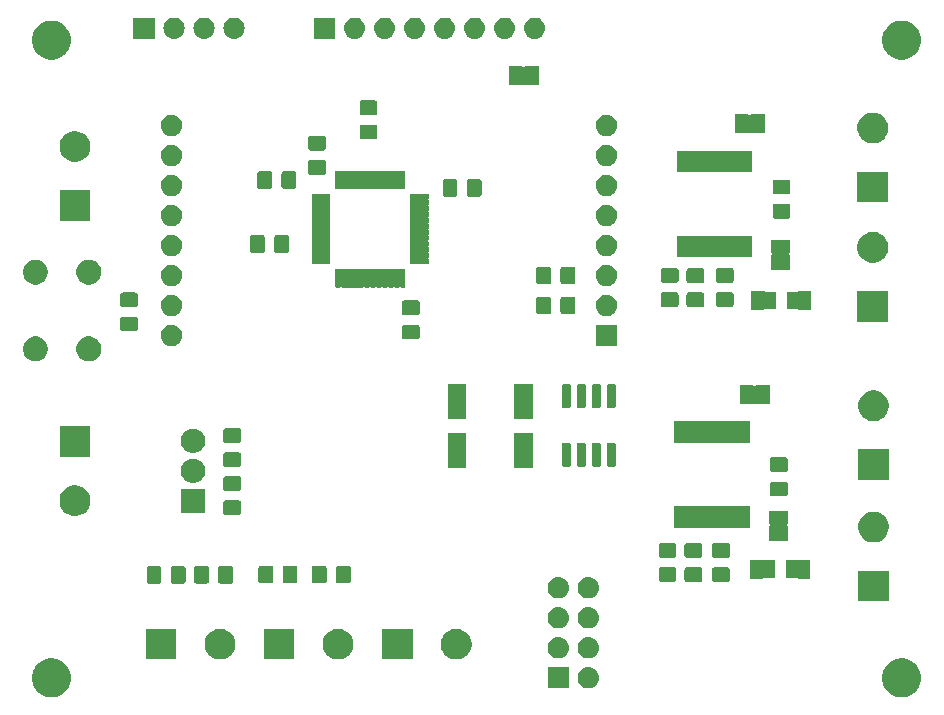
<source format=gbr>
G04 #@! TF.GenerationSoftware,KiCad,Pcbnew,5.1.2*
G04 #@! TF.CreationDate,2019-07-01T14:10:27+02:00*
G04 #@! TF.ProjectId,pcb,7063622e-6b69-4636-9164-5f7063625858,rev?*
G04 #@! TF.SameCoordinates,Original*
G04 #@! TF.FileFunction,Soldermask,Top*
G04 #@! TF.FilePolarity,Negative*
%FSLAX46Y46*%
G04 Gerber Fmt 4.6, Leading zero omitted, Abs format (unit mm)*
G04 Created by KiCad (PCBNEW 5.1.2) date 2019-07-01 14:10:27*
%MOMM*%
%LPD*%
G04 APERTURE LIST*
%ADD10C,0.100000*%
G04 APERTURE END LIST*
D10*
G36*
X126375256Y-86391298D02*
G01*
X126481579Y-86412447D01*
X126782042Y-86536903D01*
X127052451Y-86717585D01*
X127282415Y-86947549D01*
X127417126Y-87149158D01*
X127463098Y-87217960D01*
X127587553Y-87518422D01*
X127645348Y-87808973D01*
X127651000Y-87837391D01*
X127651000Y-88162609D01*
X127587553Y-88481579D01*
X127463097Y-88782042D01*
X127282415Y-89052451D01*
X127052451Y-89282415D01*
X126782042Y-89463097D01*
X126481579Y-89587553D01*
X126375256Y-89608702D01*
X126162611Y-89651000D01*
X125837389Y-89651000D01*
X125624744Y-89608702D01*
X125518421Y-89587553D01*
X125217958Y-89463097D01*
X124947549Y-89282415D01*
X124717585Y-89052451D01*
X124536903Y-88782042D01*
X124412447Y-88481579D01*
X124349000Y-88162609D01*
X124349000Y-87837391D01*
X124354653Y-87808973D01*
X124412447Y-87518422D01*
X124536902Y-87217960D01*
X124582874Y-87149158D01*
X124717585Y-86947549D01*
X124947549Y-86717585D01*
X125217958Y-86536903D01*
X125518421Y-86412447D01*
X125624744Y-86391298D01*
X125837389Y-86349000D01*
X126162611Y-86349000D01*
X126375256Y-86391298D01*
X126375256Y-86391298D01*
G37*
G36*
X54375256Y-86391298D02*
G01*
X54481579Y-86412447D01*
X54782042Y-86536903D01*
X55052451Y-86717585D01*
X55282415Y-86947549D01*
X55417126Y-87149158D01*
X55463098Y-87217960D01*
X55587553Y-87518422D01*
X55645348Y-87808973D01*
X55651000Y-87837391D01*
X55651000Y-88162609D01*
X55587553Y-88481579D01*
X55463097Y-88782042D01*
X55282415Y-89052451D01*
X55052451Y-89282415D01*
X54782042Y-89463097D01*
X54481579Y-89587553D01*
X54375256Y-89608702D01*
X54162611Y-89651000D01*
X53837389Y-89651000D01*
X53624744Y-89608702D01*
X53518421Y-89587553D01*
X53217958Y-89463097D01*
X52947549Y-89282415D01*
X52717585Y-89052451D01*
X52536903Y-88782042D01*
X52412447Y-88481579D01*
X52349000Y-88162609D01*
X52349000Y-87837391D01*
X52354653Y-87808973D01*
X52412447Y-87518422D01*
X52536902Y-87217960D01*
X52582874Y-87149158D01*
X52717585Y-86947549D01*
X52947549Y-86717585D01*
X53217958Y-86536903D01*
X53518421Y-86412447D01*
X53624744Y-86391298D01*
X53837389Y-86349000D01*
X54162611Y-86349000D01*
X54375256Y-86391298D01*
X54375256Y-86391298D01*
G37*
G36*
X97827400Y-88886600D02*
G01*
X96025400Y-88886600D01*
X96025400Y-87084600D01*
X97827400Y-87084600D01*
X97827400Y-88886600D01*
X97827400Y-88886600D01*
G37*
G36*
X99576843Y-87091119D02*
G01*
X99643027Y-87097637D01*
X99812866Y-87149157D01*
X99969391Y-87232822D01*
X100005129Y-87262152D01*
X100106586Y-87345414D01*
X100189848Y-87446871D01*
X100219178Y-87482609D01*
X100302843Y-87639134D01*
X100354363Y-87808973D01*
X100371759Y-87985600D01*
X100354363Y-88162227D01*
X100302843Y-88332066D01*
X100219178Y-88488591D01*
X100189848Y-88524329D01*
X100106586Y-88625786D01*
X100005129Y-88709048D01*
X99969391Y-88738378D01*
X99812866Y-88822043D01*
X99643027Y-88873563D01*
X99576842Y-88880082D01*
X99510660Y-88886600D01*
X99422140Y-88886600D01*
X99355958Y-88880082D01*
X99289773Y-88873563D01*
X99119934Y-88822043D01*
X98963409Y-88738378D01*
X98927671Y-88709048D01*
X98826214Y-88625786D01*
X98742952Y-88524329D01*
X98713622Y-88488591D01*
X98629957Y-88332066D01*
X98578437Y-88162227D01*
X98561041Y-87985600D01*
X98578437Y-87808973D01*
X98629957Y-87639134D01*
X98713622Y-87482609D01*
X98742952Y-87446871D01*
X98826214Y-87345414D01*
X98927671Y-87262152D01*
X98963409Y-87232822D01*
X99119934Y-87149157D01*
X99289773Y-87097637D01*
X99355957Y-87091119D01*
X99422140Y-87084600D01*
X99510660Y-87084600D01*
X99576843Y-87091119D01*
X99576843Y-87091119D01*
G37*
G36*
X84583200Y-86443000D02*
G01*
X81981200Y-86443000D01*
X81981200Y-83841000D01*
X84583200Y-83841000D01*
X84583200Y-86443000D01*
X84583200Y-86443000D01*
G37*
G36*
X88661687Y-83890996D02*
G01*
X88898453Y-83989068D01*
X88898455Y-83989069D01*
X89111539Y-84131447D01*
X89292753Y-84312661D01*
X89435132Y-84525747D01*
X89533204Y-84762513D01*
X89583200Y-85013861D01*
X89583200Y-85270139D01*
X89533204Y-85521487D01*
X89491476Y-85622227D01*
X89435131Y-85758255D01*
X89292753Y-85971339D01*
X89111539Y-86152553D01*
X88898455Y-86294931D01*
X88898454Y-86294932D01*
X88898453Y-86294932D01*
X88661687Y-86393004D01*
X88410339Y-86443000D01*
X88154061Y-86443000D01*
X87902713Y-86393004D01*
X87665947Y-86294932D01*
X87665946Y-86294932D01*
X87665945Y-86294931D01*
X87452861Y-86152553D01*
X87271647Y-85971339D01*
X87129269Y-85758255D01*
X87072924Y-85622227D01*
X87031196Y-85521487D01*
X86981200Y-85270139D01*
X86981200Y-85013861D01*
X87031196Y-84762513D01*
X87129268Y-84525747D01*
X87271647Y-84312661D01*
X87452861Y-84131447D01*
X87665945Y-83989069D01*
X87665947Y-83989068D01*
X87902713Y-83890996D01*
X88154061Y-83841000D01*
X88410339Y-83841000D01*
X88661687Y-83890996D01*
X88661687Y-83890996D01*
G37*
G36*
X74583200Y-86443000D02*
G01*
X71981200Y-86443000D01*
X71981200Y-83841000D01*
X74583200Y-83841000D01*
X74583200Y-86443000D01*
X74583200Y-86443000D01*
G37*
G36*
X78661687Y-83890996D02*
G01*
X78898453Y-83989068D01*
X78898455Y-83989069D01*
X79111539Y-84131447D01*
X79292753Y-84312661D01*
X79435132Y-84525747D01*
X79533204Y-84762513D01*
X79583200Y-85013861D01*
X79583200Y-85270139D01*
X79533204Y-85521487D01*
X79491476Y-85622227D01*
X79435131Y-85758255D01*
X79292753Y-85971339D01*
X79111539Y-86152553D01*
X78898455Y-86294931D01*
X78898454Y-86294932D01*
X78898453Y-86294932D01*
X78661687Y-86393004D01*
X78410339Y-86443000D01*
X78154061Y-86443000D01*
X77902713Y-86393004D01*
X77665947Y-86294932D01*
X77665946Y-86294932D01*
X77665945Y-86294931D01*
X77452861Y-86152553D01*
X77271647Y-85971339D01*
X77129269Y-85758255D01*
X77072924Y-85622227D01*
X77031196Y-85521487D01*
X76981200Y-85270139D01*
X76981200Y-85013861D01*
X77031196Y-84762513D01*
X77129268Y-84525747D01*
X77271647Y-84312661D01*
X77452861Y-84131447D01*
X77665945Y-83989069D01*
X77665947Y-83989068D01*
X77902713Y-83890996D01*
X78154061Y-83841000D01*
X78410339Y-83841000D01*
X78661687Y-83890996D01*
X78661687Y-83890996D01*
G37*
G36*
X68661687Y-83890996D02*
G01*
X68898453Y-83989068D01*
X68898455Y-83989069D01*
X69111539Y-84131447D01*
X69292753Y-84312661D01*
X69435132Y-84525747D01*
X69533204Y-84762513D01*
X69583200Y-85013861D01*
X69583200Y-85270139D01*
X69533204Y-85521487D01*
X69491476Y-85622227D01*
X69435131Y-85758255D01*
X69292753Y-85971339D01*
X69111539Y-86152553D01*
X68898455Y-86294931D01*
X68898454Y-86294932D01*
X68898453Y-86294932D01*
X68661687Y-86393004D01*
X68410339Y-86443000D01*
X68154061Y-86443000D01*
X67902713Y-86393004D01*
X67665947Y-86294932D01*
X67665946Y-86294932D01*
X67665945Y-86294931D01*
X67452861Y-86152553D01*
X67271647Y-85971339D01*
X67129269Y-85758255D01*
X67072924Y-85622227D01*
X67031196Y-85521487D01*
X66981200Y-85270139D01*
X66981200Y-85013861D01*
X67031196Y-84762513D01*
X67129268Y-84525747D01*
X67271647Y-84312661D01*
X67452861Y-84131447D01*
X67665945Y-83989069D01*
X67665947Y-83989068D01*
X67902713Y-83890996D01*
X68154061Y-83841000D01*
X68410339Y-83841000D01*
X68661687Y-83890996D01*
X68661687Y-83890996D01*
G37*
G36*
X64583200Y-86443000D02*
G01*
X61981200Y-86443000D01*
X61981200Y-83841000D01*
X64583200Y-83841000D01*
X64583200Y-86443000D01*
X64583200Y-86443000D01*
G37*
G36*
X99576842Y-84551118D02*
G01*
X99643027Y-84557637D01*
X99812866Y-84609157D01*
X99969391Y-84692822D01*
X100005129Y-84722152D01*
X100106586Y-84805414D01*
X100189848Y-84906871D01*
X100219178Y-84942609D01*
X100302843Y-85099134D01*
X100354363Y-85268973D01*
X100371759Y-85445600D01*
X100354363Y-85622227D01*
X100302843Y-85792066D01*
X100219178Y-85948591D01*
X100200509Y-85971339D01*
X100106586Y-86085786D01*
X100025229Y-86152553D01*
X99969391Y-86198378D01*
X99812866Y-86282043D01*
X99643027Y-86333563D01*
X99576843Y-86340081D01*
X99510660Y-86346600D01*
X99422140Y-86346600D01*
X99355957Y-86340081D01*
X99289773Y-86333563D01*
X99119934Y-86282043D01*
X98963409Y-86198378D01*
X98907571Y-86152553D01*
X98826214Y-86085786D01*
X98732291Y-85971339D01*
X98713622Y-85948591D01*
X98629957Y-85792066D01*
X98578437Y-85622227D01*
X98561041Y-85445600D01*
X98578437Y-85268973D01*
X98629957Y-85099134D01*
X98713622Y-84942609D01*
X98742952Y-84906871D01*
X98826214Y-84805414D01*
X98927671Y-84722152D01*
X98963409Y-84692822D01*
X99119934Y-84609157D01*
X99289773Y-84557637D01*
X99355958Y-84551118D01*
X99422140Y-84544600D01*
X99510660Y-84544600D01*
X99576842Y-84551118D01*
X99576842Y-84551118D01*
G37*
G36*
X97036842Y-84551118D02*
G01*
X97103027Y-84557637D01*
X97272866Y-84609157D01*
X97429391Y-84692822D01*
X97465129Y-84722152D01*
X97566586Y-84805414D01*
X97649848Y-84906871D01*
X97679178Y-84942609D01*
X97762843Y-85099134D01*
X97814363Y-85268973D01*
X97831759Y-85445600D01*
X97814363Y-85622227D01*
X97762843Y-85792066D01*
X97679178Y-85948591D01*
X97660509Y-85971339D01*
X97566586Y-86085786D01*
X97485229Y-86152553D01*
X97429391Y-86198378D01*
X97272866Y-86282043D01*
X97103027Y-86333563D01*
X97036843Y-86340081D01*
X96970660Y-86346600D01*
X96882140Y-86346600D01*
X96815957Y-86340081D01*
X96749773Y-86333563D01*
X96579934Y-86282043D01*
X96423409Y-86198378D01*
X96367571Y-86152553D01*
X96286214Y-86085786D01*
X96192291Y-85971339D01*
X96173622Y-85948591D01*
X96089957Y-85792066D01*
X96038437Y-85622227D01*
X96021041Y-85445600D01*
X96038437Y-85268973D01*
X96089957Y-85099134D01*
X96173622Y-84942609D01*
X96202952Y-84906871D01*
X96286214Y-84805414D01*
X96387671Y-84722152D01*
X96423409Y-84692822D01*
X96579934Y-84609157D01*
X96749773Y-84557637D01*
X96815958Y-84551118D01*
X96882140Y-84544600D01*
X96970660Y-84544600D01*
X97036842Y-84551118D01*
X97036842Y-84551118D01*
G37*
G36*
X99576843Y-82011119D02*
G01*
X99643027Y-82017637D01*
X99812866Y-82069157D01*
X99969391Y-82152822D01*
X100005129Y-82182152D01*
X100106586Y-82265414D01*
X100189848Y-82366871D01*
X100219178Y-82402609D01*
X100302843Y-82559134D01*
X100354363Y-82728973D01*
X100371759Y-82905600D01*
X100354363Y-83082227D01*
X100302843Y-83252066D01*
X100219178Y-83408591D01*
X100189848Y-83444329D01*
X100106586Y-83545786D01*
X100005129Y-83629048D01*
X99969391Y-83658378D01*
X99812866Y-83742043D01*
X99643027Y-83793563D01*
X99576843Y-83800081D01*
X99510660Y-83806600D01*
X99422140Y-83806600D01*
X99355957Y-83800081D01*
X99289773Y-83793563D01*
X99119934Y-83742043D01*
X98963409Y-83658378D01*
X98927671Y-83629048D01*
X98826214Y-83545786D01*
X98742952Y-83444329D01*
X98713622Y-83408591D01*
X98629957Y-83252066D01*
X98578437Y-83082227D01*
X98561041Y-82905600D01*
X98578437Y-82728973D01*
X98629957Y-82559134D01*
X98713622Y-82402609D01*
X98742952Y-82366871D01*
X98826214Y-82265414D01*
X98927671Y-82182152D01*
X98963409Y-82152822D01*
X99119934Y-82069157D01*
X99289773Y-82017637D01*
X99355957Y-82011119D01*
X99422140Y-82004600D01*
X99510660Y-82004600D01*
X99576843Y-82011119D01*
X99576843Y-82011119D01*
G37*
G36*
X97036843Y-82011119D02*
G01*
X97103027Y-82017637D01*
X97272866Y-82069157D01*
X97429391Y-82152822D01*
X97465129Y-82182152D01*
X97566586Y-82265414D01*
X97649848Y-82366871D01*
X97679178Y-82402609D01*
X97762843Y-82559134D01*
X97814363Y-82728973D01*
X97831759Y-82905600D01*
X97814363Y-83082227D01*
X97762843Y-83252066D01*
X97679178Y-83408591D01*
X97649848Y-83444329D01*
X97566586Y-83545786D01*
X97465129Y-83629048D01*
X97429391Y-83658378D01*
X97272866Y-83742043D01*
X97103027Y-83793563D01*
X97036843Y-83800081D01*
X96970660Y-83806600D01*
X96882140Y-83806600D01*
X96815957Y-83800081D01*
X96749773Y-83793563D01*
X96579934Y-83742043D01*
X96423409Y-83658378D01*
X96387671Y-83629048D01*
X96286214Y-83545786D01*
X96202952Y-83444329D01*
X96173622Y-83408591D01*
X96089957Y-83252066D01*
X96038437Y-83082227D01*
X96021041Y-82905600D01*
X96038437Y-82728973D01*
X96089957Y-82559134D01*
X96173622Y-82402609D01*
X96202952Y-82366871D01*
X96286214Y-82265414D01*
X96387671Y-82182152D01*
X96423409Y-82152822D01*
X96579934Y-82069157D01*
X96749773Y-82017637D01*
X96815957Y-82011119D01*
X96882140Y-82004600D01*
X96970660Y-82004600D01*
X97036843Y-82011119D01*
X97036843Y-82011119D01*
G37*
G36*
X124926800Y-81522400D02*
G01*
X122324800Y-81522400D01*
X122324800Y-78920400D01*
X124926800Y-78920400D01*
X124926800Y-81522400D01*
X124926800Y-81522400D01*
G37*
G36*
X97036842Y-79471118D02*
G01*
X97103027Y-79477637D01*
X97272866Y-79529157D01*
X97429391Y-79612822D01*
X97465129Y-79642152D01*
X97566586Y-79725414D01*
X97643510Y-79819148D01*
X97679178Y-79862609D01*
X97707558Y-79915703D01*
X97758112Y-80010282D01*
X97762843Y-80019134D01*
X97814363Y-80188973D01*
X97831759Y-80365600D01*
X97814363Y-80542227D01*
X97762843Y-80712066D01*
X97679178Y-80868591D01*
X97649848Y-80904329D01*
X97566586Y-81005786D01*
X97465129Y-81089048D01*
X97429391Y-81118378D01*
X97272866Y-81202043D01*
X97103027Y-81253563D01*
X97036842Y-81260082D01*
X96970660Y-81266600D01*
X96882140Y-81266600D01*
X96815958Y-81260082D01*
X96749773Y-81253563D01*
X96579934Y-81202043D01*
X96423409Y-81118378D01*
X96387671Y-81089048D01*
X96286214Y-81005786D01*
X96202952Y-80904329D01*
X96173622Y-80868591D01*
X96089957Y-80712066D01*
X96038437Y-80542227D01*
X96021041Y-80365600D01*
X96038437Y-80188973D01*
X96089957Y-80019134D01*
X96094689Y-80010282D01*
X96145242Y-79915703D01*
X96173622Y-79862609D01*
X96209290Y-79819148D01*
X96286214Y-79725414D01*
X96387671Y-79642152D01*
X96423409Y-79612822D01*
X96579934Y-79529157D01*
X96749773Y-79477637D01*
X96815958Y-79471118D01*
X96882140Y-79464600D01*
X96970660Y-79464600D01*
X97036842Y-79471118D01*
X97036842Y-79471118D01*
G37*
G36*
X99576842Y-79471118D02*
G01*
X99643027Y-79477637D01*
X99812866Y-79529157D01*
X99969391Y-79612822D01*
X100005129Y-79642152D01*
X100106586Y-79725414D01*
X100183510Y-79819148D01*
X100219178Y-79862609D01*
X100247558Y-79915703D01*
X100298112Y-80010282D01*
X100302843Y-80019134D01*
X100354363Y-80188973D01*
X100371759Y-80365600D01*
X100354363Y-80542227D01*
X100302843Y-80712066D01*
X100219178Y-80868591D01*
X100189848Y-80904329D01*
X100106586Y-81005786D01*
X100005129Y-81089048D01*
X99969391Y-81118378D01*
X99812866Y-81202043D01*
X99643027Y-81253563D01*
X99576842Y-81260082D01*
X99510660Y-81266600D01*
X99422140Y-81266600D01*
X99355958Y-81260082D01*
X99289773Y-81253563D01*
X99119934Y-81202043D01*
X98963409Y-81118378D01*
X98927671Y-81089048D01*
X98826214Y-81005786D01*
X98742952Y-80904329D01*
X98713622Y-80868591D01*
X98629957Y-80712066D01*
X98578437Y-80542227D01*
X98561041Y-80365600D01*
X98578437Y-80188973D01*
X98629957Y-80019134D01*
X98634689Y-80010282D01*
X98685242Y-79915703D01*
X98713622Y-79862609D01*
X98749290Y-79819148D01*
X98826214Y-79725414D01*
X98927671Y-79642152D01*
X98963409Y-79612822D01*
X99119934Y-79529157D01*
X99289773Y-79477637D01*
X99355958Y-79471118D01*
X99422140Y-79464600D01*
X99510660Y-79464600D01*
X99576842Y-79471118D01*
X99576842Y-79471118D01*
G37*
G36*
X65204974Y-78533465D02*
G01*
X65242667Y-78544899D01*
X65277403Y-78563466D01*
X65307848Y-78588452D01*
X65332834Y-78618897D01*
X65351401Y-78653633D01*
X65362835Y-78691326D01*
X65367300Y-78736661D01*
X65367300Y-79823339D01*
X65362835Y-79868674D01*
X65351401Y-79906367D01*
X65332834Y-79941103D01*
X65307848Y-79971548D01*
X65277403Y-79996534D01*
X65242667Y-80015101D01*
X65204974Y-80026535D01*
X65159639Y-80031000D01*
X64322961Y-80031000D01*
X64277626Y-80026535D01*
X64239933Y-80015101D01*
X64205197Y-79996534D01*
X64174752Y-79971548D01*
X64149766Y-79941103D01*
X64131199Y-79906367D01*
X64119765Y-79868674D01*
X64115300Y-79823339D01*
X64115300Y-78736661D01*
X64119765Y-78691326D01*
X64131199Y-78653633D01*
X64149766Y-78618897D01*
X64174752Y-78588452D01*
X64205197Y-78563466D01*
X64239933Y-78544899D01*
X64277626Y-78533465D01*
X64322961Y-78529000D01*
X65159639Y-78529000D01*
X65204974Y-78533465D01*
X65204974Y-78533465D01*
G37*
G36*
X63154974Y-78533465D02*
G01*
X63192667Y-78544899D01*
X63227403Y-78563466D01*
X63257848Y-78588452D01*
X63282834Y-78618897D01*
X63301401Y-78653633D01*
X63312835Y-78691326D01*
X63317300Y-78736661D01*
X63317300Y-79823339D01*
X63312835Y-79868674D01*
X63301401Y-79906367D01*
X63282834Y-79941103D01*
X63257848Y-79971548D01*
X63227403Y-79996534D01*
X63192667Y-80015101D01*
X63154974Y-80026535D01*
X63109639Y-80031000D01*
X62272961Y-80031000D01*
X62227626Y-80026535D01*
X62189933Y-80015101D01*
X62155197Y-79996534D01*
X62124752Y-79971548D01*
X62099766Y-79941103D01*
X62081199Y-79906367D01*
X62069765Y-79868674D01*
X62065300Y-79823339D01*
X62065300Y-78736661D01*
X62069765Y-78691326D01*
X62081199Y-78653633D01*
X62099766Y-78618897D01*
X62124752Y-78588452D01*
X62155197Y-78563466D01*
X62189933Y-78544899D01*
X62227626Y-78533465D01*
X62272961Y-78529000D01*
X63109639Y-78529000D01*
X63154974Y-78533465D01*
X63154974Y-78533465D01*
G37*
G36*
X69230874Y-78520765D02*
G01*
X69268567Y-78532199D01*
X69303303Y-78550766D01*
X69333748Y-78575752D01*
X69358734Y-78606197D01*
X69377301Y-78640933D01*
X69388735Y-78678626D01*
X69393200Y-78723961D01*
X69393200Y-79810639D01*
X69388735Y-79855974D01*
X69377301Y-79893667D01*
X69358734Y-79928403D01*
X69333748Y-79958848D01*
X69303303Y-79983834D01*
X69268567Y-80002401D01*
X69230874Y-80013835D01*
X69185539Y-80018300D01*
X68348861Y-80018300D01*
X68303526Y-80013835D01*
X68265833Y-80002401D01*
X68231097Y-79983834D01*
X68200652Y-79958848D01*
X68175666Y-79928403D01*
X68157099Y-79893667D01*
X68145665Y-79855974D01*
X68141200Y-79810639D01*
X68141200Y-78723961D01*
X68145665Y-78678626D01*
X68157099Y-78640933D01*
X68175666Y-78606197D01*
X68200652Y-78575752D01*
X68231097Y-78550766D01*
X68265833Y-78532199D01*
X68303526Y-78520765D01*
X68348861Y-78516300D01*
X69185539Y-78516300D01*
X69230874Y-78520765D01*
X69230874Y-78520765D01*
G37*
G36*
X67180874Y-78520765D02*
G01*
X67218567Y-78532199D01*
X67253303Y-78550766D01*
X67283748Y-78575752D01*
X67308734Y-78606197D01*
X67327301Y-78640933D01*
X67338735Y-78678626D01*
X67343200Y-78723961D01*
X67343200Y-79810639D01*
X67338735Y-79855974D01*
X67327301Y-79893667D01*
X67308734Y-79928403D01*
X67283748Y-79958848D01*
X67253303Y-79983834D01*
X67218567Y-80002401D01*
X67180874Y-80013835D01*
X67135539Y-80018300D01*
X66298861Y-80018300D01*
X66253526Y-80013835D01*
X66215833Y-80002401D01*
X66181097Y-79983834D01*
X66150652Y-79958848D01*
X66125666Y-79928403D01*
X66107099Y-79893667D01*
X66095665Y-79855974D01*
X66091200Y-79810639D01*
X66091200Y-78723961D01*
X66095665Y-78678626D01*
X66107099Y-78640933D01*
X66125666Y-78606197D01*
X66150652Y-78575752D01*
X66181097Y-78550766D01*
X66215833Y-78532199D01*
X66253526Y-78520765D01*
X66298861Y-78516300D01*
X67135539Y-78516300D01*
X67180874Y-78520765D01*
X67180874Y-78520765D01*
G37*
G36*
X72629174Y-78508065D02*
G01*
X72666867Y-78519499D01*
X72701603Y-78538066D01*
X72732048Y-78563052D01*
X72757034Y-78593497D01*
X72775601Y-78628233D01*
X72787035Y-78665926D01*
X72791500Y-78711261D01*
X72791500Y-79797939D01*
X72787035Y-79843274D01*
X72775601Y-79880967D01*
X72757034Y-79915703D01*
X72732048Y-79946148D01*
X72701603Y-79971134D01*
X72666867Y-79989701D01*
X72629174Y-80001135D01*
X72583839Y-80005600D01*
X71747161Y-80005600D01*
X71701826Y-80001135D01*
X71664133Y-79989701D01*
X71629397Y-79971134D01*
X71598952Y-79946148D01*
X71573966Y-79915703D01*
X71555399Y-79880967D01*
X71543965Y-79843274D01*
X71539500Y-79797939D01*
X71539500Y-78711261D01*
X71543965Y-78665926D01*
X71555399Y-78628233D01*
X71573966Y-78593497D01*
X71598952Y-78563052D01*
X71629397Y-78538066D01*
X71664133Y-78519499D01*
X71701826Y-78508065D01*
X71747161Y-78503600D01*
X72583839Y-78503600D01*
X72629174Y-78508065D01*
X72629174Y-78508065D01*
G37*
G36*
X77142974Y-78508065D02*
G01*
X77180667Y-78519499D01*
X77215403Y-78538066D01*
X77245848Y-78563052D01*
X77270834Y-78593497D01*
X77289401Y-78628233D01*
X77300835Y-78665926D01*
X77305300Y-78711261D01*
X77305300Y-79797939D01*
X77300835Y-79843274D01*
X77289401Y-79880967D01*
X77270834Y-79915703D01*
X77245848Y-79946148D01*
X77215403Y-79971134D01*
X77180667Y-79989701D01*
X77142974Y-80001135D01*
X77097639Y-80005600D01*
X76260961Y-80005600D01*
X76215626Y-80001135D01*
X76177933Y-79989701D01*
X76143197Y-79971134D01*
X76112752Y-79946148D01*
X76087766Y-79915703D01*
X76069199Y-79880967D01*
X76057765Y-79843274D01*
X76053300Y-79797939D01*
X76053300Y-78711261D01*
X76057765Y-78665926D01*
X76069199Y-78628233D01*
X76087766Y-78593497D01*
X76112752Y-78563052D01*
X76143197Y-78538066D01*
X76177933Y-78519499D01*
X76215626Y-78508065D01*
X76260961Y-78503600D01*
X77097639Y-78503600D01*
X77142974Y-78508065D01*
X77142974Y-78508065D01*
G37*
G36*
X74679174Y-78508065D02*
G01*
X74716867Y-78519499D01*
X74751603Y-78538066D01*
X74782048Y-78563052D01*
X74807034Y-78593497D01*
X74825601Y-78628233D01*
X74837035Y-78665926D01*
X74841500Y-78711261D01*
X74841500Y-79797939D01*
X74837035Y-79843274D01*
X74825601Y-79880967D01*
X74807034Y-79915703D01*
X74782048Y-79946148D01*
X74751603Y-79971134D01*
X74716867Y-79989701D01*
X74679174Y-80001135D01*
X74633839Y-80005600D01*
X73797161Y-80005600D01*
X73751826Y-80001135D01*
X73714133Y-79989701D01*
X73679397Y-79971134D01*
X73648952Y-79946148D01*
X73623966Y-79915703D01*
X73605399Y-79880967D01*
X73593965Y-79843274D01*
X73589500Y-79797939D01*
X73589500Y-78711261D01*
X73593965Y-78665926D01*
X73605399Y-78628233D01*
X73623966Y-78593497D01*
X73648952Y-78563052D01*
X73679397Y-78538066D01*
X73714133Y-78519499D01*
X73751826Y-78508065D01*
X73797161Y-78503600D01*
X74633839Y-78503600D01*
X74679174Y-78508065D01*
X74679174Y-78508065D01*
G37*
G36*
X79192974Y-78508065D02*
G01*
X79230667Y-78519499D01*
X79265403Y-78538066D01*
X79295848Y-78563052D01*
X79320834Y-78593497D01*
X79339401Y-78628233D01*
X79350835Y-78665926D01*
X79355300Y-78711261D01*
X79355300Y-79797939D01*
X79350835Y-79843274D01*
X79339401Y-79880967D01*
X79320834Y-79915703D01*
X79295848Y-79946148D01*
X79265403Y-79971134D01*
X79230667Y-79989701D01*
X79192974Y-80001135D01*
X79147639Y-80005600D01*
X78310961Y-80005600D01*
X78265626Y-80001135D01*
X78227933Y-79989701D01*
X78193197Y-79971134D01*
X78162752Y-79946148D01*
X78137766Y-79915703D01*
X78119199Y-79880967D01*
X78107765Y-79843274D01*
X78103300Y-79797939D01*
X78103300Y-78711261D01*
X78107765Y-78665926D01*
X78119199Y-78628233D01*
X78137766Y-78593497D01*
X78162752Y-78563052D01*
X78193197Y-78538066D01*
X78227933Y-78519499D01*
X78265626Y-78508065D01*
X78310961Y-78503600D01*
X79147639Y-78503600D01*
X79192974Y-78508065D01*
X79192974Y-78508065D01*
G37*
G36*
X108949074Y-78634765D02*
G01*
X108986767Y-78646199D01*
X109021503Y-78664766D01*
X109051948Y-78689752D01*
X109076934Y-78720197D01*
X109095501Y-78754933D01*
X109106935Y-78792626D01*
X109111400Y-78837961D01*
X109111400Y-79674639D01*
X109106935Y-79719974D01*
X109095501Y-79757667D01*
X109076934Y-79792403D01*
X109051948Y-79822848D01*
X109021503Y-79847834D01*
X108986767Y-79866401D01*
X108949074Y-79877835D01*
X108903739Y-79882300D01*
X107817061Y-79882300D01*
X107771726Y-79877835D01*
X107734033Y-79866401D01*
X107699297Y-79847834D01*
X107668852Y-79822848D01*
X107643866Y-79792403D01*
X107625299Y-79757667D01*
X107613865Y-79719974D01*
X107609400Y-79674639D01*
X107609400Y-78837961D01*
X107613865Y-78792626D01*
X107625299Y-78754933D01*
X107643866Y-78720197D01*
X107668852Y-78689752D01*
X107699297Y-78664766D01*
X107734033Y-78646199D01*
X107771726Y-78634765D01*
X107817061Y-78630300D01*
X108903739Y-78630300D01*
X108949074Y-78634765D01*
X108949074Y-78634765D01*
G37*
G36*
X111285874Y-78631065D02*
G01*
X111323567Y-78642499D01*
X111358303Y-78661066D01*
X111388748Y-78686052D01*
X111413734Y-78716497D01*
X111432301Y-78751233D01*
X111443735Y-78788926D01*
X111448200Y-78834261D01*
X111448200Y-79670939D01*
X111443735Y-79716274D01*
X111432301Y-79753967D01*
X111413734Y-79788703D01*
X111388748Y-79819148D01*
X111358303Y-79844134D01*
X111323567Y-79862701D01*
X111285874Y-79874135D01*
X111240539Y-79878600D01*
X110153861Y-79878600D01*
X110108526Y-79874135D01*
X110070833Y-79862701D01*
X110036097Y-79844134D01*
X110005652Y-79819148D01*
X109980666Y-79788703D01*
X109962099Y-79753967D01*
X109950665Y-79716274D01*
X109946200Y-79670939D01*
X109946200Y-78834261D01*
X109950665Y-78788926D01*
X109962099Y-78751233D01*
X109980666Y-78716497D01*
X110005652Y-78686052D01*
X110036097Y-78661066D01*
X110070833Y-78642499D01*
X110108526Y-78631065D01*
X110153861Y-78626600D01*
X111240539Y-78626600D01*
X111285874Y-78631065D01*
X111285874Y-78631065D01*
G37*
G36*
X106764674Y-78618365D02*
G01*
X106802367Y-78629799D01*
X106837103Y-78648366D01*
X106867548Y-78673352D01*
X106892534Y-78703797D01*
X106911101Y-78738533D01*
X106922535Y-78776226D01*
X106927000Y-78821561D01*
X106927000Y-79658239D01*
X106922535Y-79703574D01*
X106911101Y-79741267D01*
X106892534Y-79776003D01*
X106867548Y-79806448D01*
X106837103Y-79831434D01*
X106802367Y-79850001D01*
X106764674Y-79861435D01*
X106719339Y-79865900D01*
X105632661Y-79865900D01*
X105587326Y-79861435D01*
X105549633Y-79850001D01*
X105514897Y-79831434D01*
X105484452Y-79806448D01*
X105459466Y-79776003D01*
X105440899Y-79741267D01*
X105429465Y-79703574D01*
X105425000Y-79658239D01*
X105425000Y-78821561D01*
X105429465Y-78776226D01*
X105440899Y-78738533D01*
X105459466Y-78703797D01*
X105484452Y-78673352D01*
X105514897Y-78648366D01*
X105549633Y-78629799D01*
X105587326Y-78618365D01*
X105632661Y-78613900D01*
X106719339Y-78613900D01*
X106764674Y-78618365D01*
X106764674Y-78618365D01*
G37*
G36*
X118230199Y-77989837D02*
G01*
X118239808Y-77992752D01*
X118248672Y-77997490D01*
X118256437Y-78003863D01*
X118262810Y-78011628D01*
X118267548Y-78020492D01*
X118270463Y-78030101D01*
X118272052Y-78046240D01*
X118272052Y-79533960D01*
X118270463Y-79550099D01*
X118267548Y-79559708D01*
X118262810Y-79568572D01*
X118256437Y-79576337D01*
X118248672Y-79582710D01*
X118239808Y-79587448D01*
X118230199Y-79590363D01*
X118214060Y-79591952D01*
X117226340Y-79591952D01*
X117210201Y-79590363D01*
X117200592Y-79587448D01*
X117191728Y-79582710D01*
X117174830Y-79568842D01*
X117174741Y-79568753D01*
X117174629Y-79568677D01*
X117174443Y-79568525D01*
X117174429Y-79568543D01*
X117154414Y-79555067D01*
X117131808Y-79545611D01*
X117107792Y-79540746D01*
X117095103Y-79540100D01*
X116170200Y-79540100D01*
X116170200Y-78040100D01*
X117095111Y-78040100D01*
X117119497Y-78037698D01*
X117142946Y-78030585D01*
X117164557Y-78019034D01*
X117174510Y-78011644D01*
X117184365Y-78003539D01*
X117191684Y-77997519D01*
X117200539Y-77992774D01*
X117203577Y-77991849D01*
X117210115Y-77989858D01*
X117210118Y-77989858D01*
X117210150Y-77989848D01*
X117220200Y-77988853D01*
X117220265Y-77988853D01*
X117226375Y-77988248D01*
X118214060Y-77988248D01*
X118230199Y-77989837D01*
X118230199Y-77989837D01*
G37*
G36*
X114230199Y-77989837D02*
G01*
X114239808Y-77992752D01*
X114248672Y-77997490D01*
X114265570Y-78011358D01*
X114265659Y-78011447D01*
X114265771Y-78011523D01*
X114265957Y-78011675D01*
X114265971Y-78011657D01*
X114285986Y-78025133D01*
X114308592Y-78034589D01*
X114332608Y-78039454D01*
X114345297Y-78040100D01*
X115270200Y-78040100D01*
X115270200Y-79540100D01*
X114345289Y-79540100D01*
X114320903Y-79542502D01*
X114297454Y-79549615D01*
X114275843Y-79561166D01*
X114265890Y-79568556D01*
X114256475Y-79576299D01*
X114248716Y-79582681D01*
X114239861Y-79587426D01*
X114236823Y-79588351D01*
X114230285Y-79590342D01*
X114230282Y-79590342D01*
X114230250Y-79590352D01*
X114220200Y-79591347D01*
X114220135Y-79591347D01*
X114214025Y-79591952D01*
X113226340Y-79591952D01*
X113210201Y-79590363D01*
X113200592Y-79587448D01*
X113191728Y-79582710D01*
X113183963Y-79576337D01*
X113177590Y-79568572D01*
X113172852Y-79559708D01*
X113169937Y-79550099D01*
X113168348Y-79533960D01*
X113168348Y-78046240D01*
X113169937Y-78030101D01*
X113172852Y-78020492D01*
X113177590Y-78011628D01*
X113183963Y-78003863D01*
X113191728Y-77997490D01*
X113200592Y-77992752D01*
X113210201Y-77989837D01*
X113226340Y-77988248D01*
X114214060Y-77988248D01*
X114230199Y-77989837D01*
X114230199Y-77989837D01*
G37*
G36*
X108949074Y-76584765D02*
G01*
X108986767Y-76596199D01*
X109021503Y-76614766D01*
X109051948Y-76639752D01*
X109076934Y-76670197D01*
X109095501Y-76704933D01*
X109106935Y-76742626D01*
X109111400Y-76787961D01*
X109111400Y-77624639D01*
X109106935Y-77669974D01*
X109095501Y-77707667D01*
X109076934Y-77742403D01*
X109051948Y-77772848D01*
X109021503Y-77797834D01*
X108986767Y-77816401D01*
X108949074Y-77827835D01*
X108903739Y-77832300D01*
X107817061Y-77832300D01*
X107771726Y-77827835D01*
X107734033Y-77816401D01*
X107699297Y-77797834D01*
X107668852Y-77772848D01*
X107643866Y-77742403D01*
X107625299Y-77707667D01*
X107613865Y-77669974D01*
X107609400Y-77624639D01*
X107609400Y-76787961D01*
X107613865Y-76742626D01*
X107625299Y-76704933D01*
X107643866Y-76670197D01*
X107668852Y-76639752D01*
X107699297Y-76614766D01*
X107734033Y-76596199D01*
X107771726Y-76584765D01*
X107817061Y-76580300D01*
X108903739Y-76580300D01*
X108949074Y-76584765D01*
X108949074Y-76584765D01*
G37*
G36*
X111285874Y-76581065D02*
G01*
X111323567Y-76592499D01*
X111358303Y-76611066D01*
X111388748Y-76636052D01*
X111413734Y-76666497D01*
X111432301Y-76701233D01*
X111443735Y-76738926D01*
X111448200Y-76784261D01*
X111448200Y-77620939D01*
X111443735Y-77666274D01*
X111432301Y-77703967D01*
X111413734Y-77738703D01*
X111388748Y-77769148D01*
X111358303Y-77794134D01*
X111323567Y-77812701D01*
X111285874Y-77824135D01*
X111240539Y-77828600D01*
X110153861Y-77828600D01*
X110108526Y-77824135D01*
X110070833Y-77812701D01*
X110036097Y-77794134D01*
X110005652Y-77769148D01*
X109980666Y-77738703D01*
X109962099Y-77703967D01*
X109950665Y-77666274D01*
X109946200Y-77620939D01*
X109946200Y-76784261D01*
X109950665Y-76738926D01*
X109962099Y-76701233D01*
X109980666Y-76666497D01*
X110005652Y-76636052D01*
X110036097Y-76611066D01*
X110070833Y-76592499D01*
X110108526Y-76581065D01*
X110153861Y-76576600D01*
X111240539Y-76576600D01*
X111285874Y-76581065D01*
X111285874Y-76581065D01*
G37*
G36*
X106764674Y-76568365D02*
G01*
X106802367Y-76579799D01*
X106837103Y-76598366D01*
X106867548Y-76623352D01*
X106892534Y-76653797D01*
X106911101Y-76688533D01*
X106922535Y-76726226D01*
X106927000Y-76771561D01*
X106927000Y-77608239D01*
X106922535Y-77653574D01*
X106911101Y-77691267D01*
X106892534Y-77726003D01*
X106867548Y-77756448D01*
X106837103Y-77781434D01*
X106802367Y-77800001D01*
X106764674Y-77811435D01*
X106719339Y-77815900D01*
X105632661Y-77815900D01*
X105587326Y-77811435D01*
X105549633Y-77800001D01*
X105514897Y-77781434D01*
X105484452Y-77756448D01*
X105459466Y-77726003D01*
X105440899Y-77691267D01*
X105429465Y-77653574D01*
X105425000Y-77608239D01*
X105425000Y-76771561D01*
X105429465Y-76726226D01*
X105440899Y-76688533D01*
X105459466Y-76653797D01*
X105484452Y-76623352D01*
X105514897Y-76598366D01*
X105549633Y-76579799D01*
X105587326Y-76568365D01*
X105632661Y-76563900D01*
X106719339Y-76563900D01*
X106764674Y-76568365D01*
X106764674Y-76568365D01*
G37*
G36*
X124005287Y-73970396D02*
G01*
X124218891Y-74058874D01*
X124242055Y-74068469D01*
X124336093Y-74131303D01*
X124455139Y-74210847D01*
X124636353Y-74392061D01*
X124778732Y-74605147D01*
X124876804Y-74841913D01*
X124926800Y-75093261D01*
X124926800Y-75349539D01*
X124876804Y-75600887D01*
X124778732Y-75837653D01*
X124778731Y-75837655D01*
X124636353Y-76050739D01*
X124455139Y-76231953D01*
X124242055Y-76374331D01*
X124242054Y-76374332D01*
X124242053Y-76374332D01*
X124005287Y-76472404D01*
X123753939Y-76522400D01*
X123497661Y-76522400D01*
X123246313Y-76472404D01*
X123009547Y-76374332D01*
X123009546Y-76374332D01*
X123009545Y-76374331D01*
X122796461Y-76231953D01*
X122615247Y-76050739D01*
X122472869Y-75837655D01*
X122472868Y-75837653D01*
X122374796Y-75600887D01*
X122324800Y-75349539D01*
X122324800Y-75093261D01*
X122374796Y-74841913D01*
X122472868Y-74605147D01*
X122615247Y-74392061D01*
X122796461Y-74210847D01*
X122915507Y-74131303D01*
X123009545Y-74068469D01*
X123032709Y-74058874D01*
X123246313Y-73970396D01*
X123497661Y-73920400D01*
X123753939Y-73920400D01*
X124005287Y-73970396D01*
X124005287Y-73970396D01*
G37*
G36*
X116333999Y-73844537D02*
G01*
X116343608Y-73847452D01*
X116352472Y-73852190D01*
X116360237Y-73858563D01*
X116366610Y-73866328D01*
X116371348Y-73875192D01*
X116374263Y-73884801D01*
X116375852Y-73900940D01*
X116375852Y-74888660D01*
X116374263Y-74904799D01*
X116371348Y-74914408D01*
X116366610Y-74923272D01*
X116360258Y-74931012D01*
X116360237Y-74931037D01*
X116352427Y-74937440D01*
X116352372Y-74937477D01*
X116342853Y-74945280D01*
X116342878Y-74945311D01*
X116329028Y-74956653D01*
X116313463Y-74975579D01*
X116301889Y-74997177D01*
X116294751Y-75020619D01*
X116292324Y-75045002D01*
X116294700Y-75069391D01*
X116301789Y-75092847D01*
X116313318Y-75114470D01*
X116328843Y-75133428D01*
X116347769Y-75148993D01*
X116350825Y-75150829D01*
X116352514Y-75152218D01*
X116352516Y-75152219D01*
X116358712Y-75157315D01*
X116360274Y-75158600D01*
X116366642Y-75166375D01*
X116369791Y-75172283D01*
X116371367Y-75175238D01*
X116374257Y-75184801D01*
X116374282Y-75184885D01*
X116375852Y-75200913D01*
X116375852Y-76338660D01*
X116374263Y-76354799D01*
X116371348Y-76364408D01*
X116366610Y-76373272D01*
X116360237Y-76381037D01*
X116352472Y-76387410D01*
X116343608Y-76392148D01*
X116333999Y-76395063D01*
X116317860Y-76396652D01*
X114830140Y-76396652D01*
X114814001Y-76395063D01*
X114804392Y-76392148D01*
X114795528Y-76387410D01*
X114787763Y-76381037D01*
X114781390Y-76373272D01*
X114776652Y-76364408D01*
X114773737Y-76354799D01*
X114772148Y-76338660D01*
X114772148Y-75200940D01*
X114773737Y-75184801D01*
X114776652Y-75175192D01*
X114781390Y-75166328D01*
X114787763Y-75158563D01*
X114800737Y-75147916D01*
X114809968Y-75141747D01*
X114827294Y-75124419D01*
X114840907Y-75104044D01*
X114850283Y-75081405D01*
X114855063Y-75057372D01*
X114855062Y-75032868D01*
X114850280Y-75008835D01*
X114840902Y-74986196D01*
X114827287Y-74965822D01*
X114809959Y-74948496D01*
X114800683Y-74941625D01*
X114787800Y-74931074D01*
X114786668Y-74929697D01*
X114781419Y-74923316D01*
X114776674Y-74914461D01*
X114775749Y-74911423D01*
X114773758Y-74904885D01*
X114773758Y-74904882D01*
X114773748Y-74904850D01*
X114772753Y-74894800D01*
X114772753Y-74894735D01*
X114772148Y-74888625D01*
X114772148Y-73900940D01*
X114773737Y-73884801D01*
X114776652Y-73875192D01*
X114781390Y-73866328D01*
X114787763Y-73858563D01*
X114795528Y-73852190D01*
X114804392Y-73847452D01*
X114814001Y-73844537D01*
X114830140Y-73842948D01*
X116317860Y-73842948D01*
X116333999Y-73844537D01*
X116333999Y-73844537D01*
G37*
G36*
X113161600Y-75289700D02*
G01*
X106759600Y-75289700D01*
X106759600Y-73437700D01*
X113161600Y-73437700D01*
X113161600Y-75289700D01*
X113161600Y-75289700D01*
G37*
G36*
X56379487Y-71748996D02*
G01*
X56616253Y-71847068D01*
X56616255Y-71847069D01*
X56790565Y-71963539D01*
X56829339Y-71989447D01*
X57010553Y-72170661D01*
X57152932Y-72383747D01*
X57251004Y-72620513D01*
X57301000Y-72871861D01*
X57301000Y-73128139D01*
X57251004Y-73379487D01*
X57226891Y-73437700D01*
X57152931Y-73616255D01*
X57010553Y-73829339D01*
X56829339Y-74010553D01*
X56616255Y-74152931D01*
X56616254Y-74152932D01*
X56616253Y-74152932D01*
X56379487Y-74251004D01*
X56128139Y-74301000D01*
X55871861Y-74301000D01*
X55620513Y-74251004D01*
X55383747Y-74152932D01*
X55383746Y-74152932D01*
X55383745Y-74152931D01*
X55170661Y-74010553D01*
X54989447Y-73829339D01*
X54847069Y-73616255D01*
X54773109Y-73437700D01*
X54748996Y-73379487D01*
X54699000Y-73128139D01*
X54699000Y-72871861D01*
X54748996Y-72620513D01*
X54847068Y-72383747D01*
X54989447Y-72170661D01*
X55170661Y-71989447D01*
X55209435Y-71963539D01*
X55383745Y-71847069D01*
X55383747Y-71847068D01*
X55620513Y-71748996D01*
X55871861Y-71699000D01*
X56128139Y-71699000D01*
X56379487Y-71748996D01*
X56379487Y-71748996D01*
G37*
G36*
X69900674Y-72973665D02*
G01*
X69938367Y-72985099D01*
X69973103Y-73003666D01*
X70003548Y-73028652D01*
X70028534Y-73059097D01*
X70047101Y-73093833D01*
X70058535Y-73131526D01*
X70063000Y-73176861D01*
X70063000Y-74013539D01*
X70058535Y-74058874D01*
X70047101Y-74096567D01*
X70028534Y-74131303D01*
X70003548Y-74161748D01*
X69973103Y-74186734D01*
X69938367Y-74205301D01*
X69900674Y-74216735D01*
X69855339Y-74221200D01*
X68768661Y-74221200D01*
X68723326Y-74216735D01*
X68685633Y-74205301D01*
X68650897Y-74186734D01*
X68620452Y-74161748D01*
X68595466Y-74131303D01*
X68576899Y-74096567D01*
X68565465Y-74058874D01*
X68561000Y-74013539D01*
X68561000Y-73176861D01*
X68565465Y-73131526D01*
X68576899Y-73093833D01*
X68595466Y-73059097D01*
X68620452Y-73028652D01*
X68650897Y-73003666D01*
X68685633Y-72985099D01*
X68723326Y-72973665D01*
X68768661Y-72969200D01*
X69855339Y-72969200D01*
X69900674Y-72973665D01*
X69900674Y-72973665D01*
G37*
G36*
X67051000Y-74003500D02*
G01*
X64949000Y-74003500D01*
X64949000Y-71996500D01*
X67051000Y-71996500D01*
X67051000Y-74003500D01*
X67051000Y-74003500D01*
G37*
G36*
X116188074Y-71379365D02*
G01*
X116225767Y-71390799D01*
X116260503Y-71409366D01*
X116290948Y-71434352D01*
X116315934Y-71464797D01*
X116334501Y-71499533D01*
X116345935Y-71537226D01*
X116350400Y-71582561D01*
X116350400Y-72419239D01*
X116345935Y-72464574D01*
X116334501Y-72502267D01*
X116315934Y-72537003D01*
X116290948Y-72567448D01*
X116260503Y-72592434D01*
X116225767Y-72611001D01*
X116188074Y-72622435D01*
X116142739Y-72626900D01*
X115056061Y-72626900D01*
X115010726Y-72622435D01*
X114973033Y-72611001D01*
X114938297Y-72592434D01*
X114907852Y-72567448D01*
X114882866Y-72537003D01*
X114864299Y-72502267D01*
X114852865Y-72464574D01*
X114848400Y-72419239D01*
X114848400Y-71582561D01*
X114852865Y-71537226D01*
X114864299Y-71499533D01*
X114882866Y-71464797D01*
X114907852Y-71434352D01*
X114938297Y-71409366D01*
X114973033Y-71390799D01*
X115010726Y-71379365D01*
X115056061Y-71374900D01*
X116142739Y-71374900D01*
X116188074Y-71379365D01*
X116188074Y-71379365D01*
G37*
G36*
X69900674Y-70923665D02*
G01*
X69938367Y-70935099D01*
X69973103Y-70953666D01*
X70003548Y-70978652D01*
X70028534Y-71009097D01*
X70047101Y-71043833D01*
X70058535Y-71081526D01*
X70063000Y-71126861D01*
X70063000Y-71963539D01*
X70058535Y-72008874D01*
X70047101Y-72046567D01*
X70028534Y-72081303D01*
X70003548Y-72111748D01*
X69973103Y-72136734D01*
X69938367Y-72155301D01*
X69900674Y-72166735D01*
X69855339Y-72171200D01*
X68768661Y-72171200D01*
X68723326Y-72166735D01*
X68685633Y-72155301D01*
X68650897Y-72136734D01*
X68620452Y-72111748D01*
X68595466Y-72081303D01*
X68576899Y-72046567D01*
X68565465Y-72008874D01*
X68561000Y-71963539D01*
X68561000Y-71126861D01*
X68565465Y-71081526D01*
X68576899Y-71043833D01*
X68595466Y-71009097D01*
X68620452Y-70978652D01*
X68650897Y-70953666D01*
X68685633Y-70935099D01*
X68723326Y-70923665D01*
X68768661Y-70919200D01*
X69855339Y-70919200D01*
X69900674Y-70923665D01*
X69900674Y-70923665D01*
G37*
G36*
X66145936Y-69461340D02*
G01*
X66244220Y-69471020D01*
X66433381Y-69528401D01*
X66607712Y-69621583D01*
X66760515Y-69746985D01*
X66885917Y-69899788D01*
X66979099Y-70074119D01*
X67036480Y-70263280D01*
X67055855Y-70460000D01*
X67036480Y-70656720D01*
X66979099Y-70845881D01*
X66885917Y-71020212D01*
X66760515Y-71173015D01*
X66607712Y-71298417D01*
X66433381Y-71391599D01*
X66244220Y-71448980D01*
X66145936Y-71458660D01*
X66096795Y-71463500D01*
X65903205Y-71463500D01*
X65854064Y-71458660D01*
X65755780Y-71448980D01*
X65566619Y-71391599D01*
X65392288Y-71298417D01*
X65239485Y-71173015D01*
X65114083Y-71020212D01*
X65020901Y-70845881D01*
X64963520Y-70656720D01*
X64944145Y-70460000D01*
X64963520Y-70263280D01*
X65020901Y-70074119D01*
X65114083Y-69899788D01*
X65239485Y-69746985D01*
X65392288Y-69621583D01*
X65566619Y-69528401D01*
X65755780Y-69471020D01*
X65854064Y-69461340D01*
X65903205Y-69456500D01*
X66096795Y-69456500D01*
X66145936Y-69461340D01*
X66145936Y-69461340D01*
G37*
G36*
X124913400Y-71265200D02*
G01*
X122311400Y-71265200D01*
X122311400Y-68663200D01*
X124913400Y-68663200D01*
X124913400Y-71265200D01*
X124913400Y-71265200D01*
G37*
G36*
X116188074Y-69329365D02*
G01*
X116225767Y-69340799D01*
X116260503Y-69359366D01*
X116290948Y-69384352D01*
X116315934Y-69414797D01*
X116334501Y-69449533D01*
X116345935Y-69487226D01*
X116350400Y-69532561D01*
X116350400Y-70369239D01*
X116345935Y-70414574D01*
X116334501Y-70452267D01*
X116315934Y-70487003D01*
X116290948Y-70517448D01*
X116260503Y-70542434D01*
X116225767Y-70561001D01*
X116188074Y-70572435D01*
X116142739Y-70576900D01*
X115056061Y-70576900D01*
X115010726Y-70572435D01*
X114973033Y-70561001D01*
X114938297Y-70542434D01*
X114907852Y-70517448D01*
X114882866Y-70487003D01*
X114864299Y-70452267D01*
X114852865Y-70414574D01*
X114848400Y-70369239D01*
X114848400Y-69532561D01*
X114852865Y-69487226D01*
X114864299Y-69449533D01*
X114882866Y-69414797D01*
X114907852Y-69384352D01*
X114938297Y-69359366D01*
X114973033Y-69340799D01*
X115010726Y-69329365D01*
X115056061Y-69324900D01*
X116142739Y-69324900D01*
X116188074Y-69329365D01*
X116188074Y-69329365D01*
G37*
G36*
X94746000Y-70256800D02*
G01*
X93214000Y-70256800D01*
X93214000Y-67304800D01*
X94746000Y-67304800D01*
X94746000Y-70256800D01*
X94746000Y-70256800D01*
G37*
G36*
X89116000Y-70256800D02*
G01*
X87584000Y-70256800D01*
X87584000Y-67304800D01*
X89116000Y-67304800D01*
X89116000Y-70256800D01*
X89116000Y-70256800D01*
G37*
G36*
X69900674Y-68909665D02*
G01*
X69938367Y-68921099D01*
X69973103Y-68939666D01*
X70003548Y-68964652D01*
X70028534Y-68995097D01*
X70047101Y-69029833D01*
X70058535Y-69067526D01*
X70063000Y-69112861D01*
X70063000Y-69949539D01*
X70058535Y-69994874D01*
X70047101Y-70032567D01*
X70028534Y-70067303D01*
X70003548Y-70097748D01*
X69973103Y-70122734D01*
X69938367Y-70141301D01*
X69900674Y-70152735D01*
X69855339Y-70157200D01*
X68768661Y-70157200D01*
X68723326Y-70152735D01*
X68685633Y-70141301D01*
X68650897Y-70122734D01*
X68620452Y-70097748D01*
X68595466Y-70067303D01*
X68576899Y-70032567D01*
X68565465Y-69994874D01*
X68561000Y-69949539D01*
X68561000Y-69112861D01*
X68565465Y-69067526D01*
X68576899Y-69029833D01*
X68595466Y-68995097D01*
X68620452Y-68964652D01*
X68650897Y-68939666D01*
X68685633Y-68921099D01*
X68723326Y-68909665D01*
X68768661Y-68905200D01*
X69855339Y-68905200D01*
X69900674Y-68909665D01*
X69900674Y-68909665D01*
G37*
G36*
X100412128Y-68074964D02*
G01*
X100433209Y-68081360D01*
X100452645Y-68091748D01*
X100469676Y-68105724D01*
X100483652Y-68122755D01*
X100494040Y-68142191D01*
X100500436Y-68163272D01*
X100503200Y-68191340D01*
X100503200Y-70005060D01*
X100500436Y-70033128D01*
X100494040Y-70054209D01*
X100483652Y-70073645D01*
X100469676Y-70090676D01*
X100452645Y-70104652D01*
X100433209Y-70115040D01*
X100412128Y-70121436D01*
X100384060Y-70124200D01*
X99920340Y-70124200D01*
X99892272Y-70121436D01*
X99871191Y-70115040D01*
X99851755Y-70104652D01*
X99834724Y-70090676D01*
X99820748Y-70073645D01*
X99810360Y-70054209D01*
X99803964Y-70033128D01*
X99801200Y-70005060D01*
X99801200Y-68191340D01*
X99803964Y-68163272D01*
X99810360Y-68142191D01*
X99820748Y-68122755D01*
X99834724Y-68105724D01*
X99851755Y-68091748D01*
X99871191Y-68081360D01*
X99892272Y-68074964D01*
X99920340Y-68072200D01*
X100384060Y-68072200D01*
X100412128Y-68074964D01*
X100412128Y-68074964D01*
G37*
G36*
X99142128Y-68074964D02*
G01*
X99163209Y-68081360D01*
X99182645Y-68091748D01*
X99199676Y-68105724D01*
X99213652Y-68122755D01*
X99224040Y-68142191D01*
X99230436Y-68163272D01*
X99233200Y-68191340D01*
X99233200Y-70005060D01*
X99230436Y-70033128D01*
X99224040Y-70054209D01*
X99213652Y-70073645D01*
X99199676Y-70090676D01*
X99182645Y-70104652D01*
X99163209Y-70115040D01*
X99142128Y-70121436D01*
X99114060Y-70124200D01*
X98650340Y-70124200D01*
X98622272Y-70121436D01*
X98601191Y-70115040D01*
X98581755Y-70104652D01*
X98564724Y-70090676D01*
X98550748Y-70073645D01*
X98540360Y-70054209D01*
X98533964Y-70033128D01*
X98531200Y-70005060D01*
X98531200Y-68191340D01*
X98533964Y-68163272D01*
X98540360Y-68142191D01*
X98550748Y-68122755D01*
X98564724Y-68105724D01*
X98581755Y-68091748D01*
X98601191Y-68081360D01*
X98622272Y-68074964D01*
X98650340Y-68072200D01*
X99114060Y-68072200D01*
X99142128Y-68074964D01*
X99142128Y-68074964D01*
G37*
G36*
X97872128Y-68074964D02*
G01*
X97893209Y-68081360D01*
X97912645Y-68091748D01*
X97929676Y-68105724D01*
X97943652Y-68122755D01*
X97954040Y-68142191D01*
X97960436Y-68163272D01*
X97963200Y-68191340D01*
X97963200Y-70005060D01*
X97960436Y-70033128D01*
X97954040Y-70054209D01*
X97943652Y-70073645D01*
X97929676Y-70090676D01*
X97912645Y-70104652D01*
X97893209Y-70115040D01*
X97872128Y-70121436D01*
X97844060Y-70124200D01*
X97380340Y-70124200D01*
X97352272Y-70121436D01*
X97331191Y-70115040D01*
X97311755Y-70104652D01*
X97294724Y-70090676D01*
X97280748Y-70073645D01*
X97270360Y-70054209D01*
X97263964Y-70033128D01*
X97261200Y-70005060D01*
X97261200Y-68191340D01*
X97263964Y-68163272D01*
X97270360Y-68142191D01*
X97280748Y-68122755D01*
X97294724Y-68105724D01*
X97311755Y-68091748D01*
X97331191Y-68081360D01*
X97352272Y-68074964D01*
X97380340Y-68072200D01*
X97844060Y-68072200D01*
X97872128Y-68074964D01*
X97872128Y-68074964D01*
G37*
G36*
X101682128Y-68074964D02*
G01*
X101703209Y-68081360D01*
X101722645Y-68091748D01*
X101739676Y-68105724D01*
X101753652Y-68122755D01*
X101764040Y-68142191D01*
X101770436Y-68163272D01*
X101773200Y-68191340D01*
X101773200Y-70005060D01*
X101770436Y-70033128D01*
X101764040Y-70054209D01*
X101753652Y-70073645D01*
X101739676Y-70090676D01*
X101722645Y-70104652D01*
X101703209Y-70115040D01*
X101682128Y-70121436D01*
X101654060Y-70124200D01*
X101190340Y-70124200D01*
X101162272Y-70121436D01*
X101141191Y-70115040D01*
X101121755Y-70104652D01*
X101104724Y-70090676D01*
X101090748Y-70073645D01*
X101080360Y-70054209D01*
X101073964Y-70033128D01*
X101071200Y-70005060D01*
X101071200Y-68191340D01*
X101073964Y-68163272D01*
X101080360Y-68142191D01*
X101090748Y-68122755D01*
X101104724Y-68105724D01*
X101121755Y-68091748D01*
X101141191Y-68081360D01*
X101162272Y-68074964D01*
X101190340Y-68072200D01*
X101654060Y-68072200D01*
X101682128Y-68074964D01*
X101682128Y-68074964D01*
G37*
G36*
X57301000Y-69301000D02*
G01*
X54699000Y-69301000D01*
X54699000Y-66699000D01*
X57301000Y-66699000D01*
X57301000Y-69301000D01*
X57301000Y-69301000D01*
G37*
G36*
X66145936Y-66921340D02*
G01*
X66244220Y-66931020D01*
X66433381Y-66988401D01*
X66607712Y-67081583D01*
X66760515Y-67206985D01*
X66885917Y-67359788D01*
X66979099Y-67534119D01*
X67036480Y-67723280D01*
X67055855Y-67920000D01*
X67036480Y-68116720D01*
X66979099Y-68305881D01*
X66885917Y-68480212D01*
X66760515Y-68633015D01*
X66607712Y-68758417D01*
X66433381Y-68851599D01*
X66244220Y-68908980D01*
X66145936Y-68918660D01*
X66096795Y-68923500D01*
X65903205Y-68923500D01*
X65854064Y-68918660D01*
X65755780Y-68908980D01*
X65566619Y-68851599D01*
X65392288Y-68758417D01*
X65239485Y-68633015D01*
X65114083Y-68480212D01*
X65020901Y-68305881D01*
X64963520Y-68116720D01*
X64944145Y-67920000D01*
X64963520Y-67723280D01*
X65020901Y-67534119D01*
X65114083Y-67359788D01*
X65239485Y-67206985D01*
X65392288Y-67081583D01*
X65566619Y-66988401D01*
X65755780Y-66931020D01*
X65854064Y-66921340D01*
X65903205Y-66916500D01*
X66096795Y-66916500D01*
X66145936Y-66921340D01*
X66145936Y-66921340D01*
G37*
G36*
X69900674Y-66859665D02*
G01*
X69938367Y-66871099D01*
X69973103Y-66889666D01*
X70003548Y-66914652D01*
X70028534Y-66945097D01*
X70047101Y-66979833D01*
X70058535Y-67017526D01*
X70063000Y-67062861D01*
X70063000Y-67899539D01*
X70058535Y-67944874D01*
X70047101Y-67982567D01*
X70028534Y-68017303D01*
X70003548Y-68047748D01*
X69973103Y-68072734D01*
X69938367Y-68091301D01*
X69900674Y-68102735D01*
X69855339Y-68107200D01*
X68768661Y-68107200D01*
X68723326Y-68102735D01*
X68685633Y-68091301D01*
X68650897Y-68072734D01*
X68620452Y-68047748D01*
X68595466Y-68017303D01*
X68576899Y-67982567D01*
X68565465Y-67944874D01*
X68561000Y-67899539D01*
X68561000Y-67062861D01*
X68565465Y-67017526D01*
X68576899Y-66979833D01*
X68595466Y-66945097D01*
X68620452Y-66914652D01*
X68650897Y-66889666D01*
X68685633Y-66871099D01*
X68723326Y-66859665D01*
X68768661Y-66855200D01*
X69855339Y-66855200D01*
X69900674Y-66859665D01*
X69900674Y-66859665D01*
G37*
G36*
X113161600Y-68089700D02*
G01*
X106759600Y-68089700D01*
X106759600Y-66237700D01*
X113161600Y-66237700D01*
X113161600Y-68089700D01*
X113161600Y-68089700D01*
G37*
G36*
X123991887Y-63713196D02*
G01*
X124228653Y-63811268D01*
X124228655Y-63811269D01*
X124441739Y-63953647D01*
X124622953Y-64134861D01*
X124765332Y-64347947D01*
X124863404Y-64584713D01*
X124913400Y-64836061D01*
X124913400Y-65092339D01*
X124863404Y-65343687D01*
X124765332Y-65580453D01*
X124765331Y-65580455D01*
X124622953Y-65793539D01*
X124441739Y-65974753D01*
X124228655Y-66117131D01*
X124228654Y-66117132D01*
X124228653Y-66117132D01*
X123991887Y-66215204D01*
X123740539Y-66265200D01*
X123484261Y-66265200D01*
X123232913Y-66215204D01*
X122996147Y-66117132D01*
X122996146Y-66117132D01*
X122996145Y-66117131D01*
X122783061Y-65974753D01*
X122601847Y-65793539D01*
X122459469Y-65580455D01*
X122459468Y-65580453D01*
X122361396Y-65343687D01*
X122311400Y-65092339D01*
X122311400Y-64836061D01*
X122361396Y-64584713D01*
X122459468Y-64347947D01*
X122601847Y-64134861D01*
X122783061Y-63953647D01*
X122996145Y-63811269D01*
X122996147Y-63811268D01*
X123232913Y-63713196D01*
X123484261Y-63663200D01*
X123740539Y-63663200D01*
X123991887Y-63713196D01*
X123991887Y-63713196D01*
G37*
G36*
X89116000Y-66106800D02*
G01*
X87584000Y-66106800D01*
X87584000Y-63154800D01*
X89116000Y-63154800D01*
X89116000Y-66106800D01*
X89116000Y-66106800D01*
G37*
G36*
X94746000Y-66106800D02*
G01*
X93214000Y-66106800D01*
X93214000Y-63154800D01*
X94746000Y-63154800D01*
X94746000Y-66106800D01*
X94746000Y-66106800D01*
G37*
G36*
X101682128Y-63124964D02*
G01*
X101703209Y-63131360D01*
X101722645Y-63141748D01*
X101739676Y-63155724D01*
X101753652Y-63172755D01*
X101764040Y-63192191D01*
X101770436Y-63213272D01*
X101773200Y-63241340D01*
X101773200Y-65055060D01*
X101770436Y-65083128D01*
X101764040Y-65104209D01*
X101753652Y-65123645D01*
X101739676Y-65140676D01*
X101722645Y-65154652D01*
X101703209Y-65165040D01*
X101682128Y-65171436D01*
X101654060Y-65174200D01*
X101190340Y-65174200D01*
X101162272Y-65171436D01*
X101141191Y-65165040D01*
X101121755Y-65154652D01*
X101104724Y-65140676D01*
X101090748Y-65123645D01*
X101080360Y-65104209D01*
X101073964Y-65083128D01*
X101071200Y-65055060D01*
X101071200Y-63241340D01*
X101073964Y-63213272D01*
X101080360Y-63192191D01*
X101090748Y-63172755D01*
X101104724Y-63155724D01*
X101121755Y-63141748D01*
X101141191Y-63131360D01*
X101162272Y-63124964D01*
X101190340Y-63122200D01*
X101654060Y-63122200D01*
X101682128Y-63124964D01*
X101682128Y-63124964D01*
G37*
G36*
X97872128Y-63124964D02*
G01*
X97893209Y-63131360D01*
X97912645Y-63141748D01*
X97929676Y-63155724D01*
X97943652Y-63172755D01*
X97954040Y-63192191D01*
X97960436Y-63213272D01*
X97963200Y-63241340D01*
X97963200Y-65055060D01*
X97960436Y-65083128D01*
X97954040Y-65104209D01*
X97943652Y-65123645D01*
X97929676Y-65140676D01*
X97912645Y-65154652D01*
X97893209Y-65165040D01*
X97872128Y-65171436D01*
X97844060Y-65174200D01*
X97380340Y-65174200D01*
X97352272Y-65171436D01*
X97331191Y-65165040D01*
X97311755Y-65154652D01*
X97294724Y-65140676D01*
X97280748Y-65123645D01*
X97270360Y-65104209D01*
X97263964Y-65083128D01*
X97261200Y-65055060D01*
X97261200Y-63241340D01*
X97263964Y-63213272D01*
X97270360Y-63192191D01*
X97280748Y-63172755D01*
X97294724Y-63155724D01*
X97311755Y-63141748D01*
X97331191Y-63131360D01*
X97352272Y-63124964D01*
X97380340Y-63122200D01*
X97844060Y-63122200D01*
X97872128Y-63124964D01*
X97872128Y-63124964D01*
G37*
G36*
X99142128Y-63124964D02*
G01*
X99163209Y-63131360D01*
X99182645Y-63141748D01*
X99199676Y-63155724D01*
X99213652Y-63172755D01*
X99224040Y-63192191D01*
X99230436Y-63213272D01*
X99233200Y-63241340D01*
X99233200Y-65055060D01*
X99230436Y-65083128D01*
X99224040Y-65104209D01*
X99213652Y-65123645D01*
X99199676Y-65140676D01*
X99182645Y-65154652D01*
X99163209Y-65165040D01*
X99142128Y-65171436D01*
X99114060Y-65174200D01*
X98650340Y-65174200D01*
X98622272Y-65171436D01*
X98601191Y-65165040D01*
X98581755Y-65154652D01*
X98564724Y-65140676D01*
X98550748Y-65123645D01*
X98540360Y-65104209D01*
X98533964Y-65083128D01*
X98531200Y-65055060D01*
X98531200Y-63241340D01*
X98533964Y-63213272D01*
X98540360Y-63192191D01*
X98550748Y-63172755D01*
X98564724Y-63155724D01*
X98581755Y-63141748D01*
X98601191Y-63131360D01*
X98622272Y-63124964D01*
X98650340Y-63122200D01*
X99114060Y-63122200D01*
X99142128Y-63124964D01*
X99142128Y-63124964D01*
G37*
G36*
X100412128Y-63124964D02*
G01*
X100433209Y-63131360D01*
X100452645Y-63141748D01*
X100469676Y-63155724D01*
X100483652Y-63172755D01*
X100494040Y-63192191D01*
X100500436Y-63213272D01*
X100503200Y-63241340D01*
X100503200Y-65055060D01*
X100500436Y-65083128D01*
X100494040Y-65104209D01*
X100483652Y-65123645D01*
X100469676Y-65140676D01*
X100452645Y-65154652D01*
X100433209Y-65165040D01*
X100412128Y-65171436D01*
X100384060Y-65174200D01*
X99920340Y-65174200D01*
X99892272Y-65171436D01*
X99871191Y-65165040D01*
X99851755Y-65154652D01*
X99834724Y-65140676D01*
X99820748Y-65123645D01*
X99810360Y-65104209D01*
X99803964Y-65083128D01*
X99801200Y-65055060D01*
X99801200Y-63241340D01*
X99803964Y-63213272D01*
X99810360Y-63192191D01*
X99820748Y-63172755D01*
X99834724Y-63155724D01*
X99851755Y-63141748D01*
X99871191Y-63131360D01*
X99892272Y-63124964D01*
X99920340Y-63122200D01*
X100384060Y-63122200D01*
X100412128Y-63124964D01*
X100412128Y-63124964D01*
G37*
G36*
X113385399Y-63233137D02*
G01*
X113395008Y-63236052D01*
X113403872Y-63240790D01*
X113411612Y-63247142D01*
X113411613Y-63247143D01*
X113411637Y-63247163D01*
X113418040Y-63254973D01*
X113418077Y-63255028D01*
X113425880Y-63264547D01*
X113425911Y-63264522D01*
X113437253Y-63278372D01*
X113456179Y-63293937D01*
X113477777Y-63305511D01*
X113501219Y-63312649D01*
X113525602Y-63315076D01*
X113549991Y-63312700D01*
X113573447Y-63305611D01*
X113595070Y-63294082D01*
X113614028Y-63278557D01*
X113629593Y-63259631D01*
X113631429Y-63256575D01*
X113632818Y-63254886D01*
X113632819Y-63254884D01*
X113639201Y-63247125D01*
X113641792Y-63245003D01*
X113646975Y-63240758D01*
X113655799Y-63236054D01*
X113655838Y-63236033D01*
X113665455Y-63233127D01*
X113665485Y-63233118D01*
X113681513Y-63231548D01*
X114819260Y-63231548D01*
X114835399Y-63233137D01*
X114845008Y-63236052D01*
X114853872Y-63240790D01*
X114861637Y-63247163D01*
X114868010Y-63254928D01*
X114872748Y-63263792D01*
X114875663Y-63273401D01*
X114877252Y-63289540D01*
X114877252Y-64777260D01*
X114875663Y-64793399D01*
X114872748Y-64803008D01*
X114868010Y-64811872D01*
X114861637Y-64819637D01*
X114853872Y-64826010D01*
X114845008Y-64830748D01*
X114835399Y-64833663D01*
X114819260Y-64835252D01*
X113681540Y-64835252D01*
X113665401Y-64833663D01*
X113655792Y-64830748D01*
X113646928Y-64826010D01*
X113639163Y-64819637D01*
X113628516Y-64806663D01*
X113622347Y-64797432D01*
X113605019Y-64780106D01*
X113584644Y-64766493D01*
X113562005Y-64757117D01*
X113537972Y-64752337D01*
X113513468Y-64752338D01*
X113489435Y-64757120D01*
X113466796Y-64766498D01*
X113446422Y-64780113D01*
X113429096Y-64797441D01*
X113422225Y-64806717D01*
X113418040Y-64811827D01*
X113411675Y-64819599D01*
X113403916Y-64825981D01*
X113395061Y-64830726D01*
X113392023Y-64831651D01*
X113385485Y-64833642D01*
X113385482Y-64833642D01*
X113385450Y-64833652D01*
X113375400Y-64834647D01*
X113375335Y-64834647D01*
X113369225Y-64835252D01*
X112381540Y-64835252D01*
X112365401Y-64833663D01*
X112355792Y-64830748D01*
X112346928Y-64826010D01*
X112339163Y-64819637D01*
X112332790Y-64811872D01*
X112328052Y-64803008D01*
X112325137Y-64793399D01*
X112323548Y-64777260D01*
X112323548Y-63289540D01*
X112325137Y-63273401D01*
X112328052Y-63263792D01*
X112332790Y-63254928D01*
X112339163Y-63247163D01*
X112346928Y-63240790D01*
X112355792Y-63236052D01*
X112365401Y-63233137D01*
X112381540Y-63231548D01*
X113369260Y-63231548D01*
X113385399Y-63233137D01*
X113385399Y-63233137D01*
G37*
G36*
X52969264Y-59134189D02*
G01*
X53160533Y-59213415D01*
X53160535Y-59213416D01*
X53286422Y-59297531D01*
X53332673Y-59328435D01*
X53479065Y-59474827D01*
X53594085Y-59646967D01*
X53673311Y-59838236D01*
X53713700Y-60041284D01*
X53713700Y-60248316D01*
X53673311Y-60451364D01*
X53594085Y-60642633D01*
X53594084Y-60642635D01*
X53479065Y-60814773D01*
X53332673Y-60961165D01*
X53160535Y-61076184D01*
X53160534Y-61076185D01*
X53160533Y-61076185D01*
X52969264Y-61155411D01*
X52766216Y-61195800D01*
X52559184Y-61195800D01*
X52356136Y-61155411D01*
X52164867Y-61076185D01*
X52164866Y-61076185D01*
X52164865Y-61076184D01*
X51992727Y-60961165D01*
X51846335Y-60814773D01*
X51731316Y-60642635D01*
X51731315Y-60642633D01*
X51652089Y-60451364D01*
X51611700Y-60248316D01*
X51611700Y-60041284D01*
X51652089Y-59838236D01*
X51731315Y-59646967D01*
X51846335Y-59474827D01*
X51992727Y-59328435D01*
X52038978Y-59297531D01*
X52164865Y-59213416D01*
X52164867Y-59213415D01*
X52356136Y-59134189D01*
X52559184Y-59093800D01*
X52766216Y-59093800D01*
X52969264Y-59134189D01*
X52969264Y-59134189D01*
G37*
G36*
X57469264Y-59134189D02*
G01*
X57660533Y-59213415D01*
X57660535Y-59213416D01*
X57786422Y-59297531D01*
X57832673Y-59328435D01*
X57979065Y-59474827D01*
X58094085Y-59646967D01*
X58173311Y-59838236D01*
X58213700Y-60041284D01*
X58213700Y-60248316D01*
X58173311Y-60451364D01*
X58094085Y-60642633D01*
X58094084Y-60642635D01*
X57979065Y-60814773D01*
X57832673Y-60961165D01*
X57660535Y-61076184D01*
X57660534Y-61076185D01*
X57660533Y-61076185D01*
X57469264Y-61155411D01*
X57266216Y-61195800D01*
X57059184Y-61195800D01*
X56856136Y-61155411D01*
X56664867Y-61076185D01*
X56664866Y-61076185D01*
X56664865Y-61076184D01*
X56492727Y-60961165D01*
X56346335Y-60814773D01*
X56231316Y-60642635D01*
X56231315Y-60642633D01*
X56152089Y-60451364D01*
X56111700Y-60248316D01*
X56111700Y-60041284D01*
X56152089Y-59838236D01*
X56231315Y-59646967D01*
X56346335Y-59474827D01*
X56492727Y-59328435D01*
X56538978Y-59297531D01*
X56664865Y-59213416D01*
X56664867Y-59213415D01*
X56856136Y-59134189D01*
X57059184Y-59093800D01*
X57266216Y-59093800D01*
X57469264Y-59134189D01*
X57469264Y-59134189D01*
G37*
G36*
X101901000Y-59901000D02*
G01*
X100099000Y-59901000D01*
X100099000Y-58099000D01*
X101901000Y-58099000D01*
X101901000Y-59901000D01*
X101901000Y-59901000D01*
G37*
G36*
X64283512Y-58103927D02*
G01*
X64432812Y-58133624D01*
X64596784Y-58201544D01*
X64744354Y-58300147D01*
X64869853Y-58425646D01*
X64968456Y-58573216D01*
X65036376Y-58737188D01*
X65071000Y-58911259D01*
X65071000Y-59088741D01*
X65036376Y-59262812D01*
X64968456Y-59426784D01*
X64869853Y-59574354D01*
X64744354Y-59699853D01*
X64596784Y-59798456D01*
X64432812Y-59866376D01*
X64283512Y-59896073D01*
X64258742Y-59901000D01*
X64081258Y-59901000D01*
X64056488Y-59896073D01*
X63907188Y-59866376D01*
X63743216Y-59798456D01*
X63595646Y-59699853D01*
X63470147Y-59574354D01*
X63371544Y-59426784D01*
X63303624Y-59262812D01*
X63269000Y-59088741D01*
X63269000Y-58911259D01*
X63303624Y-58737188D01*
X63371544Y-58573216D01*
X63470147Y-58425646D01*
X63595646Y-58300147D01*
X63743216Y-58201544D01*
X63907188Y-58133624D01*
X64056488Y-58103927D01*
X64081258Y-58099000D01*
X64258742Y-58099000D01*
X64283512Y-58103927D01*
X64283512Y-58103927D01*
G37*
G36*
X85018274Y-58095865D02*
G01*
X85055967Y-58107299D01*
X85090703Y-58125866D01*
X85121148Y-58150852D01*
X85146134Y-58181297D01*
X85164701Y-58216033D01*
X85176135Y-58253726D01*
X85180600Y-58299061D01*
X85180600Y-59135739D01*
X85176135Y-59181074D01*
X85164701Y-59218767D01*
X85146134Y-59253503D01*
X85121148Y-59283948D01*
X85090703Y-59308934D01*
X85055967Y-59327501D01*
X85018274Y-59338935D01*
X84972939Y-59343400D01*
X83886261Y-59343400D01*
X83840926Y-59338935D01*
X83803233Y-59327501D01*
X83768497Y-59308934D01*
X83738052Y-59283948D01*
X83713066Y-59253503D01*
X83694499Y-59218767D01*
X83683065Y-59181074D01*
X83678600Y-59135739D01*
X83678600Y-58299061D01*
X83683065Y-58253726D01*
X83694499Y-58216033D01*
X83713066Y-58181297D01*
X83738052Y-58150852D01*
X83768497Y-58125866D01*
X83803233Y-58107299D01*
X83840926Y-58095865D01*
X83886261Y-58091400D01*
X84972939Y-58091400D01*
X85018274Y-58095865D01*
X85018274Y-58095865D01*
G37*
G36*
X61167674Y-57422765D02*
G01*
X61205367Y-57434199D01*
X61240103Y-57452766D01*
X61270548Y-57477752D01*
X61295534Y-57508197D01*
X61314101Y-57542933D01*
X61325535Y-57580626D01*
X61330000Y-57625961D01*
X61330000Y-58462639D01*
X61325535Y-58507974D01*
X61314101Y-58545667D01*
X61295534Y-58580403D01*
X61270548Y-58610848D01*
X61240103Y-58635834D01*
X61205367Y-58654401D01*
X61167674Y-58665835D01*
X61122339Y-58670300D01*
X60035661Y-58670300D01*
X59990326Y-58665835D01*
X59952633Y-58654401D01*
X59917897Y-58635834D01*
X59887452Y-58610848D01*
X59862466Y-58580403D01*
X59843899Y-58545667D01*
X59832465Y-58507974D01*
X59828000Y-58462639D01*
X59828000Y-57625961D01*
X59832465Y-57580626D01*
X59843899Y-57542933D01*
X59862466Y-57508197D01*
X59887452Y-57477752D01*
X59917897Y-57452766D01*
X59952633Y-57434199D01*
X59990326Y-57422765D01*
X60035661Y-57418300D01*
X61122339Y-57418300D01*
X61167674Y-57422765D01*
X61167674Y-57422765D01*
G37*
G36*
X124854220Y-57840560D02*
G01*
X122252220Y-57840560D01*
X122252220Y-55238560D01*
X124854220Y-55238560D01*
X124854220Y-57840560D01*
X124854220Y-57840560D01*
G37*
G36*
X64274804Y-55562195D02*
G01*
X64432812Y-55593624D01*
X64596784Y-55661544D01*
X64744354Y-55760147D01*
X64869853Y-55885646D01*
X64968456Y-56033216D01*
X65036376Y-56197188D01*
X65061390Y-56322947D01*
X65071000Y-56371258D01*
X65071000Y-56548742D01*
X65066676Y-56570482D01*
X65036376Y-56722812D01*
X64968456Y-56886784D01*
X64869853Y-57034354D01*
X64744354Y-57159853D01*
X64596784Y-57258456D01*
X64432812Y-57326376D01*
X64283512Y-57356073D01*
X64258742Y-57361000D01*
X64081258Y-57361000D01*
X64056488Y-57356073D01*
X63907188Y-57326376D01*
X63743216Y-57258456D01*
X63595646Y-57159853D01*
X63470147Y-57034354D01*
X63371544Y-56886784D01*
X63303624Y-56722812D01*
X63273324Y-56570482D01*
X63269000Y-56548742D01*
X63269000Y-56371258D01*
X63278610Y-56322947D01*
X63303624Y-56197188D01*
X63371544Y-56033216D01*
X63470147Y-55885646D01*
X63595646Y-55760147D01*
X63743216Y-55661544D01*
X63907188Y-55593624D01*
X64065196Y-55562195D01*
X64081258Y-55559000D01*
X64258742Y-55559000D01*
X64274804Y-55562195D01*
X64274804Y-55562195D01*
G37*
G36*
X101104804Y-55562195D02*
G01*
X101262812Y-55593624D01*
X101426784Y-55661544D01*
X101574354Y-55760147D01*
X101699853Y-55885646D01*
X101798456Y-56033216D01*
X101866376Y-56197188D01*
X101891390Y-56322947D01*
X101901000Y-56371258D01*
X101901000Y-56548742D01*
X101896676Y-56570482D01*
X101866376Y-56722812D01*
X101798456Y-56886784D01*
X101699853Y-57034354D01*
X101574354Y-57159853D01*
X101426784Y-57258456D01*
X101262812Y-57326376D01*
X101113512Y-57356073D01*
X101088742Y-57361000D01*
X100911258Y-57361000D01*
X100886488Y-57356073D01*
X100737188Y-57326376D01*
X100573216Y-57258456D01*
X100425646Y-57159853D01*
X100300147Y-57034354D01*
X100201544Y-56886784D01*
X100133624Y-56722812D01*
X100103324Y-56570482D01*
X100099000Y-56548742D01*
X100099000Y-56371258D01*
X100108610Y-56322947D01*
X100133624Y-56197188D01*
X100201544Y-56033216D01*
X100300147Y-55885646D01*
X100425646Y-55760147D01*
X100573216Y-55661544D01*
X100737188Y-55593624D01*
X100895196Y-55562195D01*
X100911258Y-55559000D01*
X101088742Y-55559000D01*
X101104804Y-55562195D01*
X101104804Y-55562195D01*
G37*
G36*
X85018274Y-56045865D02*
G01*
X85055967Y-56057299D01*
X85090703Y-56075866D01*
X85121148Y-56100852D01*
X85146134Y-56131297D01*
X85164701Y-56166033D01*
X85176135Y-56203726D01*
X85180600Y-56249061D01*
X85180600Y-57085739D01*
X85176135Y-57131074D01*
X85164701Y-57168767D01*
X85146134Y-57203503D01*
X85121148Y-57233948D01*
X85090703Y-57258934D01*
X85055967Y-57277501D01*
X85018274Y-57288935D01*
X84972939Y-57293400D01*
X83886261Y-57293400D01*
X83840926Y-57288935D01*
X83803233Y-57277501D01*
X83768497Y-57258934D01*
X83738052Y-57233948D01*
X83713066Y-57203503D01*
X83694499Y-57168767D01*
X83683065Y-57131074D01*
X83678600Y-57085739D01*
X83678600Y-56249061D01*
X83683065Y-56203726D01*
X83694499Y-56166033D01*
X83713066Y-56131297D01*
X83738052Y-56100852D01*
X83768497Y-56075866D01*
X83803233Y-56057299D01*
X83840926Y-56045865D01*
X83886261Y-56041400D01*
X84972939Y-56041400D01*
X85018274Y-56045865D01*
X85018274Y-56045865D01*
G37*
G36*
X96152874Y-55717665D02*
G01*
X96190567Y-55729099D01*
X96225303Y-55747666D01*
X96255748Y-55772652D01*
X96280734Y-55803097D01*
X96299301Y-55837833D01*
X96310735Y-55875526D01*
X96315200Y-55920861D01*
X96315200Y-57007539D01*
X96310735Y-57052874D01*
X96299301Y-57090567D01*
X96280734Y-57125303D01*
X96255748Y-57155748D01*
X96225303Y-57180734D01*
X96190567Y-57199301D01*
X96152874Y-57210735D01*
X96107539Y-57215200D01*
X95270861Y-57215200D01*
X95225526Y-57210735D01*
X95187833Y-57199301D01*
X95153097Y-57180734D01*
X95122652Y-57155748D01*
X95097666Y-57125303D01*
X95079099Y-57090567D01*
X95067665Y-57052874D01*
X95063200Y-57007539D01*
X95063200Y-55920861D01*
X95067665Y-55875526D01*
X95079099Y-55837833D01*
X95097666Y-55803097D01*
X95122652Y-55772652D01*
X95153097Y-55747666D01*
X95187833Y-55729099D01*
X95225526Y-55717665D01*
X95270861Y-55713200D01*
X96107539Y-55713200D01*
X96152874Y-55717665D01*
X96152874Y-55717665D01*
G37*
G36*
X98202874Y-55717665D02*
G01*
X98240567Y-55729099D01*
X98275303Y-55747666D01*
X98305748Y-55772652D01*
X98330734Y-55803097D01*
X98349301Y-55837833D01*
X98360735Y-55875526D01*
X98365200Y-55920861D01*
X98365200Y-57007539D01*
X98360735Y-57052874D01*
X98349301Y-57090567D01*
X98330734Y-57125303D01*
X98305748Y-57155748D01*
X98275303Y-57180734D01*
X98240567Y-57199301D01*
X98202874Y-57210735D01*
X98157539Y-57215200D01*
X97320861Y-57215200D01*
X97275526Y-57210735D01*
X97237833Y-57199301D01*
X97203097Y-57180734D01*
X97172652Y-57155748D01*
X97147666Y-57125303D01*
X97129099Y-57090567D01*
X97117665Y-57052874D01*
X97113200Y-57007539D01*
X97113200Y-55920861D01*
X97117665Y-55875526D01*
X97129099Y-55837833D01*
X97147666Y-55803097D01*
X97172652Y-55772652D01*
X97203097Y-55747666D01*
X97237833Y-55729099D01*
X97275526Y-55717665D01*
X97320861Y-55713200D01*
X98157539Y-55713200D01*
X98202874Y-55717665D01*
X98202874Y-55717665D01*
G37*
G36*
X118318759Y-55237217D02*
G01*
X118328368Y-55240132D01*
X118337232Y-55244870D01*
X118344997Y-55251243D01*
X118351370Y-55259008D01*
X118356108Y-55267872D01*
X118359023Y-55277481D01*
X118360612Y-55293620D01*
X118360612Y-56781340D01*
X118359023Y-56797479D01*
X118356108Y-56807088D01*
X118351370Y-56815952D01*
X118344997Y-56823717D01*
X118337232Y-56830090D01*
X118328368Y-56834828D01*
X118318759Y-56837743D01*
X118302620Y-56839332D01*
X117314900Y-56839332D01*
X117298761Y-56837743D01*
X117289152Y-56834828D01*
X117280288Y-56830090D01*
X117263390Y-56816222D01*
X117263301Y-56816133D01*
X117263189Y-56816057D01*
X117263003Y-56815905D01*
X117262989Y-56815923D01*
X117242974Y-56802447D01*
X117220368Y-56792991D01*
X117196352Y-56788126D01*
X117183663Y-56787480D01*
X116258760Y-56787480D01*
X116258760Y-55287480D01*
X117183671Y-55287480D01*
X117208057Y-55285078D01*
X117231506Y-55277965D01*
X117253117Y-55266414D01*
X117263070Y-55259024D01*
X117272925Y-55250919D01*
X117280244Y-55244899D01*
X117289099Y-55240154D01*
X117292137Y-55239229D01*
X117298675Y-55237238D01*
X117298678Y-55237238D01*
X117298710Y-55237228D01*
X117308760Y-55236233D01*
X117308825Y-55236233D01*
X117314935Y-55235628D01*
X118302620Y-55235628D01*
X118318759Y-55237217D01*
X118318759Y-55237217D01*
G37*
G36*
X114318759Y-55237217D02*
G01*
X114328368Y-55240132D01*
X114337232Y-55244870D01*
X114354130Y-55258738D01*
X114354219Y-55258827D01*
X114354331Y-55258903D01*
X114354517Y-55259055D01*
X114354531Y-55259037D01*
X114374546Y-55272513D01*
X114397152Y-55281969D01*
X114421168Y-55286834D01*
X114433857Y-55287480D01*
X115358760Y-55287480D01*
X115358760Y-56787480D01*
X114433849Y-56787480D01*
X114409463Y-56789882D01*
X114386014Y-56796995D01*
X114364403Y-56808546D01*
X114354450Y-56815936D01*
X114345035Y-56823679D01*
X114337276Y-56830061D01*
X114328421Y-56834806D01*
X114325383Y-56835731D01*
X114318845Y-56837722D01*
X114318842Y-56837722D01*
X114318810Y-56837732D01*
X114308760Y-56838727D01*
X114308695Y-56838727D01*
X114302585Y-56839332D01*
X113314900Y-56839332D01*
X113298761Y-56837743D01*
X113289152Y-56834828D01*
X113280288Y-56830090D01*
X113272523Y-56823717D01*
X113266150Y-56815952D01*
X113261412Y-56807088D01*
X113258497Y-56797479D01*
X113256908Y-56781340D01*
X113256908Y-55293620D01*
X113258497Y-55277481D01*
X113261412Y-55267872D01*
X113266150Y-55259008D01*
X113272523Y-55251243D01*
X113280288Y-55244870D01*
X113289152Y-55240132D01*
X113298761Y-55237217D01*
X113314900Y-55235628D01*
X114302620Y-55235628D01*
X114318759Y-55237217D01*
X114318759Y-55237217D01*
G37*
G36*
X61167674Y-55372765D02*
G01*
X61205367Y-55384199D01*
X61240103Y-55402766D01*
X61270548Y-55427752D01*
X61295534Y-55458197D01*
X61314101Y-55492933D01*
X61325535Y-55530626D01*
X61330000Y-55575961D01*
X61330000Y-56412639D01*
X61325535Y-56457974D01*
X61314101Y-56495667D01*
X61295534Y-56530403D01*
X61270548Y-56560848D01*
X61240103Y-56585834D01*
X61205367Y-56604401D01*
X61167674Y-56615835D01*
X61122339Y-56620300D01*
X60035661Y-56620300D01*
X59990326Y-56615835D01*
X59952633Y-56604401D01*
X59917897Y-56585834D01*
X59887452Y-56560848D01*
X59862466Y-56530403D01*
X59843899Y-56495667D01*
X59832465Y-56457974D01*
X59828000Y-56412639D01*
X59828000Y-55575961D01*
X59832465Y-55530626D01*
X59843899Y-55492933D01*
X59862466Y-55458197D01*
X59887452Y-55427752D01*
X59917897Y-55402766D01*
X59952633Y-55384199D01*
X59990326Y-55372765D01*
X60035661Y-55368300D01*
X61122339Y-55368300D01*
X61167674Y-55372765D01*
X61167674Y-55372765D01*
G37*
G36*
X109117794Y-55363985D02*
G01*
X109155487Y-55375419D01*
X109190223Y-55393986D01*
X109220668Y-55418972D01*
X109245654Y-55449417D01*
X109264221Y-55484153D01*
X109275655Y-55521846D01*
X109280120Y-55567181D01*
X109280120Y-56403859D01*
X109275655Y-56449194D01*
X109264221Y-56486887D01*
X109245654Y-56521623D01*
X109220668Y-56552068D01*
X109190223Y-56577054D01*
X109155487Y-56595621D01*
X109117794Y-56607055D01*
X109072459Y-56611520D01*
X107985781Y-56611520D01*
X107940446Y-56607055D01*
X107902753Y-56595621D01*
X107868017Y-56577054D01*
X107837572Y-56552068D01*
X107812586Y-56521623D01*
X107794019Y-56486887D01*
X107782585Y-56449194D01*
X107778120Y-56403859D01*
X107778120Y-55567181D01*
X107782585Y-55521846D01*
X107794019Y-55484153D01*
X107812586Y-55449417D01*
X107837572Y-55418972D01*
X107868017Y-55393986D01*
X107902753Y-55375419D01*
X107940446Y-55363985D01*
X107985781Y-55359520D01*
X109072459Y-55359520D01*
X109117794Y-55363985D01*
X109117794Y-55363985D01*
G37*
G36*
X111606994Y-55347585D02*
G01*
X111644687Y-55359019D01*
X111679423Y-55377586D01*
X111709868Y-55402572D01*
X111734854Y-55433017D01*
X111753421Y-55467753D01*
X111764855Y-55505446D01*
X111769320Y-55550781D01*
X111769320Y-56387459D01*
X111764855Y-56432794D01*
X111753421Y-56470487D01*
X111734854Y-56505223D01*
X111709868Y-56535668D01*
X111679423Y-56560654D01*
X111644687Y-56579221D01*
X111606994Y-56590655D01*
X111561659Y-56595120D01*
X110474981Y-56595120D01*
X110429646Y-56590655D01*
X110391953Y-56579221D01*
X110357217Y-56560654D01*
X110326772Y-56535668D01*
X110301786Y-56505223D01*
X110283219Y-56470487D01*
X110271785Y-56432794D01*
X110267320Y-56387459D01*
X110267320Y-55550781D01*
X110271785Y-55505446D01*
X110283219Y-55467753D01*
X110301786Y-55433017D01*
X110326772Y-55402572D01*
X110357217Y-55377586D01*
X110391953Y-55359019D01*
X110429646Y-55347585D01*
X110474981Y-55343120D01*
X111561659Y-55343120D01*
X111606994Y-55347585D01*
X111606994Y-55347585D01*
G37*
G36*
X106943554Y-55343665D02*
G01*
X106981247Y-55355099D01*
X107015983Y-55373666D01*
X107046428Y-55398652D01*
X107071414Y-55429097D01*
X107089981Y-55463833D01*
X107101415Y-55501526D01*
X107105880Y-55546861D01*
X107105880Y-56383539D01*
X107101415Y-56428874D01*
X107089981Y-56466567D01*
X107071414Y-56501303D01*
X107046428Y-56531748D01*
X107015983Y-56556734D01*
X106981247Y-56575301D01*
X106943554Y-56586735D01*
X106898219Y-56591200D01*
X105811541Y-56591200D01*
X105766206Y-56586735D01*
X105728513Y-56575301D01*
X105693777Y-56556734D01*
X105663332Y-56531748D01*
X105638346Y-56501303D01*
X105619779Y-56466567D01*
X105608345Y-56428874D01*
X105603880Y-56383539D01*
X105603880Y-55546861D01*
X105608345Y-55501526D01*
X105619779Y-55463833D01*
X105638346Y-55429097D01*
X105663332Y-55398652D01*
X105693777Y-55373666D01*
X105728513Y-55355099D01*
X105766206Y-55343665D01*
X105811541Y-55339200D01*
X106898219Y-55339200D01*
X106943554Y-55343665D01*
X106943554Y-55343665D01*
G37*
G36*
X78420295Y-53375323D02*
G01*
X78427309Y-53377451D01*
X78441077Y-53384810D01*
X78463716Y-53394187D01*
X78487749Y-53398967D01*
X78512253Y-53398967D01*
X78536286Y-53394186D01*
X78558923Y-53384810D01*
X78572691Y-53377451D01*
X78579705Y-53375323D01*
X78593140Y-53374000D01*
X78906860Y-53374000D01*
X78920295Y-53375323D01*
X78927309Y-53377451D01*
X78941077Y-53384810D01*
X78963716Y-53394187D01*
X78987749Y-53398967D01*
X79012253Y-53398967D01*
X79036286Y-53394186D01*
X79058923Y-53384810D01*
X79072691Y-53377451D01*
X79079705Y-53375323D01*
X79093140Y-53374000D01*
X79406860Y-53374000D01*
X79420295Y-53375323D01*
X79427309Y-53377451D01*
X79441077Y-53384810D01*
X79463716Y-53394187D01*
X79487749Y-53398967D01*
X79512253Y-53398967D01*
X79536286Y-53394186D01*
X79558923Y-53384810D01*
X79572691Y-53377451D01*
X79579705Y-53375323D01*
X79593140Y-53374000D01*
X79906860Y-53374000D01*
X79920295Y-53375323D01*
X79927309Y-53377451D01*
X79941077Y-53384810D01*
X79963716Y-53394187D01*
X79987749Y-53398967D01*
X80012253Y-53398967D01*
X80036286Y-53394186D01*
X80058923Y-53384810D01*
X80072691Y-53377451D01*
X80079705Y-53375323D01*
X80093140Y-53374000D01*
X80406860Y-53374000D01*
X80420295Y-53375323D01*
X80427309Y-53377451D01*
X80441077Y-53384810D01*
X80463716Y-53394187D01*
X80487749Y-53398967D01*
X80512253Y-53398967D01*
X80536286Y-53394186D01*
X80558923Y-53384810D01*
X80572691Y-53377451D01*
X80579705Y-53375323D01*
X80593140Y-53374000D01*
X80906860Y-53374000D01*
X80920295Y-53375323D01*
X80927309Y-53377451D01*
X80941077Y-53384810D01*
X80963716Y-53394187D01*
X80987749Y-53398967D01*
X81012253Y-53398967D01*
X81036286Y-53394186D01*
X81058923Y-53384810D01*
X81072691Y-53377451D01*
X81079705Y-53375323D01*
X81093140Y-53374000D01*
X81406860Y-53374000D01*
X81420295Y-53375323D01*
X81427309Y-53377451D01*
X81441077Y-53384810D01*
X81463716Y-53394187D01*
X81487749Y-53398967D01*
X81512253Y-53398967D01*
X81536286Y-53394186D01*
X81558923Y-53384810D01*
X81572691Y-53377451D01*
X81579705Y-53375323D01*
X81593140Y-53374000D01*
X81906860Y-53374000D01*
X81920295Y-53375323D01*
X81927309Y-53377451D01*
X81941077Y-53384810D01*
X81963716Y-53394187D01*
X81987749Y-53398967D01*
X82012253Y-53398967D01*
X82036286Y-53394186D01*
X82058923Y-53384810D01*
X82072691Y-53377451D01*
X82079705Y-53375323D01*
X82093140Y-53374000D01*
X82406860Y-53374000D01*
X82420295Y-53375323D01*
X82427309Y-53377451D01*
X82441077Y-53384810D01*
X82463716Y-53394187D01*
X82487749Y-53398967D01*
X82512253Y-53398967D01*
X82536286Y-53394186D01*
X82558923Y-53384810D01*
X82572691Y-53377451D01*
X82579705Y-53375323D01*
X82593140Y-53374000D01*
X82906860Y-53374000D01*
X82920295Y-53375323D01*
X82927309Y-53377451D01*
X82941077Y-53384810D01*
X82963716Y-53394187D01*
X82987749Y-53398967D01*
X83012253Y-53398967D01*
X83036286Y-53394186D01*
X83058923Y-53384810D01*
X83072691Y-53377451D01*
X83079705Y-53375323D01*
X83093140Y-53374000D01*
X83406860Y-53374000D01*
X83420295Y-53375323D01*
X83427309Y-53377451D01*
X83441077Y-53384810D01*
X83463716Y-53394187D01*
X83487749Y-53398967D01*
X83512253Y-53398967D01*
X83536286Y-53394186D01*
X83558923Y-53384810D01*
X83572691Y-53377451D01*
X83579705Y-53375323D01*
X83593140Y-53374000D01*
X83906860Y-53374000D01*
X83920295Y-53375323D01*
X83927310Y-53377451D01*
X83933776Y-53380908D01*
X83939442Y-53385558D01*
X83944092Y-53391224D01*
X83947549Y-53397690D01*
X83949677Y-53404705D01*
X83951000Y-53418140D01*
X83951000Y-54906860D01*
X83949677Y-54920295D01*
X83947549Y-54927310D01*
X83944092Y-54933776D01*
X83939442Y-54939442D01*
X83933776Y-54944092D01*
X83927310Y-54947549D01*
X83920295Y-54949677D01*
X83906860Y-54951000D01*
X83593140Y-54951000D01*
X83579705Y-54949677D01*
X83572691Y-54947549D01*
X83558923Y-54940190D01*
X83536284Y-54930813D01*
X83512251Y-54926033D01*
X83487747Y-54926033D01*
X83463714Y-54930814D01*
X83441077Y-54940190D01*
X83427309Y-54947549D01*
X83420295Y-54949677D01*
X83406860Y-54951000D01*
X83093140Y-54951000D01*
X83079705Y-54949677D01*
X83072691Y-54947549D01*
X83058923Y-54940190D01*
X83036284Y-54930813D01*
X83012251Y-54926033D01*
X82987747Y-54926033D01*
X82963714Y-54930814D01*
X82941077Y-54940190D01*
X82927309Y-54947549D01*
X82920295Y-54949677D01*
X82906860Y-54951000D01*
X82593140Y-54951000D01*
X82579705Y-54949677D01*
X82572691Y-54947549D01*
X82558923Y-54940190D01*
X82536284Y-54930813D01*
X82512251Y-54926033D01*
X82487747Y-54926033D01*
X82463714Y-54930814D01*
X82441077Y-54940190D01*
X82427309Y-54947549D01*
X82420295Y-54949677D01*
X82406860Y-54951000D01*
X82093140Y-54951000D01*
X82079705Y-54949677D01*
X82072691Y-54947549D01*
X82058923Y-54940190D01*
X82036284Y-54930813D01*
X82012251Y-54926033D01*
X81987747Y-54926033D01*
X81963714Y-54930814D01*
X81941077Y-54940190D01*
X81927309Y-54947549D01*
X81920295Y-54949677D01*
X81906860Y-54951000D01*
X81593140Y-54951000D01*
X81579705Y-54949677D01*
X81572691Y-54947549D01*
X81558923Y-54940190D01*
X81536284Y-54930813D01*
X81512251Y-54926033D01*
X81487747Y-54926033D01*
X81463714Y-54930814D01*
X81441077Y-54940190D01*
X81427309Y-54947549D01*
X81420295Y-54949677D01*
X81406860Y-54951000D01*
X81093140Y-54951000D01*
X81079705Y-54949677D01*
X81072691Y-54947549D01*
X81058923Y-54940190D01*
X81036284Y-54930813D01*
X81012251Y-54926033D01*
X80987747Y-54926033D01*
X80963714Y-54930814D01*
X80941077Y-54940190D01*
X80927309Y-54947549D01*
X80920295Y-54949677D01*
X80906860Y-54951000D01*
X80593140Y-54951000D01*
X80579705Y-54949677D01*
X80572691Y-54947549D01*
X80558923Y-54940190D01*
X80536284Y-54930813D01*
X80512251Y-54926033D01*
X80487747Y-54926033D01*
X80463714Y-54930814D01*
X80441077Y-54940190D01*
X80427309Y-54947549D01*
X80420295Y-54949677D01*
X80406860Y-54951000D01*
X80093140Y-54951000D01*
X80079705Y-54949677D01*
X80072691Y-54947549D01*
X80058923Y-54940190D01*
X80036284Y-54930813D01*
X80012251Y-54926033D01*
X79987747Y-54926033D01*
X79963714Y-54930814D01*
X79941077Y-54940190D01*
X79927309Y-54947549D01*
X79920295Y-54949677D01*
X79906860Y-54951000D01*
X79593140Y-54951000D01*
X79579705Y-54949677D01*
X79572691Y-54947549D01*
X79558923Y-54940190D01*
X79536284Y-54930813D01*
X79512251Y-54926033D01*
X79487747Y-54926033D01*
X79463714Y-54930814D01*
X79441077Y-54940190D01*
X79427309Y-54947549D01*
X79420295Y-54949677D01*
X79406860Y-54951000D01*
X79093140Y-54951000D01*
X79079705Y-54949677D01*
X79072691Y-54947549D01*
X79058923Y-54940190D01*
X79036284Y-54930813D01*
X79012251Y-54926033D01*
X78987747Y-54926033D01*
X78963714Y-54930814D01*
X78941077Y-54940190D01*
X78927309Y-54947549D01*
X78920295Y-54949677D01*
X78906860Y-54951000D01*
X78593140Y-54951000D01*
X78579705Y-54949677D01*
X78572691Y-54947549D01*
X78558923Y-54940190D01*
X78536284Y-54930813D01*
X78512251Y-54926033D01*
X78487747Y-54926033D01*
X78463714Y-54930814D01*
X78441077Y-54940190D01*
X78427309Y-54947549D01*
X78420295Y-54949677D01*
X78406860Y-54951000D01*
X78093140Y-54951000D01*
X78079705Y-54949677D01*
X78072690Y-54947549D01*
X78066224Y-54944092D01*
X78060558Y-54939442D01*
X78055908Y-54933776D01*
X78052451Y-54927310D01*
X78050323Y-54920295D01*
X78049000Y-54906860D01*
X78049000Y-53418140D01*
X78050323Y-53404705D01*
X78052451Y-53397690D01*
X78055908Y-53391224D01*
X78060558Y-53385558D01*
X78066224Y-53380908D01*
X78072690Y-53377451D01*
X78079705Y-53375323D01*
X78093140Y-53374000D01*
X78406860Y-53374000D01*
X78420295Y-53375323D01*
X78420295Y-53375323D01*
G37*
G36*
X101113512Y-53023927D02*
G01*
X101262812Y-53053624D01*
X101426784Y-53121544D01*
X101574354Y-53220147D01*
X101699853Y-53345646D01*
X101798456Y-53493216D01*
X101866376Y-53657188D01*
X101901000Y-53831259D01*
X101901000Y-54008741D01*
X101866376Y-54182812D01*
X101798456Y-54346784D01*
X101699853Y-54494354D01*
X101574354Y-54619853D01*
X101426784Y-54718456D01*
X101262812Y-54786376D01*
X101113512Y-54816073D01*
X101088742Y-54821000D01*
X100911258Y-54821000D01*
X100886488Y-54816073D01*
X100737188Y-54786376D01*
X100573216Y-54718456D01*
X100425646Y-54619853D01*
X100300147Y-54494354D01*
X100201544Y-54346784D01*
X100133624Y-54182812D01*
X100099000Y-54008741D01*
X100099000Y-53831259D01*
X100133624Y-53657188D01*
X100201544Y-53493216D01*
X100300147Y-53345646D01*
X100425646Y-53220147D01*
X100573216Y-53121544D01*
X100737188Y-53053624D01*
X100886488Y-53023927D01*
X100911258Y-53019000D01*
X101088742Y-53019000D01*
X101113512Y-53023927D01*
X101113512Y-53023927D01*
G37*
G36*
X64283512Y-53023927D02*
G01*
X64432812Y-53053624D01*
X64596784Y-53121544D01*
X64744354Y-53220147D01*
X64869853Y-53345646D01*
X64968456Y-53493216D01*
X65036376Y-53657188D01*
X65071000Y-53831259D01*
X65071000Y-54008741D01*
X65036376Y-54182812D01*
X64968456Y-54346784D01*
X64869853Y-54494354D01*
X64744354Y-54619853D01*
X64596784Y-54718456D01*
X64432812Y-54786376D01*
X64283512Y-54816073D01*
X64258742Y-54821000D01*
X64081258Y-54821000D01*
X64056488Y-54816073D01*
X63907188Y-54786376D01*
X63743216Y-54718456D01*
X63595646Y-54619853D01*
X63470147Y-54494354D01*
X63371544Y-54346784D01*
X63303624Y-54182812D01*
X63269000Y-54008741D01*
X63269000Y-53831259D01*
X63303624Y-53657188D01*
X63371544Y-53493216D01*
X63470147Y-53345646D01*
X63595646Y-53220147D01*
X63743216Y-53121544D01*
X63907188Y-53053624D01*
X64056488Y-53023927D01*
X64081258Y-53019000D01*
X64258742Y-53019000D01*
X64283512Y-53023927D01*
X64283512Y-53023927D01*
G37*
G36*
X52969264Y-52634189D02*
G01*
X53110020Y-52692492D01*
X53160535Y-52713416D01*
X53332673Y-52828435D01*
X53479065Y-52974827D01*
X53531716Y-53053624D01*
X53594085Y-53146967D01*
X53673311Y-53338236D01*
X53713700Y-53541284D01*
X53713700Y-53748316D01*
X53673311Y-53951364D01*
X53649544Y-54008742D01*
X53594084Y-54142635D01*
X53479065Y-54314773D01*
X53332673Y-54461165D01*
X53160535Y-54576184D01*
X53160534Y-54576185D01*
X53160533Y-54576185D01*
X52969264Y-54655411D01*
X52766216Y-54695800D01*
X52559184Y-54695800D01*
X52356136Y-54655411D01*
X52164867Y-54576185D01*
X52164866Y-54576185D01*
X52164865Y-54576184D01*
X51992727Y-54461165D01*
X51846335Y-54314773D01*
X51731316Y-54142635D01*
X51675856Y-54008742D01*
X51652089Y-53951364D01*
X51611700Y-53748316D01*
X51611700Y-53541284D01*
X51652089Y-53338236D01*
X51731315Y-53146967D01*
X51793685Y-53053624D01*
X51846335Y-52974827D01*
X51992727Y-52828435D01*
X52164865Y-52713416D01*
X52215380Y-52692492D01*
X52356136Y-52634189D01*
X52559184Y-52593800D01*
X52766216Y-52593800D01*
X52969264Y-52634189D01*
X52969264Y-52634189D01*
G37*
G36*
X57469264Y-52634189D02*
G01*
X57610020Y-52692492D01*
X57660535Y-52713416D01*
X57832673Y-52828435D01*
X57979065Y-52974827D01*
X58031716Y-53053624D01*
X58094085Y-53146967D01*
X58173311Y-53338236D01*
X58213700Y-53541284D01*
X58213700Y-53748316D01*
X58173311Y-53951364D01*
X58149544Y-54008742D01*
X58094084Y-54142635D01*
X57979065Y-54314773D01*
X57832673Y-54461165D01*
X57660535Y-54576184D01*
X57660534Y-54576185D01*
X57660533Y-54576185D01*
X57469264Y-54655411D01*
X57266216Y-54695800D01*
X57059184Y-54695800D01*
X56856136Y-54655411D01*
X56664867Y-54576185D01*
X56664866Y-54576185D01*
X56664865Y-54576184D01*
X56492727Y-54461165D01*
X56346335Y-54314773D01*
X56231316Y-54142635D01*
X56175856Y-54008742D01*
X56152089Y-53951364D01*
X56111700Y-53748316D01*
X56111700Y-53541284D01*
X56152089Y-53338236D01*
X56231315Y-53146967D01*
X56293685Y-53053624D01*
X56346335Y-52974827D01*
X56492727Y-52828435D01*
X56664865Y-52713416D01*
X56715380Y-52692492D01*
X56856136Y-52634189D01*
X57059184Y-52593800D01*
X57266216Y-52593800D01*
X57469264Y-52634189D01*
X57469264Y-52634189D01*
G37*
G36*
X98202874Y-53177665D02*
G01*
X98240567Y-53189099D01*
X98275303Y-53207666D01*
X98305748Y-53232652D01*
X98330734Y-53263097D01*
X98349301Y-53297833D01*
X98360735Y-53335526D01*
X98365200Y-53380861D01*
X98365200Y-54467539D01*
X98360735Y-54512874D01*
X98349301Y-54550567D01*
X98330734Y-54585303D01*
X98305748Y-54615748D01*
X98275303Y-54640734D01*
X98240567Y-54659301D01*
X98202874Y-54670735D01*
X98157539Y-54675200D01*
X97320861Y-54675200D01*
X97275526Y-54670735D01*
X97237833Y-54659301D01*
X97203097Y-54640734D01*
X97172652Y-54615748D01*
X97147666Y-54585303D01*
X97129099Y-54550567D01*
X97117665Y-54512874D01*
X97113200Y-54467539D01*
X97113200Y-53380861D01*
X97117665Y-53335526D01*
X97129099Y-53297833D01*
X97147666Y-53263097D01*
X97172652Y-53232652D01*
X97203097Y-53207666D01*
X97237833Y-53189099D01*
X97275526Y-53177665D01*
X97320861Y-53173200D01*
X98157539Y-53173200D01*
X98202874Y-53177665D01*
X98202874Y-53177665D01*
G37*
G36*
X96152874Y-53177665D02*
G01*
X96190567Y-53189099D01*
X96225303Y-53207666D01*
X96255748Y-53232652D01*
X96280734Y-53263097D01*
X96299301Y-53297833D01*
X96310735Y-53335526D01*
X96315200Y-53380861D01*
X96315200Y-54467539D01*
X96310735Y-54512874D01*
X96299301Y-54550567D01*
X96280734Y-54585303D01*
X96255748Y-54615748D01*
X96225303Y-54640734D01*
X96190567Y-54659301D01*
X96152874Y-54670735D01*
X96107539Y-54675200D01*
X95270861Y-54675200D01*
X95225526Y-54670735D01*
X95187833Y-54659301D01*
X95153097Y-54640734D01*
X95122652Y-54615748D01*
X95097666Y-54585303D01*
X95079099Y-54550567D01*
X95067665Y-54512874D01*
X95063200Y-54467539D01*
X95063200Y-53380861D01*
X95067665Y-53335526D01*
X95079099Y-53297833D01*
X95097666Y-53263097D01*
X95122652Y-53232652D01*
X95153097Y-53207666D01*
X95187833Y-53189099D01*
X95225526Y-53177665D01*
X95270861Y-53173200D01*
X96107539Y-53173200D01*
X96152874Y-53177665D01*
X96152874Y-53177665D01*
G37*
G36*
X109117794Y-53313985D02*
G01*
X109155487Y-53325419D01*
X109190223Y-53343986D01*
X109220668Y-53368972D01*
X109245654Y-53399417D01*
X109264221Y-53434153D01*
X109275655Y-53471846D01*
X109280120Y-53517181D01*
X109280120Y-54353859D01*
X109275655Y-54399194D01*
X109264221Y-54436887D01*
X109245654Y-54471623D01*
X109220668Y-54502068D01*
X109190223Y-54527054D01*
X109155487Y-54545621D01*
X109117794Y-54557055D01*
X109072459Y-54561520D01*
X107985781Y-54561520D01*
X107940446Y-54557055D01*
X107902753Y-54545621D01*
X107868017Y-54527054D01*
X107837572Y-54502068D01*
X107812586Y-54471623D01*
X107794019Y-54436887D01*
X107782585Y-54399194D01*
X107778120Y-54353859D01*
X107778120Y-53517181D01*
X107782585Y-53471846D01*
X107794019Y-53434153D01*
X107812586Y-53399417D01*
X107837572Y-53368972D01*
X107868017Y-53343986D01*
X107902753Y-53325419D01*
X107940446Y-53313985D01*
X107985781Y-53309520D01*
X109072459Y-53309520D01*
X109117794Y-53313985D01*
X109117794Y-53313985D01*
G37*
G36*
X111606994Y-53297585D02*
G01*
X111644687Y-53309019D01*
X111679423Y-53327586D01*
X111709868Y-53352572D01*
X111734854Y-53383017D01*
X111753421Y-53417753D01*
X111764855Y-53455446D01*
X111769320Y-53500781D01*
X111769320Y-54337459D01*
X111764855Y-54382794D01*
X111753421Y-54420487D01*
X111734854Y-54455223D01*
X111709868Y-54485668D01*
X111679423Y-54510654D01*
X111644687Y-54529221D01*
X111606994Y-54540655D01*
X111561659Y-54545120D01*
X110474981Y-54545120D01*
X110429646Y-54540655D01*
X110391953Y-54529221D01*
X110357217Y-54510654D01*
X110326772Y-54485668D01*
X110301786Y-54455223D01*
X110283219Y-54420487D01*
X110271785Y-54382794D01*
X110267320Y-54337459D01*
X110267320Y-53500781D01*
X110271785Y-53455446D01*
X110283219Y-53417753D01*
X110301786Y-53383017D01*
X110326772Y-53352572D01*
X110357217Y-53327586D01*
X110391953Y-53309019D01*
X110429646Y-53297585D01*
X110474981Y-53293120D01*
X111561659Y-53293120D01*
X111606994Y-53297585D01*
X111606994Y-53297585D01*
G37*
G36*
X106943554Y-53293665D02*
G01*
X106981247Y-53305099D01*
X107015983Y-53323666D01*
X107046428Y-53348652D01*
X107071414Y-53379097D01*
X107089981Y-53413833D01*
X107101415Y-53451526D01*
X107105880Y-53496861D01*
X107105880Y-54333539D01*
X107101415Y-54378874D01*
X107089981Y-54416567D01*
X107071414Y-54451303D01*
X107046428Y-54481748D01*
X107015983Y-54506734D01*
X106981247Y-54525301D01*
X106943554Y-54536735D01*
X106898219Y-54541200D01*
X105811541Y-54541200D01*
X105766206Y-54536735D01*
X105728513Y-54525301D01*
X105693777Y-54506734D01*
X105663332Y-54481748D01*
X105638346Y-54451303D01*
X105619779Y-54416567D01*
X105608345Y-54378874D01*
X105603880Y-54333539D01*
X105603880Y-53496861D01*
X105608345Y-53451526D01*
X105619779Y-53413833D01*
X105638346Y-53379097D01*
X105663332Y-53348652D01*
X105693777Y-53323666D01*
X105728513Y-53305099D01*
X105766206Y-53293665D01*
X105811541Y-53289200D01*
X106898219Y-53289200D01*
X106943554Y-53293665D01*
X106943554Y-53293665D01*
G37*
G36*
X116497639Y-50926817D02*
G01*
X116507248Y-50929732D01*
X116516112Y-50934470D01*
X116523877Y-50940843D01*
X116530250Y-50948608D01*
X116534988Y-50957472D01*
X116537903Y-50967081D01*
X116539492Y-50983220D01*
X116539492Y-51970940D01*
X116537903Y-51987079D01*
X116534988Y-51996688D01*
X116530250Y-52005552D01*
X116523898Y-52013292D01*
X116523877Y-52013317D01*
X116516067Y-52019720D01*
X116516012Y-52019757D01*
X116506493Y-52027560D01*
X116506518Y-52027591D01*
X116492668Y-52038933D01*
X116477103Y-52057859D01*
X116465529Y-52079457D01*
X116458391Y-52102899D01*
X116455964Y-52127282D01*
X116458340Y-52151671D01*
X116465429Y-52175127D01*
X116476958Y-52196750D01*
X116492483Y-52215708D01*
X116511409Y-52231273D01*
X116514465Y-52233109D01*
X116516154Y-52234498D01*
X116516156Y-52234499D01*
X116522352Y-52239595D01*
X116523914Y-52240880D01*
X116530282Y-52248655D01*
X116533431Y-52254563D01*
X116535007Y-52257518D01*
X116537897Y-52267081D01*
X116537922Y-52267165D01*
X116539492Y-52283193D01*
X116539492Y-53420940D01*
X116537903Y-53437079D01*
X116534988Y-53446688D01*
X116530250Y-53455552D01*
X116523877Y-53463317D01*
X116516112Y-53469690D01*
X116507248Y-53474428D01*
X116497639Y-53477343D01*
X116481500Y-53478932D01*
X114993780Y-53478932D01*
X114977641Y-53477343D01*
X114968032Y-53474428D01*
X114959168Y-53469690D01*
X114951403Y-53463317D01*
X114945030Y-53455552D01*
X114940292Y-53446688D01*
X114937377Y-53437079D01*
X114935788Y-53420940D01*
X114935788Y-52283220D01*
X114937377Y-52267081D01*
X114940292Y-52257472D01*
X114945030Y-52248608D01*
X114951403Y-52240843D01*
X114964377Y-52230196D01*
X114973608Y-52224027D01*
X114990934Y-52206699D01*
X115004547Y-52186324D01*
X115013923Y-52163685D01*
X115018703Y-52139652D01*
X115018702Y-52115148D01*
X115013920Y-52091115D01*
X115004542Y-52068476D01*
X114990927Y-52048102D01*
X114973599Y-52030776D01*
X114964323Y-52023905D01*
X114951440Y-52013354D01*
X114947201Y-52008200D01*
X114945059Y-52005596D01*
X114940314Y-51996741D01*
X114937576Y-51987749D01*
X114937398Y-51987165D01*
X114937398Y-51987162D01*
X114937388Y-51987130D01*
X114936393Y-51977080D01*
X114936393Y-51977015D01*
X114935788Y-51970905D01*
X114935788Y-50983220D01*
X114937377Y-50967081D01*
X114940292Y-50957472D01*
X114945030Y-50948608D01*
X114951403Y-50940843D01*
X114959168Y-50934470D01*
X114968032Y-50929732D01*
X114977641Y-50926817D01*
X114993780Y-50925228D01*
X116481500Y-50925228D01*
X116497639Y-50926817D01*
X116497639Y-50926817D01*
G37*
G36*
X77595295Y-47050323D02*
G01*
X77602310Y-47052451D01*
X77608776Y-47055908D01*
X77614442Y-47060558D01*
X77619092Y-47066224D01*
X77622549Y-47072690D01*
X77624677Y-47079705D01*
X77626000Y-47093140D01*
X77626000Y-47406860D01*
X77624677Y-47420295D01*
X77622549Y-47427309D01*
X77615190Y-47441077D01*
X77605813Y-47463716D01*
X77601033Y-47487749D01*
X77601033Y-47512253D01*
X77605814Y-47536286D01*
X77615190Y-47558923D01*
X77622549Y-47572691D01*
X77624677Y-47579705D01*
X77626000Y-47593140D01*
X77626000Y-47906860D01*
X77624677Y-47920295D01*
X77622549Y-47927309D01*
X77615190Y-47941077D01*
X77605813Y-47963716D01*
X77601033Y-47987749D01*
X77601033Y-48012253D01*
X77605814Y-48036286D01*
X77615190Y-48058923D01*
X77622549Y-48072691D01*
X77624677Y-48079705D01*
X77626000Y-48093140D01*
X77626000Y-48406860D01*
X77624677Y-48420295D01*
X77622549Y-48427309D01*
X77615190Y-48441077D01*
X77605813Y-48463716D01*
X77601033Y-48487749D01*
X77601033Y-48512253D01*
X77605814Y-48536286D01*
X77615190Y-48558923D01*
X77622549Y-48572691D01*
X77624677Y-48579705D01*
X77626000Y-48593140D01*
X77626000Y-48906860D01*
X77624677Y-48920295D01*
X77622549Y-48927309D01*
X77615190Y-48941077D01*
X77605813Y-48963716D01*
X77601033Y-48987749D01*
X77601033Y-49012253D01*
X77605814Y-49036286D01*
X77615190Y-49058923D01*
X77622549Y-49072691D01*
X77624677Y-49079705D01*
X77626000Y-49093140D01*
X77626000Y-49406860D01*
X77624677Y-49420295D01*
X77622549Y-49427309D01*
X77615190Y-49441077D01*
X77605813Y-49463716D01*
X77601033Y-49487749D01*
X77601033Y-49512253D01*
X77605814Y-49536286D01*
X77615190Y-49558923D01*
X77622549Y-49572691D01*
X77624677Y-49579705D01*
X77626000Y-49593140D01*
X77626000Y-49906860D01*
X77624677Y-49920295D01*
X77622549Y-49927309D01*
X77615190Y-49941077D01*
X77605813Y-49963716D01*
X77601033Y-49987749D01*
X77601033Y-50012253D01*
X77605814Y-50036286D01*
X77615190Y-50058923D01*
X77622549Y-50072691D01*
X77624677Y-50079705D01*
X77626000Y-50093140D01*
X77626000Y-50406860D01*
X77624677Y-50420295D01*
X77622549Y-50427309D01*
X77615190Y-50441077D01*
X77605813Y-50463716D01*
X77601033Y-50487749D01*
X77601033Y-50512253D01*
X77605814Y-50536286D01*
X77615190Y-50558923D01*
X77622549Y-50572691D01*
X77624677Y-50579705D01*
X77626000Y-50593140D01*
X77626000Y-50906860D01*
X77624677Y-50920295D01*
X77622549Y-50927309D01*
X77615190Y-50941077D01*
X77605813Y-50963716D01*
X77601033Y-50987749D01*
X77601033Y-51012253D01*
X77605814Y-51036286D01*
X77615190Y-51058923D01*
X77622549Y-51072691D01*
X77624677Y-51079705D01*
X77626000Y-51093140D01*
X77626000Y-51406860D01*
X77624677Y-51420295D01*
X77622549Y-51427309D01*
X77615190Y-51441077D01*
X77605813Y-51463716D01*
X77601033Y-51487749D01*
X77601033Y-51512253D01*
X77605814Y-51536286D01*
X77615190Y-51558923D01*
X77622549Y-51572691D01*
X77624677Y-51579705D01*
X77626000Y-51593140D01*
X77626000Y-51906860D01*
X77624677Y-51920295D01*
X77622549Y-51927309D01*
X77615190Y-51941077D01*
X77605813Y-51963716D01*
X77601033Y-51987749D01*
X77601033Y-52012253D01*
X77605814Y-52036286D01*
X77615190Y-52058923D01*
X77622549Y-52072691D01*
X77624677Y-52079705D01*
X77626000Y-52093140D01*
X77626000Y-52406860D01*
X77624677Y-52420295D01*
X77622549Y-52427309D01*
X77615190Y-52441077D01*
X77605813Y-52463716D01*
X77601033Y-52487749D01*
X77601033Y-52512253D01*
X77605814Y-52536286D01*
X77615190Y-52558923D01*
X77622549Y-52572691D01*
X77624677Y-52579705D01*
X77626000Y-52593140D01*
X77626000Y-52906860D01*
X77624677Y-52920295D01*
X77622549Y-52927310D01*
X77619092Y-52933776D01*
X77614442Y-52939442D01*
X77608776Y-52944092D01*
X77602310Y-52947549D01*
X77595295Y-52949677D01*
X77581860Y-52951000D01*
X76093140Y-52951000D01*
X76079705Y-52949677D01*
X76072690Y-52947549D01*
X76066224Y-52944092D01*
X76060558Y-52939442D01*
X76055908Y-52933776D01*
X76052451Y-52927310D01*
X76050323Y-52920295D01*
X76049000Y-52906860D01*
X76049000Y-52593140D01*
X76050323Y-52579705D01*
X76052451Y-52572691D01*
X76059810Y-52558923D01*
X76069187Y-52536284D01*
X76073967Y-52512251D01*
X76073967Y-52487747D01*
X76069186Y-52463714D01*
X76059810Y-52441077D01*
X76052451Y-52427309D01*
X76050323Y-52420295D01*
X76049000Y-52406860D01*
X76049000Y-52093140D01*
X76050323Y-52079705D01*
X76052451Y-52072691D01*
X76059810Y-52058923D01*
X76069187Y-52036284D01*
X76073967Y-52012251D01*
X76073967Y-51987747D01*
X76069186Y-51963714D01*
X76059810Y-51941077D01*
X76052451Y-51927309D01*
X76050323Y-51920295D01*
X76049000Y-51906860D01*
X76049000Y-51593140D01*
X76050323Y-51579705D01*
X76052451Y-51572691D01*
X76059810Y-51558923D01*
X76069187Y-51536284D01*
X76073967Y-51512251D01*
X76073967Y-51487747D01*
X76069186Y-51463714D01*
X76059810Y-51441077D01*
X76052451Y-51427309D01*
X76050323Y-51420295D01*
X76049000Y-51406860D01*
X76049000Y-51093140D01*
X76050323Y-51079705D01*
X76052451Y-51072691D01*
X76059810Y-51058923D01*
X76069187Y-51036284D01*
X76073967Y-51012251D01*
X76073967Y-50987747D01*
X76069186Y-50963714D01*
X76059810Y-50941077D01*
X76052451Y-50927309D01*
X76050323Y-50920295D01*
X76049000Y-50906860D01*
X76049000Y-50593140D01*
X76050323Y-50579705D01*
X76052451Y-50572691D01*
X76059810Y-50558923D01*
X76069187Y-50536284D01*
X76073967Y-50512251D01*
X76073967Y-50487747D01*
X76069186Y-50463714D01*
X76059810Y-50441077D01*
X76052451Y-50427309D01*
X76050323Y-50420295D01*
X76049000Y-50406860D01*
X76049000Y-50093140D01*
X76050323Y-50079705D01*
X76052451Y-50072691D01*
X76059810Y-50058923D01*
X76069187Y-50036284D01*
X76073967Y-50012251D01*
X76073967Y-49987747D01*
X76069186Y-49963714D01*
X76059810Y-49941077D01*
X76052451Y-49927309D01*
X76050323Y-49920295D01*
X76049000Y-49906860D01*
X76049000Y-49593140D01*
X76050323Y-49579705D01*
X76052451Y-49572691D01*
X76059810Y-49558923D01*
X76069187Y-49536284D01*
X76073967Y-49512251D01*
X76073967Y-49487747D01*
X76069186Y-49463714D01*
X76059810Y-49441077D01*
X76052451Y-49427309D01*
X76050323Y-49420295D01*
X76049000Y-49406860D01*
X76049000Y-49093140D01*
X76050323Y-49079705D01*
X76052451Y-49072691D01*
X76059810Y-49058923D01*
X76069187Y-49036284D01*
X76073967Y-49012251D01*
X76073967Y-48987747D01*
X76069186Y-48963714D01*
X76059810Y-48941077D01*
X76052451Y-48927309D01*
X76050323Y-48920295D01*
X76049000Y-48906860D01*
X76049000Y-48593140D01*
X76050323Y-48579705D01*
X76052451Y-48572691D01*
X76059810Y-48558923D01*
X76069187Y-48536284D01*
X76073967Y-48512251D01*
X76073967Y-48487747D01*
X76069186Y-48463714D01*
X76059810Y-48441077D01*
X76052451Y-48427309D01*
X76050323Y-48420295D01*
X76049000Y-48406860D01*
X76049000Y-48093140D01*
X76050323Y-48079705D01*
X76052451Y-48072691D01*
X76059810Y-48058923D01*
X76069187Y-48036284D01*
X76073967Y-48012251D01*
X76073967Y-47987747D01*
X76069186Y-47963714D01*
X76059810Y-47941077D01*
X76052451Y-47927309D01*
X76050323Y-47920295D01*
X76049000Y-47906860D01*
X76049000Y-47593140D01*
X76050323Y-47579705D01*
X76052451Y-47572691D01*
X76059810Y-47558923D01*
X76069187Y-47536284D01*
X76073967Y-47512251D01*
X76073967Y-47487747D01*
X76069186Y-47463714D01*
X76059810Y-47441077D01*
X76052451Y-47427309D01*
X76050323Y-47420295D01*
X76049000Y-47406860D01*
X76049000Y-47093140D01*
X76050323Y-47079705D01*
X76052451Y-47072690D01*
X76055908Y-47066224D01*
X76060558Y-47060558D01*
X76066224Y-47055908D01*
X76072690Y-47052451D01*
X76079705Y-47050323D01*
X76093140Y-47049000D01*
X77581860Y-47049000D01*
X77595295Y-47050323D01*
X77595295Y-47050323D01*
G37*
G36*
X85920295Y-47050323D02*
G01*
X85927310Y-47052451D01*
X85933776Y-47055908D01*
X85939442Y-47060558D01*
X85944092Y-47066224D01*
X85947549Y-47072690D01*
X85949677Y-47079705D01*
X85951000Y-47093140D01*
X85951000Y-47406860D01*
X85949677Y-47420295D01*
X85947549Y-47427309D01*
X85940190Y-47441077D01*
X85930813Y-47463716D01*
X85926033Y-47487749D01*
X85926033Y-47512253D01*
X85930814Y-47536286D01*
X85940190Y-47558923D01*
X85947549Y-47572691D01*
X85949677Y-47579705D01*
X85951000Y-47593140D01*
X85951000Y-47906860D01*
X85949677Y-47920295D01*
X85947549Y-47927309D01*
X85940190Y-47941077D01*
X85930813Y-47963716D01*
X85926033Y-47987749D01*
X85926033Y-48012253D01*
X85930814Y-48036286D01*
X85940190Y-48058923D01*
X85947549Y-48072691D01*
X85949677Y-48079705D01*
X85951000Y-48093140D01*
X85951000Y-48406860D01*
X85949677Y-48420295D01*
X85947549Y-48427309D01*
X85940190Y-48441077D01*
X85930813Y-48463716D01*
X85926033Y-48487749D01*
X85926033Y-48512253D01*
X85930814Y-48536286D01*
X85940190Y-48558923D01*
X85947549Y-48572691D01*
X85949677Y-48579705D01*
X85951000Y-48593140D01*
X85951000Y-48906860D01*
X85949677Y-48920295D01*
X85947549Y-48927309D01*
X85940190Y-48941077D01*
X85930813Y-48963716D01*
X85926033Y-48987749D01*
X85926033Y-49012253D01*
X85930814Y-49036286D01*
X85940190Y-49058923D01*
X85947549Y-49072691D01*
X85949677Y-49079705D01*
X85951000Y-49093140D01*
X85951000Y-49406860D01*
X85949677Y-49420295D01*
X85947549Y-49427309D01*
X85940190Y-49441077D01*
X85930813Y-49463716D01*
X85926033Y-49487749D01*
X85926033Y-49512253D01*
X85930814Y-49536286D01*
X85940190Y-49558923D01*
X85947549Y-49572691D01*
X85949677Y-49579705D01*
X85951000Y-49593140D01*
X85951000Y-49906860D01*
X85949677Y-49920295D01*
X85947549Y-49927309D01*
X85940190Y-49941077D01*
X85930813Y-49963716D01*
X85926033Y-49987749D01*
X85926033Y-50012253D01*
X85930814Y-50036286D01*
X85940190Y-50058923D01*
X85947549Y-50072691D01*
X85949677Y-50079705D01*
X85951000Y-50093140D01*
X85951000Y-50406860D01*
X85949677Y-50420295D01*
X85947549Y-50427309D01*
X85940190Y-50441077D01*
X85930813Y-50463716D01*
X85926033Y-50487749D01*
X85926033Y-50512253D01*
X85930814Y-50536286D01*
X85940190Y-50558923D01*
X85947549Y-50572691D01*
X85949677Y-50579705D01*
X85951000Y-50593140D01*
X85951000Y-50906860D01*
X85949677Y-50920295D01*
X85947549Y-50927309D01*
X85940190Y-50941077D01*
X85930813Y-50963716D01*
X85926033Y-50987749D01*
X85926033Y-51012253D01*
X85930814Y-51036286D01*
X85940190Y-51058923D01*
X85947549Y-51072691D01*
X85949677Y-51079705D01*
X85951000Y-51093140D01*
X85951000Y-51406860D01*
X85949677Y-51420295D01*
X85947549Y-51427309D01*
X85940190Y-51441077D01*
X85930813Y-51463716D01*
X85926033Y-51487749D01*
X85926033Y-51512253D01*
X85930814Y-51536286D01*
X85940190Y-51558923D01*
X85947549Y-51572691D01*
X85949677Y-51579705D01*
X85951000Y-51593140D01*
X85951000Y-51906860D01*
X85949677Y-51920295D01*
X85947549Y-51927309D01*
X85940190Y-51941077D01*
X85930813Y-51963716D01*
X85926033Y-51987749D01*
X85926033Y-52012253D01*
X85930814Y-52036286D01*
X85940190Y-52058923D01*
X85947549Y-52072691D01*
X85949677Y-52079705D01*
X85951000Y-52093140D01*
X85951000Y-52406860D01*
X85949677Y-52420295D01*
X85947549Y-52427309D01*
X85940190Y-52441077D01*
X85930813Y-52463716D01*
X85926033Y-52487749D01*
X85926033Y-52512253D01*
X85930814Y-52536286D01*
X85940190Y-52558923D01*
X85947549Y-52572691D01*
X85949677Y-52579705D01*
X85951000Y-52593140D01*
X85951000Y-52906860D01*
X85949677Y-52920295D01*
X85947549Y-52927310D01*
X85944092Y-52933776D01*
X85939442Y-52939442D01*
X85933776Y-52944092D01*
X85927310Y-52947549D01*
X85920295Y-52949677D01*
X85906860Y-52951000D01*
X84418140Y-52951000D01*
X84404705Y-52949677D01*
X84397690Y-52947549D01*
X84391224Y-52944092D01*
X84385558Y-52939442D01*
X84380908Y-52933776D01*
X84377451Y-52927310D01*
X84375323Y-52920295D01*
X84374000Y-52906860D01*
X84374000Y-52593140D01*
X84375323Y-52579705D01*
X84377451Y-52572691D01*
X84384810Y-52558923D01*
X84394187Y-52536284D01*
X84398967Y-52512251D01*
X84398967Y-52487747D01*
X84394186Y-52463714D01*
X84384810Y-52441077D01*
X84377451Y-52427309D01*
X84375323Y-52420295D01*
X84374000Y-52406860D01*
X84374000Y-52093140D01*
X84375323Y-52079705D01*
X84377451Y-52072691D01*
X84384810Y-52058923D01*
X84394187Y-52036284D01*
X84398967Y-52012251D01*
X84398967Y-51987747D01*
X84394186Y-51963714D01*
X84384810Y-51941077D01*
X84377451Y-51927309D01*
X84375323Y-51920295D01*
X84374000Y-51906860D01*
X84374000Y-51593140D01*
X84375323Y-51579705D01*
X84377451Y-51572691D01*
X84384810Y-51558923D01*
X84394187Y-51536284D01*
X84398967Y-51512251D01*
X84398967Y-51487747D01*
X84394186Y-51463714D01*
X84384810Y-51441077D01*
X84377451Y-51427309D01*
X84375323Y-51420295D01*
X84374000Y-51406860D01*
X84374000Y-51093140D01*
X84375323Y-51079705D01*
X84377451Y-51072691D01*
X84384810Y-51058923D01*
X84394187Y-51036284D01*
X84398967Y-51012251D01*
X84398967Y-50987747D01*
X84394186Y-50963714D01*
X84384810Y-50941077D01*
X84377451Y-50927309D01*
X84375323Y-50920295D01*
X84374000Y-50906860D01*
X84374000Y-50593140D01*
X84375323Y-50579705D01*
X84377451Y-50572691D01*
X84384810Y-50558923D01*
X84394187Y-50536284D01*
X84398967Y-50512251D01*
X84398967Y-50487747D01*
X84394186Y-50463714D01*
X84384810Y-50441077D01*
X84377451Y-50427309D01*
X84375323Y-50420295D01*
X84374000Y-50406860D01*
X84374000Y-50093140D01*
X84375323Y-50079705D01*
X84377451Y-50072691D01*
X84384810Y-50058923D01*
X84394187Y-50036284D01*
X84398967Y-50012251D01*
X84398967Y-49987747D01*
X84394186Y-49963714D01*
X84384810Y-49941077D01*
X84377451Y-49927309D01*
X84375323Y-49920295D01*
X84374000Y-49906860D01*
X84374000Y-49593140D01*
X84375323Y-49579705D01*
X84377451Y-49572691D01*
X84384810Y-49558923D01*
X84394187Y-49536284D01*
X84398967Y-49512251D01*
X84398967Y-49487747D01*
X84394186Y-49463714D01*
X84384810Y-49441077D01*
X84377451Y-49427309D01*
X84375323Y-49420295D01*
X84374000Y-49406860D01*
X84374000Y-49093140D01*
X84375323Y-49079705D01*
X84377451Y-49072691D01*
X84384810Y-49058923D01*
X84394187Y-49036284D01*
X84398967Y-49012251D01*
X84398967Y-48987747D01*
X84394186Y-48963714D01*
X84384810Y-48941077D01*
X84377451Y-48927309D01*
X84375323Y-48920295D01*
X84374000Y-48906860D01*
X84374000Y-48593140D01*
X84375323Y-48579705D01*
X84377451Y-48572691D01*
X84384810Y-48558923D01*
X84394187Y-48536284D01*
X84398967Y-48512251D01*
X84398967Y-48487747D01*
X84394186Y-48463714D01*
X84384810Y-48441077D01*
X84377451Y-48427309D01*
X84375323Y-48420295D01*
X84374000Y-48406860D01*
X84374000Y-48093140D01*
X84375323Y-48079705D01*
X84377451Y-48072691D01*
X84384810Y-48058923D01*
X84394187Y-48036284D01*
X84398967Y-48012251D01*
X84398967Y-47987747D01*
X84394186Y-47963714D01*
X84384810Y-47941077D01*
X84377451Y-47927309D01*
X84375323Y-47920295D01*
X84374000Y-47906860D01*
X84374000Y-47593140D01*
X84375323Y-47579705D01*
X84377451Y-47572691D01*
X84384810Y-47558923D01*
X84394187Y-47536284D01*
X84398967Y-47512251D01*
X84398967Y-47487747D01*
X84394186Y-47463714D01*
X84384810Y-47441077D01*
X84377451Y-47427309D01*
X84375323Y-47420295D01*
X84374000Y-47406860D01*
X84374000Y-47093140D01*
X84375323Y-47079705D01*
X84377451Y-47072690D01*
X84380908Y-47066224D01*
X84385558Y-47060558D01*
X84391224Y-47055908D01*
X84397690Y-47052451D01*
X84404705Y-47050323D01*
X84418140Y-47049000D01*
X85906860Y-47049000D01*
X85920295Y-47050323D01*
X85920295Y-47050323D01*
G37*
G36*
X123932707Y-50288556D02*
G01*
X124169473Y-50386628D01*
X124169475Y-50386629D01*
X124382559Y-50529007D01*
X124563773Y-50710221D01*
X124704988Y-50921564D01*
X124706152Y-50923307D01*
X124804224Y-51160073D01*
X124854220Y-51411421D01*
X124854220Y-51667699D01*
X124804224Y-51919047D01*
X124706152Y-52155813D01*
X124706151Y-52155815D01*
X124563773Y-52368899D01*
X124382559Y-52550113D01*
X124169475Y-52692491D01*
X124169474Y-52692492D01*
X124169473Y-52692492D01*
X123932707Y-52790564D01*
X123681359Y-52840560D01*
X123425081Y-52840560D01*
X123173733Y-52790564D01*
X122936967Y-52692492D01*
X122936966Y-52692492D01*
X122936965Y-52692491D01*
X122723881Y-52550113D01*
X122542667Y-52368899D01*
X122400289Y-52155815D01*
X122400288Y-52155813D01*
X122302216Y-51919047D01*
X122252220Y-51667699D01*
X122252220Y-51411421D01*
X122302216Y-51160073D01*
X122400288Y-50923307D01*
X122401453Y-50921564D01*
X122542667Y-50710221D01*
X122723881Y-50529007D01*
X122936965Y-50386629D01*
X122936967Y-50386628D01*
X123173733Y-50288556D01*
X123425081Y-50238560D01*
X123681359Y-50238560D01*
X123932707Y-50288556D01*
X123932707Y-50288556D01*
G37*
G36*
X113368420Y-52405000D02*
G01*
X106966420Y-52405000D01*
X106966420Y-50553000D01*
X113368420Y-50553000D01*
X113368420Y-52405000D01*
X113368420Y-52405000D01*
G37*
G36*
X101113512Y-50483927D02*
G01*
X101262812Y-50513624D01*
X101426784Y-50581544D01*
X101574354Y-50680147D01*
X101699853Y-50805646D01*
X101798456Y-50953216D01*
X101866376Y-51117188D01*
X101901000Y-51291259D01*
X101901000Y-51468741D01*
X101866376Y-51642812D01*
X101798456Y-51806784D01*
X101699853Y-51954354D01*
X101574354Y-52079853D01*
X101426784Y-52178456D01*
X101262812Y-52246376D01*
X101113512Y-52276073D01*
X101088742Y-52281000D01*
X100911258Y-52281000D01*
X100886488Y-52276073D01*
X100737188Y-52246376D01*
X100573216Y-52178456D01*
X100425646Y-52079853D01*
X100300147Y-51954354D01*
X100201544Y-51806784D01*
X100133624Y-51642812D01*
X100099000Y-51468741D01*
X100099000Y-51291259D01*
X100133624Y-51117188D01*
X100201544Y-50953216D01*
X100300147Y-50805646D01*
X100425646Y-50680147D01*
X100573216Y-50581544D01*
X100737188Y-50513624D01*
X100886488Y-50483927D01*
X100911258Y-50479000D01*
X101088742Y-50479000D01*
X101113512Y-50483927D01*
X101113512Y-50483927D01*
G37*
G36*
X64283512Y-50483927D02*
G01*
X64432812Y-50513624D01*
X64596784Y-50581544D01*
X64744354Y-50680147D01*
X64869853Y-50805646D01*
X64968456Y-50953216D01*
X65036376Y-51117188D01*
X65071000Y-51291259D01*
X65071000Y-51468741D01*
X65036376Y-51642812D01*
X64968456Y-51806784D01*
X64869853Y-51954354D01*
X64744354Y-52079853D01*
X64596784Y-52178456D01*
X64432812Y-52246376D01*
X64283512Y-52276073D01*
X64258742Y-52281000D01*
X64081258Y-52281000D01*
X64056488Y-52276073D01*
X63907188Y-52246376D01*
X63743216Y-52178456D01*
X63595646Y-52079853D01*
X63470147Y-51954354D01*
X63371544Y-51806784D01*
X63303624Y-51642812D01*
X63269000Y-51468741D01*
X63269000Y-51291259D01*
X63303624Y-51117188D01*
X63371544Y-50953216D01*
X63470147Y-50805646D01*
X63595646Y-50680147D01*
X63743216Y-50581544D01*
X63907188Y-50513624D01*
X64056488Y-50483927D01*
X64081258Y-50479000D01*
X64258742Y-50479000D01*
X64283512Y-50483927D01*
X64283512Y-50483927D01*
G37*
G36*
X71921274Y-50510665D02*
G01*
X71958967Y-50522099D01*
X71993703Y-50540666D01*
X72024148Y-50565652D01*
X72049134Y-50596097D01*
X72067701Y-50630833D01*
X72079135Y-50668526D01*
X72083600Y-50713861D01*
X72083600Y-51800539D01*
X72079135Y-51845874D01*
X72067701Y-51883567D01*
X72049134Y-51918303D01*
X72024148Y-51948748D01*
X71993703Y-51973734D01*
X71958967Y-51992301D01*
X71921274Y-52003735D01*
X71875939Y-52008200D01*
X71039261Y-52008200D01*
X70993926Y-52003735D01*
X70956233Y-51992301D01*
X70921497Y-51973734D01*
X70891052Y-51948748D01*
X70866066Y-51918303D01*
X70847499Y-51883567D01*
X70836065Y-51845874D01*
X70831600Y-51800539D01*
X70831600Y-50713861D01*
X70836065Y-50668526D01*
X70847499Y-50630833D01*
X70866066Y-50596097D01*
X70891052Y-50565652D01*
X70921497Y-50540666D01*
X70956233Y-50522099D01*
X70993926Y-50510665D01*
X71039261Y-50506200D01*
X71875939Y-50506200D01*
X71921274Y-50510665D01*
X71921274Y-50510665D01*
G37*
G36*
X73971274Y-50510665D02*
G01*
X74008967Y-50522099D01*
X74043703Y-50540666D01*
X74074148Y-50565652D01*
X74099134Y-50596097D01*
X74117701Y-50630833D01*
X74129135Y-50668526D01*
X74133600Y-50713861D01*
X74133600Y-51800539D01*
X74129135Y-51845874D01*
X74117701Y-51883567D01*
X74099134Y-51918303D01*
X74074148Y-51948748D01*
X74043703Y-51973734D01*
X74008967Y-51992301D01*
X73971274Y-52003735D01*
X73925939Y-52008200D01*
X73089261Y-52008200D01*
X73043926Y-52003735D01*
X73006233Y-51992301D01*
X72971497Y-51973734D01*
X72941052Y-51948748D01*
X72916066Y-51918303D01*
X72897499Y-51883567D01*
X72886065Y-51845874D01*
X72881600Y-51800539D01*
X72881600Y-50713861D01*
X72886065Y-50668526D01*
X72897499Y-50630833D01*
X72916066Y-50596097D01*
X72941052Y-50565652D01*
X72971497Y-50540666D01*
X73006233Y-50522099D01*
X73043926Y-50510665D01*
X73089261Y-50506200D01*
X73925939Y-50506200D01*
X73971274Y-50510665D01*
X73971274Y-50510665D01*
G37*
G36*
X64283512Y-47943927D02*
G01*
X64432812Y-47973624D01*
X64596784Y-48041544D01*
X64744354Y-48140147D01*
X64869853Y-48265646D01*
X64968456Y-48413216D01*
X65036376Y-48577188D01*
X65046859Y-48629893D01*
X65071000Y-48751258D01*
X65071000Y-48928742D01*
X65068546Y-48941077D01*
X65036376Y-49102812D01*
X64968456Y-49266784D01*
X64869853Y-49414354D01*
X64744354Y-49539853D01*
X64596784Y-49638456D01*
X64432812Y-49706376D01*
X64283512Y-49736073D01*
X64258742Y-49741000D01*
X64081258Y-49741000D01*
X64056488Y-49736073D01*
X63907188Y-49706376D01*
X63743216Y-49638456D01*
X63595646Y-49539853D01*
X63470147Y-49414354D01*
X63371544Y-49266784D01*
X63303624Y-49102812D01*
X63271454Y-48941077D01*
X63269000Y-48928742D01*
X63269000Y-48751258D01*
X63293141Y-48629893D01*
X63303624Y-48577188D01*
X63371544Y-48413216D01*
X63470147Y-48265646D01*
X63595646Y-48140147D01*
X63743216Y-48041544D01*
X63907188Y-47973624D01*
X64056488Y-47943927D01*
X64081258Y-47939000D01*
X64258742Y-47939000D01*
X64283512Y-47943927D01*
X64283512Y-47943927D01*
G37*
G36*
X101113512Y-47943927D02*
G01*
X101262812Y-47973624D01*
X101426784Y-48041544D01*
X101574354Y-48140147D01*
X101699853Y-48265646D01*
X101798456Y-48413216D01*
X101866376Y-48577188D01*
X101876859Y-48629893D01*
X101901000Y-48751258D01*
X101901000Y-48928742D01*
X101898546Y-48941077D01*
X101866376Y-49102812D01*
X101798456Y-49266784D01*
X101699853Y-49414354D01*
X101574354Y-49539853D01*
X101426784Y-49638456D01*
X101262812Y-49706376D01*
X101113512Y-49736073D01*
X101088742Y-49741000D01*
X100911258Y-49741000D01*
X100886488Y-49736073D01*
X100737188Y-49706376D01*
X100573216Y-49638456D01*
X100425646Y-49539853D01*
X100300147Y-49414354D01*
X100201544Y-49266784D01*
X100133624Y-49102812D01*
X100101454Y-48941077D01*
X100099000Y-48928742D01*
X100099000Y-48751258D01*
X100123141Y-48629893D01*
X100133624Y-48577188D01*
X100201544Y-48413216D01*
X100300147Y-48265646D01*
X100425646Y-48140147D01*
X100573216Y-48041544D01*
X100737188Y-47973624D01*
X100886488Y-47943927D01*
X100911258Y-47939000D01*
X101088742Y-47939000D01*
X101113512Y-47943927D01*
X101113512Y-47943927D01*
G37*
G36*
X57301000Y-49301000D02*
G01*
X54699000Y-49301000D01*
X54699000Y-46699000D01*
X57301000Y-46699000D01*
X57301000Y-49301000D01*
X57301000Y-49301000D01*
G37*
G36*
X116407594Y-47864745D02*
G01*
X116445287Y-47876179D01*
X116480023Y-47894746D01*
X116510468Y-47919732D01*
X116535454Y-47950177D01*
X116554021Y-47984913D01*
X116565455Y-48022606D01*
X116569920Y-48067941D01*
X116569920Y-48904619D01*
X116565455Y-48949954D01*
X116554021Y-48987647D01*
X116535454Y-49022383D01*
X116510468Y-49052828D01*
X116480023Y-49077814D01*
X116445287Y-49096381D01*
X116407594Y-49107815D01*
X116362259Y-49112280D01*
X115275581Y-49112280D01*
X115230246Y-49107815D01*
X115192553Y-49096381D01*
X115157817Y-49077814D01*
X115127372Y-49052828D01*
X115102386Y-49022383D01*
X115083819Y-48987647D01*
X115072385Y-48949954D01*
X115067920Y-48904619D01*
X115067920Y-48067941D01*
X115072385Y-48022606D01*
X115083819Y-47984913D01*
X115102386Y-47950177D01*
X115127372Y-47919732D01*
X115157817Y-47894746D01*
X115192553Y-47876179D01*
X115230246Y-47864745D01*
X115275581Y-47860280D01*
X116362259Y-47860280D01*
X116407594Y-47864745D01*
X116407594Y-47864745D01*
G37*
G36*
X124854220Y-47737280D02*
G01*
X122252220Y-47737280D01*
X122252220Y-45135280D01*
X124854220Y-45135280D01*
X124854220Y-47737280D01*
X124854220Y-47737280D01*
G37*
G36*
X88213674Y-45753465D02*
G01*
X88251367Y-45764899D01*
X88286103Y-45783466D01*
X88316548Y-45808452D01*
X88341534Y-45838897D01*
X88360101Y-45873633D01*
X88371535Y-45911326D01*
X88376000Y-45956661D01*
X88376000Y-47043339D01*
X88371535Y-47088674D01*
X88360101Y-47126367D01*
X88341534Y-47161103D01*
X88316548Y-47191548D01*
X88286103Y-47216534D01*
X88251367Y-47235101D01*
X88213674Y-47246535D01*
X88168339Y-47251000D01*
X87331661Y-47251000D01*
X87286326Y-47246535D01*
X87248633Y-47235101D01*
X87213897Y-47216534D01*
X87183452Y-47191548D01*
X87158466Y-47161103D01*
X87139899Y-47126367D01*
X87128465Y-47088674D01*
X87124000Y-47043339D01*
X87124000Y-45956661D01*
X87128465Y-45911326D01*
X87139899Y-45873633D01*
X87158466Y-45838897D01*
X87183452Y-45808452D01*
X87213897Y-45783466D01*
X87248633Y-45764899D01*
X87286326Y-45753465D01*
X87331661Y-45749000D01*
X88168339Y-45749000D01*
X88213674Y-45753465D01*
X88213674Y-45753465D01*
G37*
G36*
X90263674Y-45753465D02*
G01*
X90301367Y-45764899D01*
X90336103Y-45783466D01*
X90366548Y-45808452D01*
X90391534Y-45838897D01*
X90410101Y-45873633D01*
X90421535Y-45911326D01*
X90426000Y-45956661D01*
X90426000Y-47043339D01*
X90421535Y-47088674D01*
X90410101Y-47126367D01*
X90391534Y-47161103D01*
X90366548Y-47191548D01*
X90336103Y-47216534D01*
X90301367Y-47235101D01*
X90263674Y-47246535D01*
X90218339Y-47251000D01*
X89381661Y-47251000D01*
X89336326Y-47246535D01*
X89298633Y-47235101D01*
X89263897Y-47216534D01*
X89233452Y-47191548D01*
X89208466Y-47161103D01*
X89189899Y-47126367D01*
X89178465Y-47088674D01*
X89174000Y-47043339D01*
X89174000Y-45956661D01*
X89178465Y-45911326D01*
X89189899Y-45873633D01*
X89208466Y-45838897D01*
X89233452Y-45808452D01*
X89263897Y-45783466D01*
X89298633Y-45764899D01*
X89336326Y-45753465D01*
X89381661Y-45749000D01*
X90218339Y-45749000D01*
X90263674Y-45753465D01*
X90263674Y-45753465D01*
G37*
G36*
X64283512Y-45403927D02*
G01*
X64432812Y-45433624D01*
X64596784Y-45501544D01*
X64744354Y-45600147D01*
X64869853Y-45725646D01*
X64968456Y-45873216D01*
X65036376Y-46037188D01*
X65071000Y-46211259D01*
X65071000Y-46388741D01*
X65036376Y-46562812D01*
X64968456Y-46726784D01*
X64869853Y-46874354D01*
X64744354Y-46999853D01*
X64596784Y-47098456D01*
X64432812Y-47166376D01*
X64283512Y-47196073D01*
X64258742Y-47201000D01*
X64081258Y-47201000D01*
X64056488Y-47196073D01*
X63907188Y-47166376D01*
X63743216Y-47098456D01*
X63595646Y-46999853D01*
X63470147Y-46874354D01*
X63371544Y-46726784D01*
X63303624Y-46562812D01*
X63269000Y-46388741D01*
X63269000Y-46211259D01*
X63303624Y-46037188D01*
X63371544Y-45873216D01*
X63470147Y-45725646D01*
X63595646Y-45600147D01*
X63743216Y-45501544D01*
X63907188Y-45433624D01*
X64056488Y-45403927D01*
X64081258Y-45399000D01*
X64258742Y-45399000D01*
X64283512Y-45403927D01*
X64283512Y-45403927D01*
G37*
G36*
X101113512Y-45403927D02*
G01*
X101262812Y-45433624D01*
X101426784Y-45501544D01*
X101574354Y-45600147D01*
X101699853Y-45725646D01*
X101798456Y-45873216D01*
X101866376Y-46037188D01*
X101901000Y-46211259D01*
X101901000Y-46388741D01*
X101866376Y-46562812D01*
X101798456Y-46726784D01*
X101699853Y-46874354D01*
X101574354Y-46999853D01*
X101426784Y-47098456D01*
X101262812Y-47166376D01*
X101113512Y-47196073D01*
X101088742Y-47201000D01*
X100911258Y-47201000D01*
X100886488Y-47196073D01*
X100737188Y-47166376D01*
X100573216Y-47098456D01*
X100425646Y-46999853D01*
X100300147Y-46874354D01*
X100201544Y-46726784D01*
X100133624Y-46562812D01*
X100099000Y-46388741D01*
X100099000Y-46211259D01*
X100133624Y-46037188D01*
X100201544Y-45873216D01*
X100300147Y-45725646D01*
X100425646Y-45600147D01*
X100573216Y-45501544D01*
X100737188Y-45433624D01*
X100886488Y-45403927D01*
X100911258Y-45399000D01*
X101088742Y-45399000D01*
X101113512Y-45403927D01*
X101113512Y-45403927D01*
G37*
G36*
X116407594Y-45814745D02*
G01*
X116445287Y-45826179D01*
X116480023Y-45844746D01*
X116510468Y-45869732D01*
X116535454Y-45900177D01*
X116554021Y-45934913D01*
X116565455Y-45972606D01*
X116569920Y-46017941D01*
X116569920Y-46854619D01*
X116565455Y-46899954D01*
X116554021Y-46937647D01*
X116535454Y-46972383D01*
X116510468Y-47002828D01*
X116480023Y-47027814D01*
X116445287Y-47046381D01*
X116407594Y-47057815D01*
X116362259Y-47062280D01*
X115275581Y-47062280D01*
X115230246Y-47057815D01*
X115192553Y-47046381D01*
X115157817Y-47027814D01*
X115127372Y-47002828D01*
X115102386Y-46972383D01*
X115083819Y-46937647D01*
X115072385Y-46899954D01*
X115067920Y-46854619D01*
X115067920Y-46017941D01*
X115072385Y-45972606D01*
X115083819Y-45934913D01*
X115102386Y-45900177D01*
X115127372Y-45869732D01*
X115157817Y-45844746D01*
X115192553Y-45826179D01*
X115230246Y-45814745D01*
X115275581Y-45810280D01*
X116362259Y-45810280D01*
X116407594Y-45814745D01*
X116407594Y-45814745D01*
G37*
G36*
X78420295Y-45050323D02*
G01*
X78427309Y-45052451D01*
X78441077Y-45059810D01*
X78463716Y-45069187D01*
X78487749Y-45073967D01*
X78512253Y-45073967D01*
X78536286Y-45069186D01*
X78558923Y-45059810D01*
X78572691Y-45052451D01*
X78579705Y-45050323D01*
X78593140Y-45049000D01*
X78906860Y-45049000D01*
X78920295Y-45050323D01*
X78927309Y-45052451D01*
X78941077Y-45059810D01*
X78963716Y-45069187D01*
X78987749Y-45073967D01*
X79012253Y-45073967D01*
X79036286Y-45069186D01*
X79058923Y-45059810D01*
X79072691Y-45052451D01*
X79079705Y-45050323D01*
X79093140Y-45049000D01*
X79406860Y-45049000D01*
X79420295Y-45050323D01*
X79427309Y-45052451D01*
X79441077Y-45059810D01*
X79463716Y-45069187D01*
X79487749Y-45073967D01*
X79512253Y-45073967D01*
X79536286Y-45069186D01*
X79558923Y-45059810D01*
X79572691Y-45052451D01*
X79579705Y-45050323D01*
X79593140Y-45049000D01*
X79906860Y-45049000D01*
X79920295Y-45050323D01*
X79927309Y-45052451D01*
X79941077Y-45059810D01*
X79963716Y-45069187D01*
X79987749Y-45073967D01*
X80012253Y-45073967D01*
X80036286Y-45069186D01*
X80058923Y-45059810D01*
X80072691Y-45052451D01*
X80079705Y-45050323D01*
X80093140Y-45049000D01*
X80406860Y-45049000D01*
X80420295Y-45050323D01*
X80427309Y-45052451D01*
X80441077Y-45059810D01*
X80463716Y-45069187D01*
X80487749Y-45073967D01*
X80512253Y-45073967D01*
X80536286Y-45069186D01*
X80558923Y-45059810D01*
X80572691Y-45052451D01*
X80579705Y-45050323D01*
X80593140Y-45049000D01*
X80906860Y-45049000D01*
X80920295Y-45050323D01*
X80927309Y-45052451D01*
X80941077Y-45059810D01*
X80963716Y-45069187D01*
X80987749Y-45073967D01*
X81012253Y-45073967D01*
X81036286Y-45069186D01*
X81058923Y-45059810D01*
X81072691Y-45052451D01*
X81079705Y-45050323D01*
X81093140Y-45049000D01*
X81406860Y-45049000D01*
X81420295Y-45050323D01*
X81427309Y-45052451D01*
X81441077Y-45059810D01*
X81463716Y-45069187D01*
X81487749Y-45073967D01*
X81512253Y-45073967D01*
X81536286Y-45069186D01*
X81558923Y-45059810D01*
X81572691Y-45052451D01*
X81579705Y-45050323D01*
X81593140Y-45049000D01*
X81906860Y-45049000D01*
X81920295Y-45050323D01*
X81927309Y-45052451D01*
X81941077Y-45059810D01*
X81963716Y-45069187D01*
X81987749Y-45073967D01*
X82012253Y-45073967D01*
X82036286Y-45069186D01*
X82058923Y-45059810D01*
X82072691Y-45052451D01*
X82079705Y-45050323D01*
X82093140Y-45049000D01*
X82406860Y-45049000D01*
X82420295Y-45050323D01*
X82427309Y-45052451D01*
X82441077Y-45059810D01*
X82463716Y-45069187D01*
X82487749Y-45073967D01*
X82512253Y-45073967D01*
X82536286Y-45069186D01*
X82558923Y-45059810D01*
X82572691Y-45052451D01*
X82579705Y-45050323D01*
X82593140Y-45049000D01*
X82906860Y-45049000D01*
X82920295Y-45050323D01*
X82927309Y-45052451D01*
X82941077Y-45059810D01*
X82963716Y-45069187D01*
X82987749Y-45073967D01*
X83012253Y-45073967D01*
X83036286Y-45069186D01*
X83058923Y-45059810D01*
X83072691Y-45052451D01*
X83079705Y-45050323D01*
X83093140Y-45049000D01*
X83406860Y-45049000D01*
X83420295Y-45050323D01*
X83427309Y-45052451D01*
X83441077Y-45059810D01*
X83463716Y-45069187D01*
X83487749Y-45073967D01*
X83512253Y-45073967D01*
X83536286Y-45069186D01*
X83558923Y-45059810D01*
X83572691Y-45052451D01*
X83579705Y-45050323D01*
X83593140Y-45049000D01*
X83906860Y-45049000D01*
X83920295Y-45050323D01*
X83927310Y-45052451D01*
X83933776Y-45055908D01*
X83939442Y-45060558D01*
X83944092Y-45066224D01*
X83947549Y-45072690D01*
X83949677Y-45079705D01*
X83951000Y-45093140D01*
X83951000Y-46581860D01*
X83949677Y-46595295D01*
X83947549Y-46602310D01*
X83944092Y-46608776D01*
X83939442Y-46614442D01*
X83933776Y-46619092D01*
X83927310Y-46622549D01*
X83920295Y-46624677D01*
X83906860Y-46626000D01*
X83593140Y-46626000D01*
X83579705Y-46624677D01*
X83572691Y-46622549D01*
X83558923Y-46615190D01*
X83536284Y-46605813D01*
X83512251Y-46601033D01*
X83487747Y-46601033D01*
X83463714Y-46605814D01*
X83441077Y-46615190D01*
X83427309Y-46622549D01*
X83420295Y-46624677D01*
X83406860Y-46626000D01*
X83093140Y-46626000D01*
X83079705Y-46624677D01*
X83072691Y-46622549D01*
X83058923Y-46615190D01*
X83036284Y-46605813D01*
X83012251Y-46601033D01*
X82987747Y-46601033D01*
X82963714Y-46605814D01*
X82941077Y-46615190D01*
X82927309Y-46622549D01*
X82920295Y-46624677D01*
X82906860Y-46626000D01*
X82593140Y-46626000D01*
X82579705Y-46624677D01*
X82572691Y-46622549D01*
X82558923Y-46615190D01*
X82536284Y-46605813D01*
X82512251Y-46601033D01*
X82487747Y-46601033D01*
X82463714Y-46605814D01*
X82441077Y-46615190D01*
X82427309Y-46622549D01*
X82420295Y-46624677D01*
X82406860Y-46626000D01*
X82093140Y-46626000D01*
X82079705Y-46624677D01*
X82072691Y-46622549D01*
X82058923Y-46615190D01*
X82036284Y-46605813D01*
X82012251Y-46601033D01*
X81987747Y-46601033D01*
X81963714Y-46605814D01*
X81941077Y-46615190D01*
X81927309Y-46622549D01*
X81920295Y-46624677D01*
X81906860Y-46626000D01*
X81593140Y-46626000D01*
X81579705Y-46624677D01*
X81572691Y-46622549D01*
X81558923Y-46615190D01*
X81536284Y-46605813D01*
X81512251Y-46601033D01*
X81487747Y-46601033D01*
X81463714Y-46605814D01*
X81441077Y-46615190D01*
X81427309Y-46622549D01*
X81420295Y-46624677D01*
X81406860Y-46626000D01*
X81093140Y-46626000D01*
X81079705Y-46624677D01*
X81072691Y-46622549D01*
X81058923Y-46615190D01*
X81036284Y-46605813D01*
X81012251Y-46601033D01*
X80987747Y-46601033D01*
X80963714Y-46605814D01*
X80941077Y-46615190D01*
X80927309Y-46622549D01*
X80920295Y-46624677D01*
X80906860Y-46626000D01*
X80593140Y-46626000D01*
X80579705Y-46624677D01*
X80572691Y-46622549D01*
X80558923Y-46615190D01*
X80536284Y-46605813D01*
X80512251Y-46601033D01*
X80487747Y-46601033D01*
X80463714Y-46605814D01*
X80441077Y-46615190D01*
X80427309Y-46622549D01*
X80420295Y-46624677D01*
X80406860Y-46626000D01*
X80093140Y-46626000D01*
X80079705Y-46624677D01*
X80072691Y-46622549D01*
X80058923Y-46615190D01*
X80036284Y-46605813D01*
X80012251Y-46601033D01*
X79987747Y-46601033D01*
X79963714Y-46605814D01*
X79941077Y-46615190D01*
X79927309Y-46622549D01*
X79920295Y-46624677D01*
X79906860Y-46626000D01*
X79593140Y-46626000D01*
X79579705Y-46624677D01*
X79572691Y-46622549D01*
X79558923Y-46615190D01*
X79536284Y-46605813D01*
X79512251Y-46601033D01*
X79487747Y-46601033D01*
X79463714Y-46605814D01*
X79441077Y-46615190D01*
X79427309Y-46622549D01*
X79420295Y-46624677D01*
X79406860Y-46626000D01*
X79093140Y-46626000D01*
X79079705Y-46624677D01*
X79072691Y-46622549D01*
X79058923Y-46615190D01*
X79036284Y-46605813D01*
X79012251Y-46601033D01*
X78987747Y-46601033D01*
X78963714Y-46605814D01*
X78941077Y-46615190D01*
X78927309Y-46622549D01*
X78920295Y-46624677D01*
X78906860Y-46626000D01*
X78593140Y-46626000D01*
X78579705Y-46624677D01*
X78572691Y-46622549D01*
X78558923Y-46615190D01*
X78536284Y-46605813D01*
X78512251Y-46601033D01*
X78487747Y-46601033D01*
X78463714Y-46605814D01*
X78441077Y-46615190D01*
X78427309Y-46622549D01*
X78420295Y-46624677D01*
X78406860Y-46626000D01*
X78093140Y-46626000D01*
X78079705Y-46624677D01*
X78072690Y-46622549D01*
X78066224Y-46619092D01*
X78060558Y-46614442D01*
X78055908Y-46608776D01*
X78052451Y-46602310D01*
X78050323Y-46595295D01*
X78049000Y-46581860D01*
X78049000Y-45093140D01*
X78050323Y-45079705D01*
X78052451Y-45072690D01*
X78055908Y-45066224D01*
X78060558Y-45060558D01*
X78066224Y-45055908D01*
X78072690Y-45052451D01*
X78079705Y-45050323D01*
X78093140Y-45049000D01*
X78406860Y-45049000D01*
X78420295Y-45050323D01*
X78420295Y-45050323D01*
G37*
G36*
X74580874Y-45100465D02*
G01*
X74618567Y-45111899D01*
X74653303Y-45130466D01*
X74683748Y-45155452D01*
X74708734Y-45185897D01*
X74727301Y-45220633D01*
X74738735Y-45258326D01*
X74743200Y-45303661D01*
X74743200Y-46390339D01*
X74738735Y-46435674D01*
X74727301Y-46473367D01*
X74708734Y-46508103D01*
X74683748Y-46538548D01*
X74653303Y-46563534D01*
X74618567Y-46582101D01*
X74580874Y-46593535D01*
X74535539Y-46598000D01*
X73698861Y-46598000D01*
X73653526Y-46593535D01*
X73615833Y-46582101D01*
X73581097Y-46563534D01*
X73550652Y-46538548D01*
X73525666Y-46508103D01*
X73507099Y-46473367D01*
X73495665Y-46435674D01*
X73491200Y-46390339D01*
X73491200Y-45303661D01*
X73495665Y-45258326D01*
X73507099Y-45220633D01*
X73525666Y-45185897D01*
X73550652Y-45155452D01*
X73581097Y-45130466D01*
X73615833Y-45111899D01*
X73653526Y-45100465D01*
X73698861Y-45096000D01*
X74535539Y-45096000D01*
X74580874Y-45100465D01*
X74580874Y-45100465D01*
G37*
G36*
X72530874Y-45100465D02*
G01*
X72568567Y-45111899D01*
X72603303Y-45130466D01*
X72633748Y-45155452D01*
X72658734Y-45185897D01*
X72677301Y-45220633D01*
X72688735Y-45258326D01*
X72693200Y-45303661D01*
X72693200Y-46390339D01*
X72688735Y-46435674D01*
X72677301Y-46473367D01*
X72658734Y-46508103D01*
X72633748Y-46538548D01*
X72603303Y-46563534D01*
X72568567Y-46582101D01*
X72530874Y-46593535D01*
X72485539Y-46598000D01*
X71648861Y-46598000D01*
X71603526Y-46593535D01*
X71565833Y-46582101D01*
X71531097Y-46563534D01*
X71500652Y-46538548D01*
X71475666Y-46508103D01*
X71457099Y-46473367D01*
X71445665Y-46435674D01*
X71441200Y-46390339D01*
X71441200Y-45303661D01*
X71445665Y-45258326D01*
X71457099Y-45220633D01*
X71475666Y-45185897D01*
X71500652Y-45155452D01*
X71531097Y-45130466D01*
X71565833Y-45111899D01*
X71603526Y-45100465D01*
X71648861Y-45096000D01*
X72485539Y-45096000D01*
X72530874Y-45100465D01*
X72530874Y-45100465D01*
G37*
G36*
X77088674Y-44153465D02*
G01*
X77126367Y-44164899D01*
X77161103Y-44183466D01*
X77191548Y-44208452D01*
X77216534Y-44238897D01*
X77235101Y-44273633D01*
X77246535Y-44311326D01*
X77251000Y-44356661D01*
X77251000Y-45193339D01*
X77246535Y-45238674D01*
X77235101Y-45276367D01*
X77216534Y-45311103D01*
X77191548Y-45341548D01*
X77161103Y-45366534D01*
X77126367Y-45385101D01*
X77088674Y-45396535D01*
X77043339Y-45401000D01*
X75956661Y-45401000D01*
X75911326Y-45396535D01*
X75873633Y-45385101D01*
X75838897Y-45366534D01*
X75808452Y-45341548D01*
X75783466Y-45311103D01*
X75764899Y-45276367D01*
X75753465Y-45238674D01*
X75749000Y-45193339D01*
X75749000Y-44356661D01*
X75753465Y-44311326D01*
X75764899Y-44273633D01*
X75783466Y-44238897D01*
X75808452Y-44208452D01*
X75838897Y-44183466D01*
X75873633Y-44164899D01*
X75911326Y-44153465D01*
X75956661Y-44149000D01*
X77043339Y-44149000D01*
X77088674Y-44153465D01*
X77088674Y-44153465D01*
G37*
G36*
X113368420Y-45205000D02*
G01*
X106966420Y-45205000D01*
X106966420Y-43353000D01*
X113368420Y-43353000D01*
X113368420Y-45205000D01*
X113368420Y-45205000D01*
G37*
G36*
X64283512Y-42863927D02*
G01*
X64432812Y-42893624D01*
X64596784Y-42961544D01*
X64744354Y-43060147D01*
X64869853Y-43185646D01*
X64968456Y-43333216D01*
X65036376Y-43497188D01*
X65071000Y-43671259D01*
X65071000Y-43848741D01*
X65036376Y-44022812D01*
X64968456Y-44186784D01*
X64869853Y-44334354D01*
X64744354Y-44459853D01*
X64596784Y-44558456D01*
X64432812Y-44626376D01*
X64283512Y-44656073D01*
X64258742Y-44661000D01*
X64081258Y-44661000D01*
X64056488Y-44656073D01*
X63907188Y-44626376D01*
X63743216Y-44558456D01*
X63595646Y-44459853D01*
X63470147Y-44334354D01*
X63371544Y-44186784D01*
X63303624Y-44022812D01*
X63269000Y-43848741D01*
X63269000Y-43671259D01*
X63303624Y-43497188D01*
X63371544Y-43333216D01*
X63470147Y-43185646D01*
X63595646Y-43060147D01*
X63743216Y-42961544D01*
X63907188Y-42893624D01*
X64056488Y-42863927D01*
X64081258Y-42859000D01*
X64258742Y-42859000D01*
X64283512Y-42863927D01*
X64283512Y-42863927D01*
G37*
G36*
X101113512Y-42863927D02*
G01*
X101262812Y-42893624D01*
X101426784Y-42961544D01*
X101574354Y-43060147D01*
X101699853Y-43185646D01*
X101798456Y-43333216D01*
X101866376Y-43497188D01*
X101901000Y-43671259D01*
X101901000Y-43848741D01*
X101866376Y-44022812D01*
X101798456Y-44186784D01*
X101699853Y-44334354D01*
X101574354Y-44459853D01*
X101426784Y-44558456D01*
X101262812Y-44626376D01*
X101113512Y-44656073D01*
X101088742Y-44661000D01*
X100911258Y-44661000D01*
X100886488Y-44656073D01*
X100737188Y-44626376D01*
X100573216Y-44558456D01*
X100425646Y-44459853D01*
X100300147Y-44334354D01*
X100201544Y-44186784D01*
X100133624Y-44022812D01*
X100099000Y-43848741D01*
X100099000Y-43671259D01*
X100133624Y-43497188D01*
X100201544Y-43333216D01*
X100300147Y-43185646D01*
X100425646Y-43060147D01*
X100573216Y-42961544D01*
X100737188Y-42893624D01*
X100886488Y-42863927D01*
X100911258Y-42859000D01*
X101088742Y-42859000D01*
X101113512Y-42863927D01*
X101113512Y-42863927D01*
G37*
G36*
X56379487Y-41748996D02*
G01*
X56616183Y-41847039D01*
X56616255Y-41847069D01*
X56829339Y-41989447D01*
X57010553Y-42170661D01*
X57144531Y-42371173D01*
X57152932Y-42383747D01*
X57251004Y-42620513D01*
X57301000Y-42871861D01*
X57301000Y-43128139D01*
X57251004Y-43379487D01*
X57202250Y-43497188D01*
X57152931Y-43616255D01*
X57010553Y-43829339D01*
X56829339Y-44010553D01*
X56616255Y-44152931D01*
X56616254Y-44152932D01*
X56616253Y-44152932D01*
X56379487Y-44251004D01*
X56128139Y-44301000D01*
X55871861Y-44301000D01*
X55620513Y-44251004D01*
X55383747Y-44152932D01*
X55383746Y-44152932D01*
X55383745Y-44152931D01*
X55170661Y-44010553D01*
X54989447Y-43829339D01*
X54847069Y-43616255D01*
X54797750Y-43497188D01*
X54748996Y-43379487D01*
X54699000Y-43128139D01*
X54699000Y-42871861D01*
X54748996Y-42620513D01*
X54847068Y-42383747D01*
X54855470Y-42371173D01*
X54989447Y-42170661D01*
X55170661Y-41989447D01*
X55383745Y-41847069D01*
X55383817Y-41847039D01*
X55620513Y-41748996D01*
X55871861Y-41699000D01*
X56128139Y-41699000D01*
X56379487Y-41748996D01*
X56379487Y-41748996D01*
G37*
G36*
X77088674Y-42103465D02*
G01*
X77126367Y-42114899D01*
X77161103Y-42133466D01*
X77191548Y-42158452D01*
X77216534Y-42188897D01*
X77235101Y-42223633D01*
X77246535Y-42261326D01*
X77251000Y-42306661D01*
X77251000Y-43143339D01*
X77246535Y-43188674D01*
X77235101Y-43226367D01*
X77216534Y-43261103D01*
X77191548Y-43291548D01*
X77161103Y-43316534D01*
X77126367Y-43335101D01*
X77088674Y-43346535D01*
X77043339Y-43351000D01*
X75956661Y-43351000D01*
X75911326Y-43346535D01*
X75873633Y-43335101D01*
X75838897Y-43316534D01*
X75808452Y-43291548D01*
X75783466Y-43261103D01*
X75764899Y-43226367D01*
X75753465Y-43188674D01*
X75749000Y-43143339D01*
X75749000Y-42306661D01*
X75753465Y-42261326D01*
X75764899Y-42223633D01*
X75783466Y-42188897D01*
X75808452Y-42158452D01*
X75838897Y-42133466D01*
X75873633Y-42114899D01*
X75911326Y-42103465D01*
X75956661Y-42099000D01*
X77043339Y-42099000D01*
X77088674Y-42103465D01*
X77088674Y-42103465D01*
G37*
G36*
X123932707Y-40185276D02*
G01*
X124169473Y-40283348D01*
X124169475Y-40283349D01*
X124293680Y-40366340D01*
X124382559Y-40425727D01*
X124563773Y-40606941D01*
X124706152Y-40820027D01*
X124804224Y-41056793D01*
X124854220Y-41308141D01*
X124854220Y-41564419D01*
X124804224Y-41815767D01*
X124761110Y-41919852D01*
X124706151Y-42052535D01*
X124563773Y-42265619D01*
X124382559Y-42446833D01*
X124169475Y-42589211D01*
X124169474Y-42589212D01*
X124169473Y-42589212D01*
X123932707Y-42687284D01*
X123681359Y-42737280D01*
X123425081Y-42737280D01*
X123173733Y-42687284D01*
X122936967Y-42589212D01*
X122936966Y-42589212D01*
X122936965Y-42589211D01*
X122723881Y-42446833D01*
X122542667Y-42265619D01*
X122400289Y-42052535D01*
X122345330Y-41919852D01*
X122302216Y-41815767D01*
X122252220Y-41564419D01*
X122252220Y-41308141D01*
X122302216Y-41056793D01*
X122400288Y-40820027D01*
X122542667Y-40606941D01*
X122723881Y-40425727D01*
X122812760Y-40366340D01*
X122936965Y-40283349D01*
X122936967Y-40283348D01*
X123173733Y-40185276D01*
X123425081Y-40135280D01*
X123681359Y-40135280D01*
X123932707Y-40185276D01*
X123932707Y-40185276D01*
G37*
G36*
X81436874Y-41154065D02*
G01*
X81474567Y-41165499D01*
X81509303Y-41184066D01*
X81539748Y-41209052D01*
X81564734Y-41239497D01*
X81583301Y-41274233D01*
X81594735Y-41311926D01*
X81599200Y-41357261D01*
X81599200Y-42193939D01*
X81594735Y-42239274D01*
X81583301Y-42276967D01*
X81564734Y-42311703D01*
X81539748Y-42342148D01*
X81509303Y-42367134D01*
X81474567Y-42385701D01*
X81436874Y-42397135D01*
X81391539Y-42401600D01*
X80304861Y-42401600D01*
X80259526Y-42397135D01*
X80221833Y-42385701D01*
X80187097Y-42367134D01*
X80156652Y-42342148D01*
X80131666Y-42311703D01*
X80113099Y-42276967D01*
X80101665Y-42239274D01*
X80097200Y-42193939D01*
X80097200Y-41357261D01*
X80101665Y-41311926D01*
X80113099Y-41274233D01*
X80131666Y-41239497D01*
X80156652Y-41209052D01*
X80187097Y-41184066D01*
X80221833Y-41165499D01*
X80259526Y-41154065D01*
X80304861Y-41149600D01*
X81391539Y-41149600D01*
X81436874Y-41154065D01*
X81436874Y-41154065D01*
G37*
G36*
X64283512Y-40323927D02*
G01*
X64432812Y-40353624D01*
X64596784Y-40421544D01*
X64744354Y-40520147D01*
X64869853Y-40645646D01*
X64968456Y-40793216D01*
X65036376Y-40957188D01*
X65066073Y-41106488D01*
X65071000Y-41131258D01*
X65071000Y-41308742D01*
X65066073Y-41333512D01*
X65036376Y-41482812D01*
X64968456Y-41646784D01*
X64869853Y-41794354D01*
X64744354Y-41919853D01*
X64596784Y-42018456D01*
X64432812Y-42086376D01*
X64283512Y-42116073D01*
X64258742Y-42121000D01*
X64081258Y-42121000D01*
X64056488Y-42116073D01*
X63907188Y-42086376D01*
X63743216Y-42018456D01*
X63595646Y-41919853D01*
X63470147Y-41794354D01*
X63371544Y-41646784D01*
X63303624Y-41482812D01*
X63273927Y-41333512D01*
X63269000Y-41308742D01*
X63269000Y-41131258D01*
X63273927Y-41106488D01*
X63303624Y-40957188D01*
X63371544Y-40793216D01*
X63470147Y-40645646D01*
X63595646Y-40520147D01*
X63743216Y-40421544D01*
X63907188Y-40353624D01*
X64056488Y-40323927D01*
X64081258Y-40319000D01*
X64258742Y-40319000D01*
X64283512Y-40323927D01*
X64283512Y-40323927D01*
G37*
G36*
X101113512Y-40323927D02*
G01*
X101262812Y-40353624D01*
X101426784Y-40421544D01*
X101574354Y-40520147D01*
X101699853Y-40645646D01*
X101798456Y-40793216D01*
X101866376Y-40957188D01*
X101896073Y-41106488D01*
X101901000Y-41131258D01*
X101901000Y-41308742D01*
X101896073Y-41333512D01*
X101866376Y-41482812D01*
X101798456Y-41646784D01*
X101699853Y-41794354D01*
X101574354Y-41919853D01*
X101426784Y-42018456D01*
X101262812Y-42086376D01*
X101113512Y-42116073D01*
X101088742Y-42121000D01*
X100911258Y-42121000D01*
X100886488Y-42116073D01*
X100737188Y-42086376D01*
X100573216Y-42018456D01*
X100425646Y-41919853D01*
X100300147Y-41794354D01*
X100201544Y-41646784D01*
X100133624Y-41482812D01*
X100103927Y-41333512D01*
X100099000Y-41308742D01*
X100099000Y-41131258D01*
X100103927Y-41106488D01*
X100133624Y-40957188D01*
X100201544Y-40793216D01*
X100300147Y-40645646D01*
X100425646Y-40520147D01*
X100573216Y-40421544D01*
X100737188Y-40353624D01*
X100886488Y-40323927D01*
X100911258Y-40319000D01*
X101088742Y-40319000D01*
X101113512Y-40323927D01*
X101113512Y-40323927D01*
G37*
G36*
X112957239Y-40286777D02*
G01*
X112966848Y-40289692D01*
X112975712Y-40294430D01*
X112983452Y-40300782D01*
X112983453Y-40300783D01*
X112983477Y-40300803D01*
X112989880Y-40308613D01*
X112989917Y-40308668D01*
X112997720Y-40318187D01*
X112997751Y-40318162D01*
X113009093Y-40332012D01*
X113028019Y-40347577D01*
X113049617Y-40359151D01*
X113073059Y-40366289D01*
X113097442Y-40368716D01*
X113121831Y-40366340D01*
X113145287Y-40359251D01*
X113166910Y-40347722D01*
X113185868Y-40332197D01*
X113201433Y-40313271D01*
X113203269Y-40310215D01*
X113204658Y-40308526D01*
X113204659Y-40308524D01*
X113211041Y-40300765D01*
X113218813Y-40294400D01*
X113218815Y-40294398D01*
X113227639Y-40289694D01*
X113227678Y-40289673D01*
X113237295Y-40286767D01*
X113237325Y-40286758D01*
X113253353Y-40285188D01*
X114391100Y-40285188D01*
X114407239Y-40286777D01*
X114416848Y-40289692D01*
X114425712Y-40294430D01*
X114433477Y-40300803D01*
X114439850Y-40308568D01*
X114444588Y-40317432D01*
X114447503Y-40327041D01*
X114449092Y-40343180D01*
X114449092Y-41830900D01*
X114447503Y-41847039D01*
X114444588Y-41856648D01*
X114439850Y-41865512D01*
X114433477Y-41873277D01*
X114425712Y-41879650D01*
X114416848Y-41884388D01*
X114407239Y-41887303D01*
X114391100Y-41888892D01*
X113253380Y-41888892D01*
X113237241Y-41887303D01*
X113227632Y-41884388D01*
X113218768Y-41879650D01*
X113211003Y-41873277D01*
X113200356Y-41860303D01*
X113194187Y-41851072D01*
X113176859Y-41833746D01*
X113156484Y-41820133D01*
X113133845Y-41810757D01*
X113109812Y-41805977D01*
X113085308Y-41805978D01*
X113061275Y-41810760D01*
X113038636Y-41820138D01*
X113018262Y-41833753D01*
X113000936Y-41851081D01*
X112994065Y-41860357D01*
X112989880Y-41865467D01*
X112983515Y-41873239D01*
X112975756Y-41879621D01*
X112966901Y-41884366D01*
X112963863Y-41885291D01*
X112957325Y-41887282D01*
X112957322Y-41887282D01*
X112957290Y-41887292D01*
X112947240Y-41888287D01*
X112947175Y-41888287D01*
X112941065Y-41888892D01*
X111953380Y-41888892D01*
X111937241Y-41887303D01*
X111927632Y-41884388D01*
X111918768Y-41879650D01*
X111911003Y-41873277D01*
X111904630Y-41865512D01*
X111899892Y-41856648D01*
X111896977Y-41847039D01*
X111895388Y-41830900D01*
X111895388Y-40343180D01*
X111896977Y-40327041D01*
X111899892Y-40317432D01*
X111904630Y-40308568D01*
X111911003Y-40300803D01*
X111918768Y-40294430D01*
X111927632Y-40289692D01*
X111937241Y-40286777D01*
X111953380Y-40285188D01*
X112941100Y-40285188D01*
X112957239Y-40286777D01*
X112957239Y-40286777D01*
G37*
G36*
X81436874Y-39104065D02*
G01*
X81474567Y-39115499D01*
X81509303Y-39134066D01*
X81539748Y-39159052D01*
X81564734Y-39189497D01*
X81583301Y-39224233D01*
X81594735Y-39261926D01*
X81599200Y-39307261D01*
X81599200Y-40143939D01*
X81594735Y-40189274D01*
X81583301Y-40226967D01*
X81564734Y-40261703D01*
X81539748Y-40292148D01*
X81509303Y-40317134D01*
X81474567Y-40335701D01*
X81436874Y-40347135D01*
X81391539Y-40351600D01*
X80304861Y-40351600D01*
X80259526Y-40347135D01*
X80221833Y-40335701D01*
X80187097Y-40317134D01*
X80156652Y-40292148D01*
X80131666Y-40261703D01*
X80113099Y-40226967D01*
X80101665Y-40189274D01*
X80097200Y-40143939D01*
X80097200Y-39307261D01*
X80101665Y-39261926D01*
X80113099Y-39224233D01*
X80131666Y-39189497D01*
X80156652Y-39159052D01*
X80187097Y-39134066D01*
X80221833Y-39115499D01*
X80259526Y-39104065D01*
X80304861Y-39099600D01*
X81391539Y-39099600D01*
X81436874Y-39104065D01*
X81436874Y-39104065D01*
G37*
G36*
X93801999Y-36232937D02*
G01*
X93811608Y-36235852D01*
X93820472Y-36240590D01*
X93828212Y-36246942D01*
X93828213Y-36246943D01*
X93828237Y-36246963D01*
X93834640Y-36254773D01*
X93834677Y-36254828D01*
X93842480Y-36264347D01*
X93842511Y-36264322D01*
X93853853Y-36278172D01*
X93872779Y-36293737D01*
X93894377Y-36305311D01*
X93917819Y-36312449D01*
X93942202Y-36314876D01*
X93966591Y-36312500D01*
X93990047Y-36305411D01*
X94011670Y-36293882D01*
X94030628Y-36278357D01*
X94046193Y-36259431D01*
X94048029Y-36256375D01*
X94049418Y-36254686D01*
X94049419Y-36254684D01*
X94055801Y-36246925D01*
X94063573Y-36240560D01*
X94063575Y-36240558D01*
X94072399Y-36235854D01*
X94072438Y-36235833D01*
X94082055Y-36232927D01*
X94082085Y-36232918D01*
X94098113Y-36231348D01*
X95235860Y-36231348D01*
X95251999Y-36232937D01*
X95261608Y-36235852D01*
X95270472Y-36240590D01*
X95278237Y-36246963D01*
X95284610Y-36254728D01*
X95289348Y-36263592D01*
X95292263Y-36273201D01*
X95293852Y-36289340D01*
X95293852Y-37777060D01*
X95292263Y-37793199D01*
X95289348Y-37802808D01*
X95284610Y-37811672D01*
X95278237Y-37819437D01*
X95270472Y-37825810D01*
X95261608Y-37830548D01*
X95251999Y-37833463D01*
X95235860Y-37835052D01*
X94098140Y-37835052D01*
X94082001Y-37833463D01*
X94072392Y-37830548D01*
X94063528Y-37825810D01*
X94055763Y-37819437D01*
X94045116Y-37806463D01*
X94038947Y-37797232D01*
X94021619Y-37779906D01*
X94001244Y-37766293D01*
X93978605Y-37756917D01*
X93954572Y-37752137D01*
X93930068Y-37752138D01*
X93906035Y-37756920D01*
X93883396Y-37766298D01*
X93863022Y-37779913D01*
X93845696Y-37797241D01*
X93838825Y-37806517D01*
X93834640Y-37811627D01*
X93828275Y-37819399D01*
X93820516Y-37825781D01*
X93811661Y-37830526D01*
X93808623Y-37831451D01*
X93802085Y-37833442D01*
X93802082Y-37833442D01*
X93802050Y-37833452D01*
X93792000Y-37834447D01*
X93791935Y-37834447D01*
X93785825Y-37835052D01*
X92798140Y-37835052D01*
X92782001Y-37833463D01*
X92772392Y-37830548D01*
X92763528Y-37825810D01*
X92755763Y-37819437D01*
X92749390Y-37811672D01*
X92744652Y-37802808D01*
X92741737Y-37793199D01*
X92740148Y-37777060D01*
X92740148Y-36289340D01*
X92741737Y-36273201D01*
X92744652Y-36263592D01*
X92749390Y-36254728D01*
X92755763Y-36246963D01*
X92763528Y-36240590D01*
X92772392Y-36235852D01*
X92782001Y-36232937D01*
X92798140Y-36231348D01*
X93785860Y-36231348D01*
X93801999Y-36232937D01*
X93801999Y-36232937D01*
G37*
G36*
X126375256Y-32391298D02*
G01*
X126481579Y-32412447D01*
X126782042Y-32536903D01*
X127052451Y-32717585D01*
X127282415Y-32947549D01*
X127463097Y-33217958D01*
X127581162Y-33502991D01*
X127587553Y-33518422D01*
X127650812Y-33836443D01*
X127651000Y-33837391D01*
X127651000Y-34162609D01*
X127587553Y-34481579D01*
X127463097Y-34782042D01*
X127282415Y-35052451D01*
X127052451Y-35282415D01*
X126782042Y-35463097D01*
X126481579Y-35587553D01*
X126375256Y-35608702D01*
X126162611Y-35651000D01*
X125837389Y-35651000D01*
X125624744Y-35608702D01*
X125518421Y-35587553D01*
X125217958Y-35463097D01*
X124947549Y-35282415D01*
X124717585Y-35052451D01*
X124536903Y-34782042D01*
X124412447Y-34481579D01*
X124349000Y-34162609D01*
X124349000Y-33837391D01*
X124349189Y-33836443D01*
X124412447Y-33518422D01*
X124418839Y-33502991D01*
X124536903Y-33217958D01*
X124717585Y-32947549D01*
X124947549Y-32717585D01*
X125217958Y-32536903D01*
X125518421Y-32412447D01*
X125624744Y-32391298D01*
X125837389Y-32349000D01*
X126162611Y-32349000D01*
X126375256Y-32391298D01*
X126375256Y-32391298D01*
G37*
G36*
X54375256Y-32391298D02*
G01*
X54481579Y-32412447D01*
X54782042Y-32536903D01*
X55052451Y-32717585D01*
X55282415Y-32947549D01*
X55463097Y-33217958D01*
X55581162Y-33502991D01*
X55587553Y-33518422D01*
X55650812Y-33836443D01*
X55651000Y-33837391D01*
X55651000Y-34162609D01*
X55587553Y-34481579D01*
X55463097Y-34782042D01*
X55282415Y-35052451D01*
X55052451Y-35282415D01*
X54782042Y-35463097D01*
X54481579Y-35587553D01*
X54375256Y-35608702D01*
X54162611Y-35651000D01*
X53837389Y-35651000D01*
X53624744Y-35608702D01*
X53518421Y-35587553D01*
X53217958Y-35463097D01*
X52947549Y-35282415D01*
X52717585Y-35052451D01*
X52536903Y-34782042D01*
X52412447Y-34481579D01*
X52349000Y-34162609D01*
X52349000Y-33837391D01*
X52349189Y-33836443D01*
X52412447Y-33518422D01*
X52418839Y-33502991D01*
X52536903Y-33217958D01*
X52717585Y-32947549D01*
X52947549Y-32717585D01*
X53217958Y-32536903D01*
X53518421Y-32412447D01*
X53624744Y-32391298D01*
X53837389Y-32349000D01*
X54162611Y-32349000D01*
X54375256Y-32391298D01*
X54375256Y-32391298D01*
G37*
G36*
X79788203Y-32105519D02*
G01*
X79854387Y-32112037D01*
X80024226Y-32163557D01*
X80180751Y-32247222D01*
X80216489Y-32276552D01*
X80317946Y-32359814D01*
X80401208Y-32461271D01*
X80430538Y-32497009D01*
X80514203Y-32653534D01*
X80565723Y-32823373D01*
X80583119Y-33000000D01*
X80565723Y-33176627D01*
X80514203Y-33346466D01*
X80430538Y-33502991D01*
X80417874Y-33518422D01*
X80317946Y-33640186D01*
X80216489Y-33723448D01*
X80180751Y-33752778D01*
X80024226Y-33836443D01*
X79854387Y-33887963D01*
X79788202Y-33894482D01*
X79722020Y-33901000D01*
X79633500Y-33901000D01*
X79567318Y-33894482D01*
X79501133Y-33887963D01*
X79331294Y-33836443D01*
X79174769Y-33752778D01*
X79139031Y-33723448D01*
X79037574Y-33640186D01*
X78937646Y-33518422D01*
X78924982Y-33502991D01*
X78841317Y-33346466D01*
X78789797Y-33176627D01*
X78772401Y-33000000D01*
X78789797Y-32823373D01*
X78841317Y-32653534D01*
X78924982Y-32497009D01*
X78954312Y-32461271D01*
X79037574Y-32359814D01*
X79139031Y-32276552D01*
X79174769Y-32247222D01*
X79331294Y-32163557D01*
X79501133Y-32112037D01*
X79567317Y-32105519D01*
X79633500Y-32099000D01*
X79722020Y-32099000D01*
X79788203Y-32105519D01*
X79788203Y-32105519D01*
G37*
G36*
X78038760Y-33901000D02*
G01*
X76236760Y-33901000D01*
X76236760Y-32099000D01*
X78038760Y-32099000D01*
X78038760Y-33901000D01*
X78038760Y-33901000D01*
G37*
G36*
X82328203Y-32105519D02*
G01*
X82394387Y-32112037D01*
X82564226Y-32163557D01*
X82720751Y-32247222D01*
X82756489Y-32276552D01*
X82857946Y-32359814D01*
X82941208Y-32461271D01*
X82970538Y-32497009D01*
X83054203Y-32653534D01*
X83105723Y-32823373D01*
X83123119Y-33000000D01*
X83105723Y-33176627D01*
X83054203Y-33346466D01*
X82970538Y-33502991D01*
X82957874Y-33518422D01*
X82857946Y-33640186D01*
X82756489Y-33723448D01*
X82720751Y-33752778D01*
X82564226Y-33836443D01*
X82394387Y-33887963D01*
X82328202Y-33894482D01*
X82262020Y-33901000D01*
X82173500Y-33901000D01*
X82107318Y-33894482D01*
X82041133Y-33887963D01*
X81871294Y-33836443D01*
X81714769Y-33752778D01*
X81679031Y-33723448D01*
X81577574Y-33640186D01*
X81477646Y-33518422D01*
X81464982Y-33502991D01*
X81381317Y-33346466D01*
X81329797Y-33176627D01*
X81312401Y-33000000D01*
X81329797Y-32823373D01*
X81381317Y-32653534D01*
X81464982Y-32497009D01*
X81494312Y-32461271D01*
X81577574Y-32359814D01*
X81679031Y-32276552D01*
X81714769Y-32247222D01*
X81871294Y-32163557D01*
X82041133Y-32112037D01*
X82107317Y-32105519D01*
X82173500Y-32099000D01*
X82262020Y-32099000D01*
X82328203Y-32105519D01*
X82328203Y-32105519D01*
G37*
G36*
X84868203Y-32105519D02*
G01*
X84934387Y-32112037D01*
X85104226Y-32163557D01*
X85260751Y-32247222D01*
X85296489Y-32276552D01*
X85397946Y-32359814D01*
X85481208Y-32461271D01*
X85510538Y-32497009D01*
X85594203Y-32653534D01*
X85645723Y-32823373D01*
X85663119Y-33000000D01*
X85645723Y-33176627D01*
X85594203Y-33346466D01*
X85510538Y-33502991D01*
X85497874Y-33518422D01*
X85397946Y-33640186D01*
X85296489Y-33723448D01*
X85260751Y-33752778D01*
X85104226Y-33836443D01*
X84934387Y-33887963D01*
X84868202Y-33894482D01*
X84802020Y-33901000D01*
X84713500Y-33901000D01*
X84647318Y-33894482D01*
X84581133Y-33887963D01*
X84411294Y-33836443D01*
X84254769Y-33752778D01*
X84219031Y-33723448D01*
X84117574Y-33640186D01*
X84017646Y-33518422D01*
X84004982Y-33502991D01*
X83921317Y-33346466D01*
X83869797Y-33176627D01*
X83852401Y-33000000D01*
X83869797Y-32823373D01*
X83921317Y-32653534D01*
X84004982Y-32497009D01*
X84034312Y-32461271D01*
X84117574Y-32359814D01*
X84219031Y-32276552D01*
X84254769Y-32247222D01*
X84411294Y-32163557D01*
X84581133Y-32112037D01*
X84647317Y-32105519D01*
X84713500Y-32099000D01*
X84802020Y-32099000D01*
X84868203Y-32105519D01*
X84868203Y-32105519D01*
G37*
G36*
X62750000Y-33901000D02*
G01*
X60948000Y-33901000D01*
X60948000Y-32099000D01*
X62750000Y-32099000D01*
X62750000Y-33901000D01*
X62750000Y-33901000D01*
G37*
G36*
X64499443Y-32105519D02*
G01*
X64565627Y-32112037D01*
X64735466Y-32163557D01*
X64891991Y-32247222D01*
X64927729Y-32276552D01*
X65029186Y-32359814D01*
X65112448Y-32461271D01*
X65141778Y-32497009D01*
X65225443Y-32653534D01*
X65276963Y-32823373D01*
X65294359Y-33000000D01*
X65276963Y-33176627D01*
X65225443Y-33346466D01*
X65141778Y-33502991D01*
X65129114Y-33518422D01*
X65029186Y-33640186D01*
X64927729Y-33723448D01*
X64891991Y-33752778D01*
X64735466Y-33836443D01*
X64565627Y-33887963D01*
X64499442Y-33894482D01*
X64433260Y-33901000D01*
X64344740Y-33901000D01*
X64278558Y-33894482D01*
X64212373Y-33887963D01*
X64042534Y-33836443D01*
X63886009Y-33752778D01*
X63850271Y-33723448D01*
X63748814Y-33640186D01*
X63648886Y-33518422D01*
X63636222Y-33502991D01*
X63552557Y-33346466D01*
X63501037Y-33176627D01*
X63483641Y-33000000D01*
X63501037Y-32823373D01*
X63552557Y-32653534D01*
X63636222Y-32497009D01*
X63665552Y-32461271D01*
X63748814Y-32359814D01*
X63850271Y-32276552D01*
X63886009Y-32247222D01*
X64042534Y-32163557D01*
X64212373Y-32112037D01*
X64278557Y-32105519D01*
X64344740Y-32099000D01*
X64433260Y-32099000D01*
X64499443Y-32105519D01*
X64499443Y-32105519D01*
G37*
G36*
X67039443Y-32105519D02*
G01*
X67105627Y-32112037D01*
X67275466Y-32163557D01*
X67431991Y-32247222D01*
X67467729Y-32276552D01*
X67569186Y-32359814D01*
X67652448Y-32461271D01*
X67681778Y-32497009D01*
X67765443Y-32653534D01*
X67816963Y-32823373D01*
X67834359Y-33000000D01*
X67816963Y-33176627D01*
X67765443Y-33346466D01*
X67681778Y-33502991D01*
X67669114Y-33518422D01*
X67569186Y-33640186D01*
X67467729Y-33723448D01*
X67431991Y-33752778D01*
X67275466Y-33836443D01*
X67105627Y-33887963D01*
X67039442Y-33894482D01*
X66973260Y-33901000D01*
X66884740Y-33901000D01*
X66818558Y-33894482D01*
X66752373Y-33887963D01*
X66582534Y-33836443D01*
X66426009Y-33752778D01*
X66390271Y-33723448D01*
X66288814Y-33640186D01*
X66188886Y-33518422D01*
X66176222Y-33502991D01*
X66092557Y-33346466D01*
X66041037Y-33176627D01*
X66023641Y-33000000D01*
X66041037Y-32823373D01*
X66092557Y-32653534D01*
X66176222Y-32497009D01*
X66205552Y-32461271D01*
X66288814Y-32359814D01*
X66390271Y-32276552D01*
X66426009Y-32247222D01*
X66582534Y-32163557D01*
X66752373Y-32112037D01*
X66818557Y-32105519D01*
X66884740Y-32099000D01*
X66973260Y-32099000D01*
X67039443Y-32105519D01*
X67039443Y-32105519D01*
G37*
G36*
X69579443Y-32105519D02*
G01*
X69645627Y-32112037D01*
X69815466Y-32163557D01*
X69971991Y-32247222D01*
X70007729Y-32276552D01*
X70109186Y-32359814D01*
X70192448Y-32461271D01*
X70221778Y-32497009D01*
X70305443Y-32653534D01*
X70356963Y-32823373D01*
X70374359Y-33000000D01*
X70356963Y-33176627D01*
X70305443Y-33346466D01*
X70221778Y-33502991D01*
X70209114Y-33518422D01*
X70109186Y-33640186D01*
X70007729Y-33723448D01*
X69971991Y-33752778D01*
X69815466Y-33836443D01*
X69645627Y-33887963D01*
X69579442Y-33894482D01*
X69513260Y-33901000D01*
X69424740Y-33901000D01*
X69358558Y-33894482D01*
X69292373Y-33887963D01*
X69122534Y-33836443D01*
X68966009Y-33752778D01*
X68930271Y-33723448D01*
X68828814Y-33640186D01*
X68728886Y-33518422D01*
X68716222Y-33502991D01*
X68632557Y-33346466D01*
X68581037Y-33176627D01*
X68563641Y-33000000D01*
X68581037Y-32823373D01*
X68632557Y-32653534D01*
X68716222Y-32497009D01*
X68745552Y-32461271D01*
X68828814Y-32359814D01*
X68930271Y-32276552D01*
X68966009Y-32247222D01*
X69122534Y-32163557D01*
X69292373Y-32112037D01*
X69358557Y-32105519D01*
X69424740Y-32099000D01*
X69513260Y-32099000D01*
X69579443Y-32105519D01*
X69579443Y-32105519D01*
G37*
G36*
X95028203Y-32105519D02*
G01*
X95094387Y-32112037D01*
X95264226Y-32163557D01*
X95420751Y-32247222D01*
X95456489Y-32276552D01*
X95557946Y-32359814D01*
X95641208Y-32461271D01*
X95670538Y-32497009D01*
X95754203Y-32653534D01*
X95805723Y-32823373D01*
X95823119Y-33000000D01*
X95805723Y-33176627D01*
X95754203Y-33346466D01*
X95670538Y-33502991D01*
X95657874Y-33518422D01*
X95557946Y-33640186D01*
X95456489Y-33723448D01*
X95420751Y-33752778D01*
X95264226Y-33836443D01*
X95094387Y-33887963D01*
X95028202Y-33894482D01*
X94962020Y-33901000D01*
X94873500Y-33901000D01*
X94807318Y-33894482D01*
X94741133Y-33887963D01*
X94571294Y-33836443D01*
X94414769Y-33752778D01*
X94379031Y-33723448D01*
X94277574Y-33640186D01*
X94177646Y-33518422D01*
X94164982Y-33502991D01*
X94081317Y-33346466D01*
X94029797Y-33176627D01*
X94012401Y-33000000D01*
X94029797Y-32823373D01*
X94081317Y-32653534D01*
X94164982Y-32497009D01*
X94194312Y-32461271D01*
X94277574Y-32359814D01*
X94379031Y-32276552D01*
X94414769Y-32247222D01*
X94571294Y-32163557D01*
X94741133Y-32112037D01*
X94807317Y-32105519D01*
X94873500Y-32099000D01*
X94962020Y-32099000D01*
X95028203Y-32105519D01*
X95028203Y-32105519D01*
G37*
G36*
X92488203Y-32105519D02*
G01*
X92554387Y-32112037D01*
X92724226Y-32163557D01*
X92880751Y-32247222D01*
X92916489Y-32276552D01*
X93017946Y-32359814D01*
X93101208Y-32461271D01*
X93130538Y-32497009D01*
X93214203Y-32653534D01*
X93265723Y-32823373D01*
X93283119Y-33000000D01*
X93265723Y-33176627D01*
X93214203Y-33346466D01*
X93130538Y-33502991D01*
X93117874Y-33518422D01*
X93017946Y-33640186D01*
X92916489Y-33723448D01*
X92880751Y-33752778D01*
X92724226Y-33836443D01*
X92554387Y-33887963D01*
X92488202Y-33894482D01*
X92422020Y-33901000D01*
X92333500Y-33901000D01*
X92267318Y-33894482D01*
X92201133Y-33887963D01*
X92031294Y-33836443D01*
X91874769Y-33752778D01*
X91839031Y-33723448D01*
X91737574Y-33640186D01*
X91637646Y-33518422D01*
X91624982Y-33502991D01*
X91541317Y-33346466D01*
X91489797Y-33176627D01*
X91472401Y-33000000D01*
X91489797Y-32823373D01*
X91541317Y-32653534D01*
X91624982Y-32497009D01*
X91654312Y-32461271D01*
X91737574Y-32359814D01*
X91839031Y-32276552D01*
X91874769Y-32247222D01*
X92031294Y-32163557D01*
X92201133Y-32112037D01*
X92267317Y-32105519D01*
X92333500Y-32099000D01*
X92422020Y-32099000D01*
X92488203Y-32105519D01*
X92488203Y-32105519D01*
G37*
G36*
X89948203Y-32105519D02*
G01*
X90014387Y-32112037D01*
X90184226Y-32163557D01*
X90340751Y-32247222D01*
X90376489Y-32276552D01*
X90477946Y-32359814D01*
X90561208Y-32461271D01*
X90590538Y-32497009D01*
X90674203Y-32653534D01*
X90725723Y-32823373D01*
X90743119Y-33000000D01*
X90725723Y-33176627D01*
X90674203Y-33346466D01*
X90590538Y-33502991D01*
X90577874Y-33518422D01*
X90477946Y-33640186D01*
X90376489Y-33723448D01*
X90340751Y-33752778D01*
X90184226Y-33836443D01*
X90014387Y-33887963D01*
X89948202Y-33894482D01*
X89882020Y-33901000D01*
X89793500Y-33901000D01*
X89727318Y-33894482D01*
X89661133Y-33887963D01*
X89491294Y-33836443D01*
X89334769Y-33752778D01*
X89299031Y-33723448D01*
X89197574Y-33640186D01*
X89097646Y-33518422D01*
X89084982Y-33502991D01*
X89001317Y-33346466D01*
X88949797Y-33176627D01*
X88932401Y-33000000D01*
X88949797Y-32823373D01*
X89001317Y-32653534D01*
X89084982Y-32497009D01*
X89114312Y-32461271D01*
X89197574Y-32359814D01*
X89299031Y-32276552D01*
X89334769Y-32247222D01*
X89491294Y-32163557D01*
X89661133Y-32112037D01*
X89727317Y-32105519D01*
X89793500Y-32099000D01*
X89882020Y-32099000D01*
X89948203Y-32105519D01*
X89948203Y-32105519D01*
G37*
G36*
X87408203Y-32105519D02*
G01*
X87474387Y-32112037D01*
X87644226Y-32163557D01*
X87800751Y-32247222D01*
X87836489Y-32276552D01*
X87937946Y-32359814D01*
X88021208Y-32461271D01*
X88050538Y-32497009D01*
X88134203Y-32653534D01*
X88185723Y-32823373D01*
X88203119Y-33000000D01*
X88185723Y-33176627D01*
X88134203Y-33346466D01*
X88050538Y-33502991D01*
X88037874Y-33518422D01*
X87937946Y-33640186D01*
X87836489Y-33723448D01*
X87800751Y-33752778D01*
X87644226Y-33836443D01*
X87474387Y-33887963D01*
X87408202Y-33894482D01*
X87342020Y-33901000D01*
X87253500Y-33901000D01*
X87187318Y-33894482D01*
X87121133Y-33887963D01*
X86951294Y-33836443D01*
X86794769Y-33752778D01*
X86759031Y-33723448D01*
X86657574Y-33640186D01*
X86557646Y-33518422D01*
X86544982Y-33502991D01*
X86461317Y-33346466D01*
X86409797Y-33176627D01*
X86392401Y-33000000D01*
X86409797Y-32823373D01*
X86461317Y-32653534D01*
X86544982Y-32497009D01*
X86574312Y-32461271D01*
X86657574Y-32359814D01*
X86759031Y-32276552D01*
X86794769Y-32247222D01*
X86951294Y-32163557D01*
X87121133Y-32112037D01*
X87187317Y-32105519D01*
X87253500Y-32099000D01*
X87342020Y-32099000D01*
X87408203Y-32105519D01*
X87408203Y-32105519D01*
G37*
M02*

</source>
